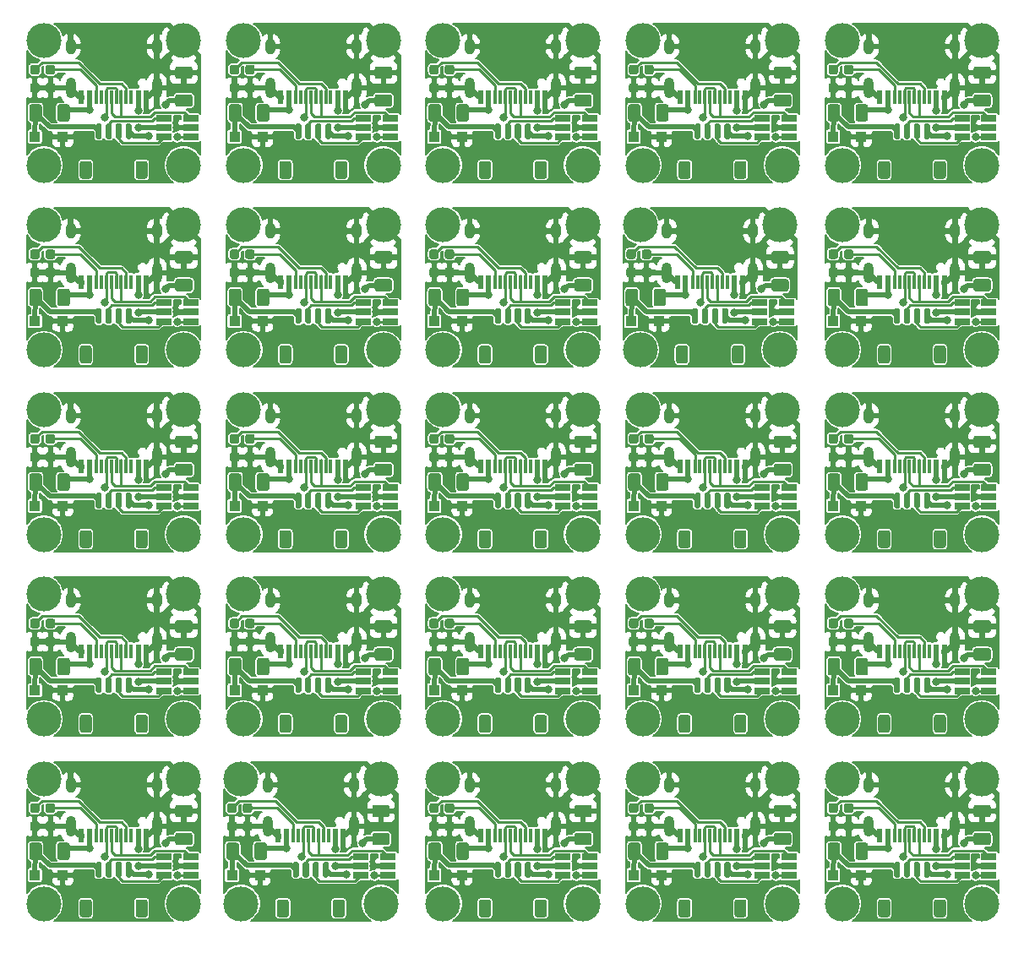
<source format=gtl>
G04 #@! TF.GenerationSoftware,KiCad,Pcbnew,(5.1.10-1-10_14)*
G04 #@! TF.CreationDate,2021-12-04T11:47:49+01:00*
G04 #@! TF.ProjectId,panel,70616e65-6c2e-46b6-9963-61645f706362,C3*
G04 #@! TF.SameCoordinates,Original*
G04 #@! TF.FileFunction,Copper,L1,Top*
G04 #@! TF.FilePolarity,Positive*
%FSLAX46Y46*%
G04 Gerber Fmt 4.6, Leading zero omitted, Abs format (unit mm)*
G04 Created by KiCad (PCBNEW (5.1.10-1-10_14)) date 2021-12-04 11:47:49*
%MOMM*%
%LPD*%
G01*
G04 APERTURE LIST*
G04 #@! TA.AperFunction,SMDPad,CuDef*
%ADD10R,1.560000X0.650000*%
G04 #@! TD*
G04 #@! TA.AperFunction,SMDPad,CuDef*
%ADD11R,1.100000X1.100000*%
G04 #@! TD*
G04 #@! TA.AperFunction,ComponentPad*
%ADD12C,2.600000*%
G04 #@! TD*
G04 #@! TA.AperFunction,ConnectorPad*
%ADD13C,3.500000*%
G04 #@! TD*
G04 #@! TA.AperFunction,ComponentPad*
%ADD14C,3.500000*%
G04 #@! TD*
G04 #@! TA.AperFunction,SMDPad,CuDef*
%ADD15R,0.600000X1.450000*%
G04 #@! TD*
G04 #@! TA.AperFunction,SMDPad,CuDef*
%ADD16R,0.300000X1.450000*%
G04 #@! TD*
G04 #@! TA.AperFunction,ComponentPad*
%ADD17O,1.000000X2.100000*%
G04 #@! TD*
G04 #@! TA.AperFunction,ComponentPad*
%ADD18O,1.000000X1.600000*%
G04 #@! TD*
G04 #@! TA.AperFunction,ViaPad*
%ADD19C,0.800000*%
G04 #@! TD*
G04 #@! TA.AperFunction,Conductor*
%ADD20C,0.508000*%
G04 #@! TD*
G04 #@! TA.AperFunction,Conductor*
%ADD21C,0.254000*%
G04 #@! TD*
G04 #@! TA.AperFunction,NonConductor*
%ADD22C,0.152400*%
G04 #@! TD*
G04 #@! TA.AperFunction,NonConductor*
%ADD23C,0.100000*%
G04 #@! TD*
G04 APERTURE END LIST*
D10*
X29000500Y-103068000D03*
X29000500Y-104018000D03*
X29000500Y-102118000D03*
X31700500Y-102118000D03*
X31700500Y-103068000D03*
X31700500Y-104018000D03*
D11*
X16100500Y-103976750D03*
X18900500Y-103976750D03*
G04 #@! TA.AperFunction,SMDPad,CuDef*
G36*
G01*
X17413000Y-96780500D02*
X17888000Y-96780500D01*
G75*
G02*
X18125500Y-97018000I0J-237500D01*
G01*
X18125500Y-97518000D01*
G75*
G02*
X17888000Y-97755500I-237500J0D01*
G01*
X17413000Y-97755500D01*
G75*
G02*
X17175500Y-97518000I0J237500D01*
G01*
X17175500Y-97018000D01*
G75*
G02*
X17413000Y-96780500I237500J0D01*
G01*
G37*
G04 #@! TD.AperFunction*
G04 #@! TA.AperFunction,SMDPad,CuDef*
G36*
G01*
X17413000Y-98605500D02*
X17888000Y-98605500D01*
G75*
G02*
X18125500Y-98843000I0J-237500D01*
G01*
X18125500Y-99343000D01*
G75*
G02*
X17888000Y-99580500I-237500J0D01*
G01*
X17413000Y-99580500D01*
G75*
G02*
X17175500Y-99343000I0J237500D01*
G01*
X17175500Y-98843000D01*
G75*
G02*
X17413000Y-98605500I237500J0D01*
G01*
G37*
G04 #@! TD.AperFunction*
G04 #@! TA.AperFunction,SMDPad,CuDef*
G36*
G01*
X31650500Y-100993000D02*
X30400500Y-100993000D01*
G75*
G02*
X30150500Y-100743000I0J250000D01*
G01*
X30150500Y-99993000D01*
G75*
G02*
X30400500Y-99743000I250000J0D01*
G01*
X31650500Y-99743000D01*
G75*
G02*
X31900500Y-99993000I0J-250000D01*
G01*
X31900500Y-100743000D01*
G75*
G02*
X31650500Y-100993000I-250000J0D01*
G01*
G37*
G04 #@! TD.AperFunction*
G04 #@! TA.AperFunction,SMDPad,CuDef*
G36*
G01*
X31650500Y-98193000D02*
X30400500Y-98193000D01*
G75*
G02*
X30150500Y-97943000I0J250000D01*
G01*
X30150500Y-97193000D01*
G75*
G02*
X30400500Y-96943000I250000J0D01*
G01*
X31650500Y-96943000D01*
G75*
G02*
X31900500Y-97193000I0J-250000D01*
G01*
X31900500Y-97943000D01*
G75*
G02*
X31650500Y-98193000I-250000J0D01*
G01*
G37*
G04 #@! TD.AperFunction*
D12*
X17002500Y-94343000D03*
D13*
X17002500Y-94343000D03*
D14*
X31002500Y-94343000D03*
D12*
X17002500Y-106843000D03*
D13*
X17002500Y-106843000D03*
X31002500Y-106843000D03*
D12*
X31002500Y-106843000D03*
G04 #@! TA.AperFunction,SMDPad,CuDef*
G36*
G01*
X26200500Y-107968001D02*
X26200500Y-106667999D01*
G75*
G02*
X26450499Y-106418000I249999J0D01*
G01*
X27150501Y-106418000D01*
G75*
G02*
X27400500Y-106667999I0J-249999D01*
G01*
X27400500Y-107968001D01*
G75*
G02*
X27150501Y-108218000I-249999J0D01*
G01*
X26450499Y-108218000D01*
G75*
G02*
X26200500Y-107968001I0J249999D01*
G01*
G37*
G04 #@! TD.AperFunction*
G04 #@! TA.AperFunction,SMDPad,CuDef*
G36*
G01*
X20600500Y-107968001D02*
X20600500Y-106667999D01*
G75*
G02*
X20850499Y-106418000I249999J0D01*
G01*
X21550501Y-106418000D01*
G75*
G02*
X21800500Y-106667999I0J-249999D01*
G01*
X21800500Y-107968001D01*
G75*
G02*
X21550501Y-108218000I-249999J0D01*
G01*
X20850499Y-108218000D01*
G75*
G02*
X20600500Y-107968001I0J249999D01*
G01*
G37*
G04 #@! TD.AperFunction*
G04 #@! TA.AperFunction,SMDPad,CuDef*
G36*
G01*
X25200500Y-104068000D02*
X25200500Y-102818000D01*
G75*
G02*
X25350500Y-102668000I150000J0D01*
G01*
X25650500Y-102668000D01*
G75*
G02*
X25800500Y-102818000I0J-150000D01*
G01*
X25800500Y-104068000D01*
G75*
G02*
X25650500Y-104218000I-150000J0D01*
G01*
X25350500Y-104218000D01*
G75*
G02*
X25200500Y-104068000I0J150000D01*
G01*
G37*
G04 #@! TD.AperFunction*
G04 #@! TA.AperFunction,SMDPad,CuDef*
G36*
G01*
X24200500Y-104068000D02*
X24200500Y-102818000D01*
G75*
G02*
X24350500Y-102668000I150000J0D01*
G01*
X24650500Y-102668000D01*
G75*
G02*
X24800500Y-102818000I0J-150000D01*
G01*
X24800500Y-104068000D01*
G75*
G02*
X24650500Y-104218000I-150000J0D01*
G01*
X24350500Y-104218000D01*
G75*
G02*
X24200500Y-104068000I0J150000D01*
G01*
G37*
G04 #@! TD.AperFunction*
G04 #@! TA.AperFunction,SMDPad,CuDef*
G36*
G01*
X23200500Y-104068000D02*
X23200500Y-102818000D01*
G75*
G02*
X23350500Y-102668000I150000J0D01*
G01*
X23650500Y-102668000D01*
G75*
G02*
X23800500Y-102818000I0J-150000D01*
G01*
X23800500Y-104068000D01*
G75*
G02*
X23650500Y-104218000I-150000J0D01*
G01*
X23350500Y-104218000D01*
G75*
G02*
X23200500Y-104068000I0J150000D01*
G01*
G37*
G04 #@! TD.AperFunction*
G04 #@! TA.AperFunction,SMDPad,CuDef*
G36*
G01*
X22200500Y-104068000D02*
X22200500Y-102818000D01*
G75*
G02*
X22350500Y-102668000I150000J0D01*
G01*
X22650500Y-102668000D01*
G75*
G02*
X22800500Y-102818000I0J-150000D01*
G01*
X22800500Y-104068000D01*
G75*
G02*
X22650500Y-104218000I-150000J0D01*
G01*
X22350500Y-104218000D01*
G75*
G02*
X22200500Y-104068000I0J150000D01*
G01*
G37*
G04 #@! TD.AperFunction*
D15*
X20745500Y-100038000D03*
X21545500Y-100038000D03*
X26445500Y-100038000D03*
X27245500Y-100038000D03*
X27245500Y-100038000D03*
X26445500Y-100038000D03*
X21545500Y-100038000D03*
X20745500Y-100038000D03*
D16*
X25745500Y-100038000D03*
X25245500Y-100038000D03*
X24745500Y-100038000D03*
X23745500Y-100038000D03*
X23245500Y-100038000D03*
X22745500Y-100038000D03*
X22245500Y-100038000D03*
X24245500Y-100038000D03*
D17*
X19675500Y-99123000D03*
X28315500Y-99123000D03*
D18*
X28315500Y-94943000D03*
X19675500Y-94943000D03*
G04 #@! TA.AperFunction,SMDPad,CuDef*
G36*
G01*
X19596125Y-100970500D02*
X19596125Y-102220500D01*
G75*
G02*
X19346125Y-102470500I-250000J0D01*
G01*
X18596125Y-102470500D01*
G75*
G02*
X18346125Y-102220500I0J250000D01*
G01*
X18346125Y-100970500D01*
G75*
G02*
X18596125Y-100720500I250000J0D01*
G01*
X19346125Y-100720500D01*
G75*
G02*
X19596125Y-100970500I0J-250000D01*
G01*
G37*
G04 #@! TD.AperFunction*
G04 #@! TA.AperFunction,SMDPad,CuDef*
G36*
G01*
X16796125Y-100970500D02*
X16796125Y-102220500D01*
G75*
G02*
X16546125Y-102470500I-250000J0D01*
G01*
X15796125Y-102470500D01*
G75*
G02*
X15546125Y-102220500I0J250000D01*
G01*
X15546125Y-100970500D01*
G75*
G02*
X15796125Y-100720500I250000J0D01*
G01*
X16546125Y-100720500D01*
G75*
G02*
X16796125Y-100970500I0J-250000D01*
G01*
G37*
G04 #@! TD.AperFunction*
G04 #@! TA.AperFunction,SMDPad,CuDef*
G36*
G01*
X15863000Y-98605500D02*
X16338000Y-98605500D01*
G75*
G02*
X16575500Y-98843000I0J-237500D01*
G01*
X16575500Y-99343000D01*
G75*
G02*
X16338000Y-99580500I-237500J0D01*
G01*
X15863000Y-99580500D01*
G75*
G02*
X15625500Y-99343000I0J237500D01*
G01*
X15625500Y-98843000D01*
G75*
G02*
X15863000Y-98605500I237500J0D01*
G01*
G37*
G04 #@! TD.AperFunction*
G04 #@! TA.AperFunction,SMDPad,CuDef*
G36*
G01*
X15863000Y-96780500D02*
X16338000Y-96780500D01*
G75*
G02*
X16575500Y-97018000I0J-237500D01*
G01*
X16575500Y-97518000D01*
G75*
G02*
X16338000Y-97755500I-237500J0D01*
G01*
X15863000Y-97755500D01*
G75*
G02*
X15625500Y-97518000I0J237500D01*
G01*
X15625500Y-97018000D01*
G75*
G02*
X15863000Y-96780500I237500J0D01*
G01*
G37*
G04 #@! TD.AperFunction*
D10*
X48750500Y-103068000D03*
X48750500Y-104018000D03*
X48750500Y-102118000D03*
X51450500Y-102118000D03*
X51450500Y-103068000D03*
X51450500Y-104018000D03*
D11*
X35850500Y-103976750D03*
X38650500Y-103976750D03*
G04 #@! TA.AperFunction,SMDPad,CuDef*
G36*
G01*
X37163000Y-96780500D02*
X37638000Y-96780500D01*
G75*
G02*
X37875500Y-97018000I0J-237500D01*
G01*
X37875500Y-97518000D01*
G75*
G02*
X37638000Y-97755500I-237500J0D01*
G01*
X37163000Y-97755500D01*
G75*
G02*
X36925500Y-97518000I0J237500D01*
G01*
X36925500Y-97018000D01*
G75*
G02*
X37163000Y-96780500I237500J0D01*
G01*
G37*
G04 #@! TD.AperFunction*
G04 #@! TA.AperFunction,SMDPad,CuDef*
G36*
G01*
X37163000Y-98605500D02*
X37638000Y-98605500D01*
G75*
G02*
X37875500Y-98843000I0J-237500D01*
G01*
X37875500Y-99343000D01*
G75*
G02*
X37638000Y-99580500I-237500J0D01*
G01*
X37163000Y-99580500D01*
G75*
G02*
X36925500Y-99343000I0J237500D01*
G01*
X36925500Y-98843000D01*
G75*
G02*
X37163000Y-98605500I237500J0D01*
G01*
G37*
G04 #@! TD.AperFunction*
G04 #@! TA.AperFunction,SMDPad,CuDef*
G36*
G01*
X51400500Y-100993000D02*
X50150500Y-100993000D01*
G75*
G02*
X49900500Y-100743000I0J250000D01*
G01*
X49900500Y-99993000D01*
G75*
G02*
X50150500Y-99743000I250000J0D01*
G01*
X51400500Y-99743000D01*
G75*
G02*
X51650500Y-99993000I0J-250000D01*
G01*
X51650500Y-100743000D01*
G75*
G02*
X51400500Y-100993000I-250000J0D01*
G01*
G37*
G04 #@! TD.AperFunction*
G04 #@! TA.AperFunction,SMDPad,CuDef*
G36*
G01*
X51400500Y-98193000D02*
X50150500Y-98193000D01*
G75*
G02*
X49900500Y-97943000I0J250000D01*
G01*
X49900500Y-97193000D01*
G75*
G02*
X50150500Y-96943000I250000J0D01*
G01*
X51400500Y-96943000D01*
G75*
G02*
X51650500Y-97193000I0J-250000D01*
G01*
X51650500Y-97943000D01*
G75*
G02*
X51400500Y-98193000I-250000J0D01*
G01*
G37*
G04 #@! TD.AperFunction*
D12*
X36752500Y-94343000D03*
D13*
X36752500Y-94343000D03*
D14*
X50752500Y-94343000D03*
D12*
X36752500Y-106843000D03*
D13*
X36752500Y-106843000D03*
X50752500Y-106843000D03*
D12*
X50752500Y-106843000D03*
G04 #@! TA.AperFunction,SMDPad,CuDef*
G36*
G01*
X45950500Y-107968001D02*
X45950500Y-106667999D01*
G75*
G02*
X46200499Y-106418000I249999J0D01*
G01*
X46900501Y-106418000D01*
G75*
G02*
X47150500Y-106667999I0J-249999D01*
G01*
X47150500Y-107968001D01*
G75*
G02*
X46900501Y-108218000I-249999J0D01*
G01*
X46200499Y-108218000D01*
G75*
G02*
X45950500Y-107968001I0J249999D01*
G01*
G37*
G04 #@! TD.AperFunction*
G04 #@! TA.AperFunction,SMDPad,CuDef*
G36*
G01*
X40350500Y-107968001D02*
X40350500Y-106667999D01*
G75*
G02*
X40600499Y-106418000I249999J0D01*
G01*
X41300501Y-106418000D01*
G75*
G02*
X41550500Y-106667999I0J-249999D01*
G01*
X41550500Y-107968001D01*
G75*
G02*
X41300501Y-108218000I-249999J0D01*
G01*
X40600499Y-108218000D01*
G75*
G02*
X40350500Y-107968001I0J249999D01*
G01*
G37*
G04 #@! TD.AperFunction*
G04 #@! TA.AperFunction,SMDPad,CuDef*
G36*
G01*
X44950500Y-104068000D02*
X44950500Y-102818000D01*
G75*
G02*
X45100500Y-102668000I150000J0D01*
G01*
X45400500Y-102668000D01*
G75*
G02*
X45550500Y-102818000I0J-150000D01*
G01*
X45550500Y-104068000D01*
G75*
G02*
X45400500Y-104218000I-150000J0D01*
G01*
X45100500Y-104218000D01*
G75*
G02*
X44950500Y-104068000I0J150000D01*
G01*
G37*
G04 #@! TD.AperFunction*
G04 #@! TA.AperFunction,SMDPad,CuDef*
G36*
G01*
X43950500Y-104068000D02*
X43950500Y-102818000D01*
G75*
G02*
X44100500Y-102668000I150000J0D01*
G01*
X44400500Y-102668000D01*
G75*
G02*
X44550500Y-102818000I0J-150000D01*
G01*
X44550500Y-104068000D01*
G75*
G02*
X44400500Y-104218000I-150000J0D01*
G01*
X44100500Y-104218000D01*
G75*
G02*
X43950500Y-104068000I0J150000D01*
G01*
G37*
G04 #@! TD.AperFunction*
G04 #@! TA.AperFunction,SMDPad,CuDef*
G36*
G01*
X42950500Y-104068000D02*
X42950500Y-102818000D01*
G75*
G02*
X43100500Y-102668000I150000J0D01*
G01*
X43400500Y-102668000D01*
G75*
G02*
X43550500Y-102818000I0J-150000D01*
G01*
X43550500Y-104068000D01*
G75*
G02*
X43400500Y-104218000I-150000J0D01*
G01*
X43100500Y-104218000D01*
G75*
G02*
X42950500Y-104068000I0J150000D01*
G01*
G37*
G04 #@! TD.AperFunction*
G04 #@! TA.AperFunction,SMDPad,CuDef*
G36*
G01*
X41950500Y-104068000D02*
X41950500Y-102818000D01*
G75*
G02*
X42100500Y-102668000I150000J0D01*
G01*
X42400500Y-102668000D01*
G75*
G02*
X42550500Y-102818000I0J-150000D01*
G01*
X42550500Y-104068000D01*
G75*
G02*
X42400500Y-104218000I-150000J0D01*
G01*
X42100500Y-104218000D01*
G75*
G02*
X41950500Y-104068000I0J150000D01*
G01*
G37*
G04 #@! TD.AperFunction*
D15*
X40495500Y-100038000D03*
X41295500Y-100038000D03*
X46195500Y-100038000D03*
X46995500Y-100038000D03*
X46995500Y-100038000D03*
X46195500Y-100038000D03*
X41295500Y-100038000D03*
X40495500Y-100038000D03*
D16*
X45495500Y-100038000D03*
X44995500Y-100038000D03*
X44495500Y-100038000D03*
X43495500Y-100038000D03*
X42995500Y-100038000D03*
X42495500Y-100038000D03*
X41995500Y-100038000D03*
X43995500Y-100038000D03*
D17*
X39425500Y-99123000D03*
X48065500Y-99123000D03*
D18*
X48065500Y-94943000D03*
X39425500Y-94943000D03*
G04 #@! TA.AperFunction,SMDPad,CuDef*
G36*
G01*
X39346125Y-100970500D02*
X39346125Y-102220500D01*
G75*
G02*
X39096125Y-102470500I-250000J0D01*
G01*
X38346125Y-102470500D01*
G75*
G02*
X38096125Y-102220500I0J250000D01*
G01*
X38096125Y-100970500D01*
G75*
G02*
X38346125Y-100720500I250000J0D01*
G01*
X39096125Y-100720500D01*
G75*
G02*
X39346125Y-100970500I0J-250000D01*
G01*
G37*
G04 #@! TD.AperFunction*
G04 #@! TA.AperFunction,SMDPad,CuDef*
G36*
G01*
X36546125Y-100970500D02*
X36546125Y-102220500D01*
G75*
G02*
X36296125Y-102470500I-250000J0D01*
G01*
X35546125Y-102470500D01*
G75*
G02*
X35296125Y-102220500I0J250000D01*
G01*
X35296125Y-100970500D01*
G75*
G02*
X35546125Y-100720500I250000J0D01*
G01*
X36296125Y-100720500D01*
G75*
G02*
X36546125Y-100970500I0J-250000D01*
G01*
G37*
G04 #@! TD.AperFunction*
G04 #@! TA.AperFunction,SMDPad,CuDef*
G36*
G01*
X35613000Y-98605500D02*
X36088000Y-98605500D01*
G75*
G02*
X36325500Y-98843000I0J-237500D01*
G01*
X36325500Y-99343000D01*
G75*
G02*
X36088000Y-99580500I-237500J0D01*
G01*
X35613000Y-99580500D01*
G75*
G02*
X35375500Y-99343000I0J237500D01*
G01*
X35375500Y-98843000D01*
G75*
G02*
X35613000Y-98605500I237500J0D01*
G01*
G37*
G04 #@! TD.AperFunction*
G04 #@! TA.AperFunction,SMDPad,CuDef*
G36*
G01*
X35613000Y-96780500D02*
X36088000Y-96780500D01*
G75*
G02*
X36325500Y-97018000I0J-237500D01*
G01*
X36325500Y-97518000D01*
G75*
G02*
X36088000Y-97755500I-237500J0D01*
G01*
X35613000Y-97755500D01*
G75*
G02*
X35375500Y-97518000I0J237500D01*
G01*
X35375500Y-97018000D01*
G75*
G02*
X35613000Y-96780500I237500J0D01*
G01*
G37*
G04 #@! TD.AperFunction*
D10*
X69000500Y-103068000D03*
X69000500Y-104018000D03*
X69000500Y-102118000D03*
X71700500Y-102118000D03*
X71700500Y-103068000D03*
X71700500Y-104018000D03*
D11*
X56100500Y-103976750D03*
X58900500Y-103976750D03*
G04 #@! TA.AperFunction,SMDPad,CuDef*
G36*
G01*
X57413000Y-96780500D02*
X57888000Y-96780500D01*
G75*
G02*
X58125500Y-97018000I0J-237500D01*
G01*
X58125500Y-97518000D01*
G75*
G02*
X57888000Y-97755500I-237500J0D01*
G01*
X57413000Y-97755500D01*
G75*
G02*
X57175500Y-97518000I0J237500D01*
G01*
X57175500Y-97018000D01*
G75*
G02*
X57413000Y-96780500I237500J0D01*
G01*
G37*
G04 #@! TD.AperFunction*
G04 #@! TA.AperFunction,SMDPad,CuDef*
G36*
G01*
X57413000Y-98605500D02*
X57888000Y-98605500D01*
G75*
G02*
X58125500Y-98843000I0J-237500D01*
G01*
X58125500Y-99343000D01*
G75*
G02*
X57888000Y-99580500I-237500J0D01*
G01*
X57413000Y-99580500D01*
G75*
G02*
X57175500Y-99343000I0J237500D01*
G01*
X57175500Y-98843000D01*
G75*
G02*
X57413000Y-98605500I237500J0D01*
G01*
G37*
G04 #@! TD.AperFunction*
G04 #@! TA.AperFunction,SMDPad,CuDef*
G36*
G01*
X71650500Y-100993000D02*
X70400500Y-100993000D01*
G75*
G02*
X70150500Y-100743000I0J250000D01*
G01*
X70150500Y-99993000D01*
G75*
G02*
X70400500Y-99743000I250000J0D01*
G01*
X71650500Y-99743000D01*
G75*
G02*
X71900500Y-99993000I0J-250000D01*
G01*
X71900500Y-100743000D01*
G75*
G02*
X71650500Y-100993000I-250000J0D01*
G01*
G37*
G04 #@! TD.AperFunction*
G04 #@! TA.AperFunction,SMDPad,CuDef*
G36*
G01*
X71650500Y-98193000D02*
X70400500Y-98193000D01*
G75*
G02*
X70150500Y-97943000I0J250000D01*
G01*
X70150500Y-97193000D01*
G75*
G02*
X70400500Y-96943000I250000J0D01*
G01*
X71650500Y-96943000D01*
G75*
G02*
X71900500Y-97193000I0J-250000D01*
G01*
X71900500Y-97943000D01*
G75*
G02*
X71650500Y-98193000I-250000J0D01*
G01*
G37*
G04 #@! TD.AperFunction*
D12*
X57002500Y-94343000D03*
D13*
X57002500Y-94343000D03*
D14*
X71002500Y-94343000D03*
D12*
X57002500Y-106843000D03*
D13*
X57002500Y-106843000D03*
X71002500Y-106843000D03*
D12*
X71002500Y-106843000D03*
G04 #@! TA.AperFunction,SMDPad,CuDef*
G36*
G01*
X66200500Y-107968001D02*
X66200500Y-106667999D01*
G75*
G02*
X66450499Y-106418000I249999J0D01*
G01*
X67150501Y-106418000D01*
G75*
G02*
X67400500Y-106667999I0J-249999D01*
G01*
X67400500Y-107968001D01*
G75*
G02*
X67150501Y-108218000I-249999J0D01*
G01*
X66450499Y-108218000D01*
G75*
G02*
X66200500Y-107968001I0J249999D01*
G01*
G37*
G04 #@! TD.AperFunction*
G04 #@! TA.AperFunction,SMDPad,CuDef*
G36*
G01*
X60600500Y-107968001D02*
X60600500Y-106667999D01*
G75*
G02*
X60850499Y-106418000I249999J0D01*
G01*
X61550501Y-106418000D01*
G75*
G02*
X61800500Y-106667999I0J-249999D01*
G01*
X61800500Y-107968001D01*
G75*
G02*
X61550501Y-108218000I-249999J0D01*
G01*
X60850499Y-108218000D01*
G75*
G02*
X60600500Y-107968001I0J249999D01*
G01*
G37*
G04 #@! TD.AperFunction*
G04 #@! TA.AperFunction,SMDPad,CuDef*
G36*
G01*
X65200500Y-104068000D02*
X65200500Y-102818000D01*
G75*
G02*
X65350500Y-102668000I150000J0D01*
G01*
X65650500Y-102668000D01*
G75*
G02*
X65800500Y-102818000I0J-150000D01*
G01*
X65800500Y-104068000D01*
G75*
G02*
X65650500Y-104218000I-150000J0D01*
G01*
X65350500Y-104218000D01*
G75*
G02*
X65200500Y-104068000I0J150000D01*
G01*
G37*
G04 #@! TD.AperFunction*
G04 #@! TA.AperFunction,SMDPad,CuDef*
G36*
G01*
X64200500Y-104068000D02*
X64200500Y-102818000D01*
G75*
G02*
X64350500Y-102668000I150000J0D01*
G01*
X64650500Y-102668000D01*
G75*
G02*
X64800500Y-102818000I0J-150000D01*
G01*
X64800500Y-104068000D01*
G75*
G02*
X64650500Y-104218000I-150000J0D01*
G01*
X64350500Y-104218000D01*
G75*
G02*
X64200500Y-104068000I0J150000D01*
G01*
G37*
G04 #@! TD.AperFunction*
G04 #@! TA.AperFunction,SMDPad,CuDef*
G36*
G01*
X63200500Y-104068000D02*
X63200500Y-102818000D01*
G75*
G02*
X63350500Y-102668000I150000J0D01*
G01*
X63650500Y-102668000D01*
G75*
G02*
X63800500Y-102818000I0J-150000D01*
G01*
X63800500Y-104068000D01*
G75*
G02*
X63650500Y-104218000I-150000J0D01*
G01*
X63350500Y-104218000D01*
G75*
G02*
X63200500Y-104068000I0J150000D01*
G01*
G37*
G04 #@! TD.AperFunction*
G04 #@! TA.AperFunction,SMDPad,CuDef*
G36*
G01*
X62200500Y-104068000D02*
X62200500Y-102818000D01*
G75*
G02*
X62350500Y-102668000I150000J0D01*
G01*
X62650500Y-102668000D01*
G75*
G02*
X62800500Y-102818000I0J-150000D01*
G01*
X62800500Y-104068000D01*
G75*
G02*
X62650500Y-104218000I-150000J0D01*
G01*
X62350500Y-104218000D01*
G75*
G02*
X62200500Y-104068000I0J150000D01*
G01*
G37*
G04 #@! TD.AperFunction*
D15*
X60745500Y-100038000D03*
X61545500Y-100038000D03*
X66445500Y-100038000D03*
X67245500Y-100038000D03*
X67245500Y-100038000D03*
X66445500Y-100038000D03*
X61545500Y-100038000D03*
X60745500Y-100038000D03*
D16*
X65745500Y-100038000D03*
X65245500Y-100038000D03*
X64745500Y-100038000D03*
X63745500Y-100038000D03*
X63245500Y-100038000D03*
X62745500Y-100038000D03*
X62245500Y-100038000D03*
X64245500Y-100038000D03*
D17*
X59675500Y-99123000D03*
X68315500Y-99123000D03*
D18*
X68315500Y-94943000D03*
X59675500Y-94943000D03*
G04 #@! TA.AperFunction,SMDPad,CuDef*
G36*
G01*
X59596125Y-100970500D02*
X59596125Y-102220500D01*
G75*
G02*
X59346125Y-102470500I-250000J0D01*
G01*
X58596125Y-102470500D01*
G75*
G02*
X58346125Y-102220500I0J250000D01*
G01*
X58346125Y-100970500D01*
G75*
G02*
X58596125Y-100720500I250000J0D01*
G01*
X59346125Y-100720500D01*
G75*
G02*
X59596125Y-100970500I0J-250000D01*
G01*
G37*
G04 #@! TD.AperFunction*
G04 #@! TA.AperFunction,SMDPad,CuDef*
G36*
G01*
X56796125Y-100970500D02*
X56796125Y-102220500D01*
G75*
G02*
X56546125Y-102470500I-250000J0D01*
G01*
X55796125Y-102470500D01*
G75*
G02*
X55546125Y-102220500I0J250000D01*
G01*
X55546125Y-100970500D01*
G75*
G02*
X55796125Y-100720500I250000J0D01*
G01*
X56546125Y-100720500D01*
G75*
G02*
X56796125Y-100970500I0J-250000D01*
G01*
G37*
G04 #@! TD.AperFunction*
G04 #@! TA.AperFunction,SMDPad,CuDef*
G36*
G01*
X55863000Y-98605500D02*
X56338000Y-98605500D01*
G75*
G02*
X56575500Y-98843000I0J-237500D01*
G01*
X56575500Y-99343000D01*
G75*
G02*
X56338000Y-99580500I-237500J0D01*
G01*
X55863000Y-99580500D01*
G75*
G02*
X55625500Y-99343000I0J237500D01*
G01*
X55625500Y-98843000D01*
G75*
G02*
X55863000Y-98605500I237500J0D01*
G01*
G37*
G04 #@! TD.AperFunction*
G04 #@! TA.AperFunction,SMDPad,CuDef*
G36*
G01*
X55863000Y-96780500D02*
X56338000Y-96780500D01*
G75*
G02*
X56575500Y-97018000I0J-237500D01*
G01*
X56575500Y-97518000D01*
G75*
G02*
X56338000Y-97755500I-237500J0D01*
G01*
X55863000Y-97755500D01*
G75*
G02*
X55625500Y-97518000I0J237500D01*
G01*
X55625500Y-97018000D01*
G75*
G02*
X55863000Y-96780500I237500J0D01*
G01*
G37*
G04 #@! TD.AperFunction*
D10*
X89000500Y-103068000D03*
X89000500Y-104018000D03*
X89000500Y-102118000D03*
X91700500Y-102118000D03*
X91700500Y-103068000D03*
X91700500Y-104018000D03*
D11*
X76100500Y-103976750D03*
X78900500Y-103976750D03*
G04 #@! TA.AperFunction,SMDPad,CuDef*
G36*
G01*
X77413000Y-96780500D02*
X77888000Y-96780500D01*
G75*
G02*
X78125500Y-97018000I0J-237500D01*
G01*
X78125500Y-97518000D01*
G75*
G02*
X77888000Y-97755500I-237500J0D01*
G01*
X77413000Y-97755500D01*
G75*
G02*
X77175500Y-97518000I0J237500D01*
G01*
X77175500Y-97018000D01*
G75*
G02*
X77413000Y-96780500I237500J0D01*
G01*
G37*
G04 #@! TD.AperFunction*
G04 #@! TA.AperFunction,SMDPad,CuDef*
G36*
G01*
X77413000Y-98605500D02*
X77888000Y-98605500D01*
G75*
G02*
X78125500Y-98843000I0J-237500D01*
G01*
X78125500Y-99343000D01*
G75*
G02*
X77888000Y-99580500I-237500J0D01*
G01*
X77413000Y-99580500D01*
G75*
G02*
X77175500Y-99343000I0J237500D01*
G01*
X77175500Y-98843000D01*
G75*
G02*
X77413000Y-98605500I237500J0D01*
G01*
G37*
G04 #@! TD.AperFunction*
G04 #@! TA.AperFunction,SMDPad,CuDef*
G36*
G01*
X91650500Y-100993000D02*
X90400500Y-100993000D01*
G75*
G02*
X90150500Y-100743000I0J250000D01*
G01*
X90150500Y-99993000D01*
G75*
G02*
X90400500Y-99743000I250000J0D01*
G01*
X91650500Y-99743000D01*
G75*
G02*
X91900500Y-99993000I0J-250000D01*
G01*
X91900500Y-100743000D01*
G75*
G02*
X91650500Y-100993000I-250000J0D01*
G01*
G37*
G04 #@! TD.AperFunction*
G04 #@! TA.AperFunction,SMDPad,CuDef*
G36*
G01*
X91650500Y-98193000D02*
X90400500Y-98193000D01*
G75*
G02*
X90150500Y-97943000I0J250000D01*
G01*
X90150500Y-97193000D01*
G75*
G02*
X90400500Y-96943000I250000J0D01*
G01*
X91650500Y-96943000D01*
G75*
G02*
X91900500Y-97193000I0J-250000D01*
G01*
X91900500Y-97943000D01*
G75*
G02*
X91650500Y-98193000I-250000J0D01*
G01*
G37*
G04 #@! TD.AperFunction*
D12*
X77002500Y-94343000D03*
D13*
X77002500Y-94343000D03*
D14*
X91002500Y-94343000D03*
D12*
X77002500Y-106843000D03*
D13*
X77002500Y-106843000D03*
X91002500Y-106843000D03*
D12*
X91002500Y-106843000D03*
G04 #@! TA.AperFunction,SMDPad,CuDef*
G36*
G01*
X86200500Y-107968001D02*
X86200500Y-106667999D01*
G75*
G02*
X86450499Y-106418000I249999J0D01*
G01*
X87150501Y-106418000D01*
G75*
G02*
X87400500Y-106667999I0J-249999D01*
G01*
X87400500Y-107968001D01*
G75*
G02*
X87150501Y-108218000I-249999J0D01*
G01*
X86450499Y-108218000D01*
G75*
G02*
X86200500Y-107968001I0J249999D01*
G01*
G37*
G04 #@! TD.AperFunction*
G04 #@! TA.AperFunction,SMDPad,CuDef*
G36*
G01*
X80600500Y-107968001D02*
X80600500Y-106667999D01*
G75*
G02*
X80850499Y-106418000I249999J0D01*
G01*
X81550501Y-106418000D01*
G75*
G02*
X81800500Y-106667999I0J-249999D01*
G01*
X81800500Y-107968001D01*
G75*
G02*
X81550501Y-108218000I-249999J0D01*
G01*
X80850499Y-108218000D01*
G75*
G02*
X80600500Y-107968001I0J249999D01*
G01*
G37*
G04 #@! TD.AperFunction*
G04 #@! TA.AperFunction,SMDPad,CuDef*
G36*
G01*
X85200500Y-104068000D02*
X85200500Y-102818000D01*
G75*
G02*
X85350500Y-102668000I150000J0D01*
G01*
X85650500Y-102668000D01*
G75*
G02*
X85800500Y-102818000I0J-150000D01*
G01*
X85800500Y-104068000D01*
G75*
G02*
X85650500Y-104218000I-150000J0D01*
G01*
X85350500Y-104218000D01*
G75*
G02*
X85200500Y-104068000I0J150000D01*
G01*
G37*
G04 #@! TD.AperFunction*
G04 #@! TA.AperFunction,SMDPad,CuDef*
G36*
G01*
X84200500Y-104068000D02*
X84200500Y-102818000D01*
G75*
G02*
X84350500Y-102668000I150000J0D01*
G01*
X84650500Y-102668000D01*
G75*
G02*
X84800500Y-102818000I0J-150000D01*
G01*
X84800500Y-104068000D01*
G75*
G02*
X84650500Y-104218000I-150000J0D01*
G01*
X84350500Y-104218000D01*
G75*
G02*
X84200500Y-104068000I0J150000D01*
G01*
G37*
G04 #@! TD.AperFunction*
G04 #@! TA.AperFunction,SMDPad,CuDef*
G36*
G01*
X83200500Y-104068000D02*
X83200500Y-102818000D01*
G75*
G02*
X83350500Y-102668000I150000J0D01*
G01*
X83650500Y-102668000D01*
G75*
G02*
X83800500Y-102818000I0J-150000D01*
G01*
X83800500Y-104068000D01*
G75*
G02*
X83650500Y-104218000I-150000J0D01*
G01*
X83350500Y-104218000D01*
G75*
G02*
X83200500Y-104068000I0J150000D01*
G01*
G37*
G04 #@! TD.AperFunction*
G04 #@! TA.AperFunction,SMDPad,CuDef*
G36*
G01*
X82200500Y-104068000D02*
X82200500Y-102818000D01*
G75*
G02*
X82350500Y-102668000I150000J0D01*
G01*
X82650500Y-102668000D01*
G75*
G02*
X82800500Y-102818000I0J-150000D01*
G01*
X82800500Y-104068000D01*
G75*
G02*
X82650500Y-104218000I-150000J0D01*
G01*
X82350500Y-104218000D01*
G75*
G02*
X82200500Y-104068000I0J150000D01*
G01*
G37*
G04 #@! TD.AperFunction*
D15*
X80745500Y-100038000D03*
X81545500Y-100038000D03*
X86445500Y-100038000D03*
X87245500Y-100038000D03*
X87245500Y-100038000D03*
X86445500Y-100038000D03*
X81545500Y-100038000D03*
X80745500Y-100038000D03*
D16*
X85745500Y-100038000D03*
X85245500Y-100038000D03*
X84745500Y-100038000D03*
X83745500Y-100038000D03*
X83245500Y-100038000D03*
X82745500Y-100038000D03*
X82245500Y-100038000D03*
X84245500Y-100038000D03*
D17*
X79675500Y-99123000D03*
X88315500Y-99123000D03*
D18*
X88315500Y-94943000D03*
X79675500Y-94943000D03*
G04 #@! TA.AperFunction,SMDPad,CuDef*
G36*
G01*
X79596125Y-100970500D02*
X79596125Y-102220500D01*
G75*
G02*
X79346125Y-102470500I-250000J0D01*
G01*
X78596125Y-102470500D01*
G75*
G02*
X78346125Y-102220500I0J250000D01*
G01*
X78346125Y-100970500D01*
G75*
G02*
X78596125Y-100720500I250000J0D01*
G01*
X79346125Y-100720500D01*
G75*
G02*
X79596125Y-100970500I0J-250000D01*
G01*
G37*
G04 #@! TD.AperFunction*
G04 #@! TA.AperFunction,SMDPad,CuDef*
G36*
G01*
X76796125Y-100970500D02*
X76796125Y-102220500D01*
G75*
G02*
X76546125Y-102470500I-250000J0D01*
G01*
X75796125Y-102470500D01*
G75*
G02*
X75546125Y-102220500I0J250000D01*
G01*
X75546125Y-100970500D01*
G75*
G02*
X75796125Y-100720500I250000J0D01*
G01*
X76546125Y-100720500D01*
G75*
G02*
X76796125Y-100970500I0J-250000D01*
G01*
G37*
G04 #@! TD.AperFunction*
G04 #@! TA.AperFunction,SMDPad,CuDef*
G36*
G01*
X75863000Y-98605500D02*
X76338000Y-98605500D01*
G75*
G02*
X76575500Y-98843000I0J-237500D01*
G01*
X76575500Y-99343000D01*
G75*
G02*
X76338000Y-99580500I-237500J0D01*
G01*
X75863000Y-99580500D01*
G75*
G02*
X75625500Y-99343000I0J237500D01*
G01*
X75625500Y-98843000D01*
G75*
G02*
X75863000Y-98605500I237500J0D01*
G01*
G37*
G04 #@! TD.AperFunction*
G04 #@! TA.AperFunction,SMDPad,CuDef*
G36*
G01*
X75863000Y-96780500D02*
X76338000Y-96780500D01*
G75*
G02*
X76575500Y-97018000I0J-237500D01*
G01*
X76575500Y-97518000D01*
G75*
G02*
X76338000Y-97755500I-237500J0D01*
G01*
X75863000Y-97755500D01*
G75*
G02*
X75625500Y-97518000I0J237500D01*
G01*
X75625500Y-97018000D01*
G75*
G02*
X75863000Y-96780500I237500J0D01*
G01*
G37*
G04 #@! TD.AperFunction*
D10*
X109000500Y-103068000D03*
X109000500Y-104018000D03*
X109000500Y-102118000D03*
X111700500Y-102118000D03*
X111700500Y-103068000D03*
X111700500Y-104018000D03*
D11*
X96100500Y-103976750D03*
X98900500Y-103976750D03*
G04 #@! TA.AperFunction,SMDPad,CuDef*
G36*
G01*
X97413000Y-96780500D02*
X97888000Y-96780500D01*
G75*
G02*
X98125500Y-97018000I0J-237500D01*
G01*
X98125500Y-97518000D01*
G75*
G02*
X97888000Y-97755500I-237500J0D01*
G01*
X97413000Y-97755500D01*
G75*
G02*
X97175500Y-97518000I0J237500D01*
G01*
X97175500Y-97018000D01*
G75*
G02*
X97413000Y-96780500I237500J0D01*
G01*
G37*
G04 #@! TD.AperFunction*
G04 #@! TA.AperFunction,SMDPad,CuDef*
G36*
G01*
X97413000Y-98605500D02*
X97888000Y-98605500D01*
G75*
G02*
X98125500Y-98843000I0J-237500D01*
G01*
X98125500Y-99343000D01*
G75*
G02*
X97888000Y-99580500I-237500J0D01*
G01*
X97413000Y-99580500D01*
G75*
G02*
X97175500Y-99343000I0J237500D01*
G01*
X97175500Y-98843000D01*
G75*
G02*
X97413000Y-98605500I237500J0D01*
G01*
G37*
G04 #@! TD.AperFunction*
G04 #@! TA.AperFunction,SMDPad,CuDef*
G36*
G01*
X111650500Y-100993000D02*
X110400500Y-100993000D01*
G75*
G02*
X110150500Y-100743000I0J250000D01*
G01*
X110150500Y-99993000D01*
G75*
G02*
X110400500Y-99743000I250000J0D01*
G01*
X111650500Y-99743000D01*
G75*
G02*
X111900500Y-99993000I0J-250000D01*
G01*
X111900500Y-100743000D01*
G75*
G02*
X111650500Y-100993000I-250000J0D01*
G01*
G37*
G04 #@! TD.AperFunction*
G04 #@! TA.AperFunction,SMDPad,CuDef*
G36*
G01*
X111650500Y-98193000D02*
X110400500Y-98193000D01*
G75*
G02*
X110150500Y-97943000I0J250000D01*
G01*
X110150500Y-97193000D01*
G75*
G02*
X110400500Y-96943000I250000J0D01*
G01*
X111650500Y-96943000D01*
G75*
G02*
X111900500Y-97193000I0J-250000D01*
G01*
X111900500Y-97943000D01*
G75*
G02*
X111650500Y-98193000I-250000J0D01*
G01*
G37*
G04 #@! TD.AperFunction*
D12*
X97002500Y-94343000D03*
D13*
X97002500Y-94343000D03*
D14*
X111002500Y-94343000D03*
D12*
X97002500Y-106843000D03*
D13*
X97002500Y-106843000D03*
X111002500Y-106843000D03*
D12*
X111002500Y-106843000D03*
G04 #@! TA.AperFunction,SMDPad,CuDef*
G36*
G01*
X106200500Y-107968001D02*
X106200500Y-106667999D01*
G75*
G02*
X106450499Y-106418000I249999J0D01*
G01*
X107150501Y-106418000D01*
G75*
G02*
X107400500Y-106667999I0J-249999D01*
G01*
X107400500Y-107968001D01*
G75*
G02*
X107150501Y-108218000I-249999J0D01*
G01*
X106450499Y-108218000D01*
G75*
G02*
X106200500Y-107968001I0J249999D01*
G01*
G37*
G04 #@! TD.AperFunction*
G04 #@! TA.AperFunction,SMDPad,CuDef*
G36*
G01*
X100600500Y-107968001D02*
X100600500Y-106667999D01*
G75*
G02*
X100850499Y-106418000I249999J0D01*
G01*
X101550501Y-106418000D01*
G75*
G02*
X101800500Y-106667999I0J-249999D01*
G01*
X101800500Y-107968001D01*
G75*
G02*
X101550501Y-108218000I-249999J0D01*
G01*
X100850499Y-108218000D01*
G75*
G02*
X100600500Y-107968001I0J249999D01*
G01*
G37*
G04 #@! TD.AperFunction*
G04 #@! TA.AperFunction,SMDPad,CuDef*
G36*
G01*
X105200500Y-104068000D02*
X105200500Y-102818000D01*
G75*
G02*
X105350500Y-102668000I150000J0D01*
G01*
X105650500Y-102668000D01*
G75*
G02*
X105800500Y-102818000I0J-150000D01*
G01*
X105800500Y-104068000D01*
G75*
G02*
X105650500Y-104218000I-150000J0D01*
G01*
X105350500Y-104218000D01*
G75*
G02*
X105200500Y-104068000I0J150000D01*
G01*
G37*
G04 #@! TD.AperFunction*
G04 #@! TA.AperFunction,SMDPad,CuDef*
G36*
G01*
X104200500Y-104068000D02*
X104200500Y-102818000D01*
G75*
G02*
X104350500Y-102668000I150000J0D01*
G01*
X104650500Y-102668000D01*
G75*
G02*
X104800500Y-102818000I0J-150000D01*
G01*
X104800500Y-104068000D01*
G75*
G02*
X104650500Y-104218000I-150000J0D01*
G01*
X104350500Y-104218000D01*
G75*
G02*
X104200500Y-104068000I0J150000D01*
G01*
G37*
G04 #@! TD.AperFunction*
G04 #@! TA.AperFunction,SMDPad,CuDef*
G36*
G01*
X103200500Y-104068000D02*
X103200500Y-102818000D01*
G75*
G02*
X103350500Y-102668000I150000J0D01*
G01*
X103650500Y-102668000D01*
G75*
G02*
X103800500Y-102818000I0J-150000D01*
G01*
X103800500Y-104068000D01*
G75*
G02*
X103650500Y-104218000I-150000J0D01*
G01*
X103350500Y-104218000D01*
G75*
G02*
X103200500Y-104068000I0J150000D01*
G01*
G37*
G04 #@! TD.AperFunction*
G04 #@! TA.AperFunction,SMDPad,CuDef*
G36*
G01*
X102200500Y-104068000D02*
X102200500Y-102818000D01*
G75*
G02*
X102350500Y-102668000I150000J0D01*
G01*
X102650500Y-102668000D01*
G75*
G02*
X102800500Y-102818000I0J-150000D01*
G01*
X102800500Y-104068000D01*
G75*
G02*
X102650500Y-104218000I-150000J0D01*
G01*
X102350500Y-104218000D01*
G75*
G02*
X102200500Y-104068000I0J150000D01*
G01*
G37*
G04 #@! TD.AperFunction*
D15*
X100745500Y-100038000D03*
X101545500Y-100038000D03*
X106445500Y-100038000D03*
X107245500Y-100038000D03*
X107245500Y-100038000D03*
X106445500Y-100038000D03*
X101545500Y-100038000D03*
X100745500Y-100038000D03*
D16*
X105745500Y-100038000D03*
X105245500Y-100038000D03*
X104745500Y-100038000D03*
X103745500Y-100038000D03*
X103245500Y-100038000D03*
X102745500Y-100038000D03*
X102245500Y-100038000D03*
X104245500Y-100038000D03*
D17*
X99675500Y-99123000D03*
X108315500Y-99123000D03*
D18*
X108315500Y-94943000D03*
X99675500Y-94943000D03*
G04 #@! TA.AperFunction,SMDPad,CuDef*
G36*
G01*
X99596125Y-100970500D02*
X99596125Y-102220500D01*
G75*
G02*
X99346125Y-102470500I-250000J0D01*
G01*
X98596125Y-102470500D01*
G75*
G02*
X98346125Y-102220500I0J250000D01*
G01*
X98346125Y-100970500D01*
G75*
G02*
X98596125Y-100720500I250000J0D01*
G01*
X99346125Y-100720500D01*
G75*
G02*
X99596125Y-100970500I0J-250000D01*
G01*
G37*
G04 #@! TD.AperFunction*
G04 #@! TA.AperFunction,SMDPad,CuDef*
G36*
G01*
X96796125Y-100970500D02*
X96796125Y-102220500D01*
G75*
G02*
X96546125Y-102470500I-250000J0D01*
G01*
X95796125Y-102470500D01*
G75*
G02*
X95546125Y-102220500I0J250000D01*
G01*
X95546125Y-100970500D01*
G75*
G02*
X95796125Y-100720500I250000J0D01*
G01*
X96546125Y-100720500D01*
G75*
G02*
X96796125Y-100970500I0J-250000D01*
G01*
G37*
G04 #@! TD.AperFunction*
G04 #@! TA.AperFunction,SMDPad,CuDef*
G36*
G01*
X95863000Y-98605500D02*
X96338000Y-98605500D01*
G75*
G02*
X96575500Y-98843000I0J-237500D01*
G01*
X96575500Y-99343000D01*
G75*
G02*
X96338000Y-99580500I-237500J0D01*
G01*
X95863000Y-99580500D01*
G75*
G02*
X95625500Y-99343000I0J237500D01*
G01*
X95625500Y-98843000D01*
G75*
G02*
X95863000Y-98605500I237500J0D01*
G01*
G37*
G04 #@! TD.AperFunction*
G04 #@! TA.AperFunction,SMDPad,CuDef*
G36*
G01*
X95863000Y-96780500D02*
X96338000Y-96780500D01*
G75*
G02*
X96575500Y-97018000I0J-237500D01*
G01*
X96575500Y-97518000D01*
G75*
G02*
X96338000Y-97755500I-237500J0D01*
G01*
X95863000Y-97755500D01*
G75*
G02*
X95625500Y-97518000I0J237500D01*
G01*
X95625500Y-97018000D01*
G75*
G02*
X95863000Y-96780500I237500J0D01*
G01*
G37*
G04 #@! TD.AperFunction*
D10*
X109000500Y-84568000D03*
X109000500Y-85518000D03*
X109000500Y-83618000D03*
X111700500Y-83618000D03*
X111700500Y-84568000D03*
X111700500Y-85518000D03*
D11*
X96100500Y-85476750D03*
X98900500Y-85476750D03*
G04 #@! TA.AperFunction,SMDPad,CuDef*
G36*
G01*
X97413000Y-78280500D02*
X97888000Y-78280500D01*
G75*
G02*
X98125500Y-78518000I0J-237500D01*
G01*
X98125500Y-79018000D01*
G75*
G02*
X97888000Y-79255500I-237500J0D01*
G01*
X97413000Y-79255500D01*
G75*
G02*
X97175500Y-79018000I0J237500D01*
G01*
X97175500Y-78518000D01*
G75*
G02*
X97413000Y-78280500I237500J0D01*
G01*
G37*
G04 #@! TD.AperFunction*
G04 #@! TA.AperFunction,SMDPad,CuDef*
G36*
G01*
X97413000Y-80105500D02*
X97888000Y-80105500D01*
G75*
G02*
X98125500Y-80343000I0J-237500D01*
G01*
X98125500Y-80843000D01*
G75*
G02*
X97888000Y-81080500I-237500J0D01*
G01*
X97413000Y-81080500D01*
G75*
G02*
X97175500Y-80843000I0J237500D01*
G01*
X97175500Y-80343000D01*
G75*
G02*
X97413000Y-80105500I237500J0D01*
G01*
G37*
G04 #@! TD.AperFunction*
G04 #@! TA.AperFunction,SMDPad,CuDef*
G36*
G01*
X111650500Y-82493000D02*
X110400500Y-82493000D01*
G75*
G02*
X110150500Y-82243000I0J250000D01*
G01*
X110150500Y-81493000D01*
G75*
G02*
X110400500Y-81243000I250000J0D01*
G01*
X111650500Y-81243000D01*
G75*
G02*
X111900500Y-81493000I0J-250000D01*
G01*
X111900500Y-82243000D01*
G75*
G02*
X111650500Y-82493000I-250000J0D01*
G01*
G37*
G04 #@! TD.AperFunction*
G04 #@! TA.AperFunction,SMDPad,CuDef*
G36*
G01*
X111650500Y-79693000D02*
X110400500Y-79693000D01*
G75*
G02*
X110150500Y-79443000I0J250000D01*
G01*
X110150500Y-78693000D01*
G75*
G02*
X110400500Y-78443000I250000J0D01*
G01*
X111650500Y-78443000D01*
G75*
G02*
X111900500Y-78693000I0J-250000D01*
G01*
X111900500Y-79443000D01*
G75*
G02*
X111650500Y-79693000I-250000J0D01*
G01*
G37*
G04 #@! TD.AperFunction*
D12*
X97002500Y-75843000D03*
D13*
X97002500Y-75843000D03*
D14*
X111002500Y-75843000D03*
D12*
X97002500Y-88343000D03*
D13*
X97002500Y-88343000D03*
X111002500Y-88343000D03*
D12*
X111002500Y-88343000D03*
G04 #@! TA.AperFunction,SMDPad,CuDef*
G36*
G01*
X106200500Y-89468001D02*
X106200500Y-88167999D01*
G75*
G02*
X106450499Y-87918000I249999J0D01*
G01*
X107150501Y-87918000D01*
G75*
G02*
X107400500Y-88167999I0J-249999D01*
G01*
X107400500Y-89468001D01*
G75*
G02*
X107150501Y-89718000I-249999J0D01*
G01*
X106450499Y-89718000D01*
G75*
G02*
X106200500Y-89468001I0J249999D01*
G01*
G37*
G04 #@! TD.AperFunction*
G04 #@! TA.AperFunction,SMDPad,CuDef*
G36*
G01*
X100600500Y-89468001D02*
X100600500Y-88167999D01*
G75*
G02*
X100850499Y-87918000I249999J0D01*
G01*
X101550501Y-87918000D01*
G75*
G02*
X101800500Y-88167999I0J-249999D01*
G01*
X101800500Y-89468001D01*
G75*
G02*
X101550501Y-89718000I-249999J0D01*
G01*
X100850499Y-89718000D01*
G75*
G02*
X100600500Y-89468001I0J249999D01*
G01*
G37*
G04 #@! TD.AperFunction*
G04 #@! TA.AperFunction,SMDPad,CuDef*
G36*
G01*
X105200500Y-85568000D02*
X105200500Y-84318000D01*
G75*
G02*
X105350500Y-84168000I150000J0D01*
G01*
X105650500Y-84168000D01*
G75*
G02*
X105800500Y-84318000I0J-150000D01*
G01*
X105800500Y-85568000D01*
G75*
G02*
X105650500Y-85718000I-150000J0D01*
G01*
X105350500Y-85718000D01*
G75*
G02*
X105200500Y-85568000I0J150000D01*
G01*
G37*
G04 #@! TD.AperFunction*
G04 #@! TA.AperFunction,SMDPad,CuDef*
G36*
G01*
X104200500Y-85568000D02*
X104200500Y-84318000D01*
G75*
G02*
X104350500Y-84168000I150000J0D01*
G01*
X104650500Y-84168000D01*
G75*
G02*
X104800500Y-84318000I0J-150000D01*
G01*
X104800500Y-85568000D01*
G75*
G02*
X104650500Y-85718000I-150000J0D01*
G01*
X104350500Y-85718000D01*
G75*
G02*
X104200500Y-85568000I0J150000D01*
G01*
G37*
G04 #@! TD.AperFunction*
G04 #@! TA.AperFunction,SMDPad,CuDef*
G36*
G01*
X103200500Y-85568000D02*
X103200500Y-84318000D01*
G75*
G02*
X103350500Y-84168000I150000J0D01*
G01*
X103650500Y-84168000D01*
G75*
G02*
X103800500Y-84318000I0J-150000D01*
G01*
X103800500Y-85568000D01*
G75*
G02*
X103650500Y-85718000I-150000J0D01*
G01*
X103350500Y-85718000D01*
G75*
G02*
X103200500Y-85568000I0J150000D01*
G01*
G37*
G04 #@! TD.AperFunction*
G04 #@! TA.AperFunction,SMDPad,CuDef*
G36*
G01*
X102200500Y-85568000D02*
X102200500Y-84318000D01*
G75*
G02*
X102350500Y-84168000I150000J0D01*
G01*
X102650500Y-84168000D01*
G75*
G02*
X102800500Y-84318000I0J-150000D01*
G01*
X102800500Y-85568000D01*
G75*
G02*
X102650500Y-85718000I-150000J0D01*
G01*
X102350500Y-85718000D01*
G75*
G02*
X102200500Y-85568000I0J150000D01*
G01*
G37*
G04 #@! TD.AperFunction*
D15*
X100745500Y-81538000D03*
X101545500Y-81538000D03*
X106445500Y-81538000D03*
X107245500Y-81538000D03*
X107245500Y-81538000D03*
X106445500Y-81538000D03*
X101545500Y-81538000D03*
X100745500Y-81538000D03*
D16*
X105745500Y-81538000D03*
X105245500Y-81538000D03*
X104745500Y-81538000D03*
X103745500Y-81538000D03*
X103245500Y-81538000D03*
X102745500Y-81538000D03*
X102245500Y-81538000D03*
X104245500Y-81538000D03*
D17*
X99675500Y-80623000D03*
X108315500Y-80623000D03*
D18*
X108315500Y-76443000D03*
X99675500Y-76443000D03*
G04 #@! TA.AperFunction,SMDPad,CuDef*
G36*
G01*
X99596125Y-82470500D02*
X99596125Y-83720500D01*
G75*
G02*
X99346125Y-83970500I-250000J0D01*
G01*
X98596125Y-83970500D01*
G75*
G02*
X98346125Y-83720500I0J250000D01*
G01*
X98346125Y-82470500D01*
G75*
G02*
X98596125Y-82220500I250000J0D01*
G01*
X99346125Y-82220500D01*
G75*
G02*
X99596125Y-82470500I0J-250000D01*
G01*
G37*
G04 #@! TD.AperFunction*
G04 #@! TA.AperFunction,SMDPad,CuDef*
G36*
G01*
X96796125Y-82470500D02*
X96796125Y-83720500D01*
G75*
G02*
X96546125Y-83970500I-250000J0D01*
G01*
X95796125Y-83970500D01*
G75*
G02*
X95546125Y-83720500I0J250000D01*
G01*
X95546125Y-82470500D01*
G75*
G02*
X95796125Y-82220500I250000J0D01*
G01*
X96546125Y-82220500D01*
G75*
G02*
X96796125Y-82470500I0J-250000D01*
G01*
G37*
G04 #@! TD.AperFunction*
G04 #@! TA.AperFunction,SMDPad,CuDef*
G36*
G01*
X95863000Y-80105500D02*
X96338000Y-80105500D01*
G75*
G02*
X96575500Y-80343000I0J-237500D01*
G01*
X96575500Y-80843000D01*
G75*
G02*
X96338000Y-81080500I-237500J0D01*
G01*
X95863000Y-81080500D01*
G75*
G02*
X95625500Y-80843000I0J237500D01*
G01*
X95625500Y-80343000D01*
G75*
G02*
X95863000Y-80105500I237500J0D01*
G01*
G37*
G04 #@! TD.AperFunction*
G04 #@! TA.AperFunction,SMDPad,CuDef*
G36*
G01*
X95863000Y-78280500D02*
X96338000Y-78280500D01*
G75*
G02*
X96575500Y-78518000I0J-237500D01*
G01*
X96575500Y-79018000D01*
G75*
G02*
X96338000Y-79255500I-237500J0D01*
G01*
X95863000Y-79255500D01*
G75*
G02*
X95625500Y-79018000I0J237500D01*
G01*
X95625500Y-78518000D01*
G75*
G02*
X95863000Y-78280500I237500J0D01*
G01*
G37*
G04 #@! TD.AperFunction*
D10*
X89000500Y-84568000D03*
X89000500Y-85518000D03*
X89000500Y-83618000D03*
X91700500Y-83618000D03*
X91700500Y-84568000D03*
X91700500Y-85518000D03*
D11*
X76100500Y-85476750D03*
X78900500Y-85476750D03*
G04 #@! TA.AperFunction,SMDPad,CuDef*
G36*
G01*
X77413000Y-78280500D02*
X77888000Y-78280500D01*
G75*
G02*
X78125500Y-78518000I0J-237500D01*
G01*
X78125500Y-79018000D01*
G75*
G02*
X77888000Y-79255500I-237500J0D01*
G01*
X77413000Y-79255500D01*
G75*
G02*
X77175500Y-79018000I0J237500D01*
G01*
X77175500Y-78518000D01*
G75*
G02*
X77413000Y-78280500I237500J0D01*
G01*
G37*
G04 #@! TD.AperFunction*
G04 #@! TA.AperFunction,SMDPad,CuDef*
G36*
G01*
X77413000Y-80105500D02*
X77888000Y-80105500D01*
G75*
G02*
X78125500Y-80343000I0J-237500D01*
G01*
X78125500Y-80843000D01*
G75*
G02*
X77888000Y-81080500I-237500J0D01*
G01*
X77413000Y-81080500D01*
G75*
G02*
X77175500Y-80843000I0J237500D01*
G01*
X77175500Y-80343000D01*
G75*
G02*
X77413000Y-80105500I237500J0D01*
G01*
G37*
G04 #@! TD.AperFunction*
G04 #@! TA.AperFunction,SMDPad,CuDef*
G36*
G01*
X91650500Y-82493000D02*
X90400500Y-82493000D01*
G75*
G02*
X90150500Y-82243000I0J250000D01*
G01*
X90150500Y-81493000D01*
G75*
G02*
X90400500Y-81243000I250000J0D01*
G01*
X91650500Y-81243000D01*
G75*
G02*
X91900500Y-81493000I0J-250000D01*
G01*
X91900500Y-82243000D01*
G75*
G02*
X91650500Y-82493000I-250000J0D01*
G01*
G37*
G04 #@! TD.AperFunction*
G04 #@! TA.AperFunction,SMDPad,CuDef*
G36*
G01*
X91650500Y-79693000D02*
X90400500Y-79693000D01*
G75*
G02*
X90150500Y-79443000I0J250000D01*
G01*
X90150500Y-78693000D01*
G75*
G02*
X90400500Y-78443000I250000J0D01*
G01*
X91650500Y-78443000D01*
G75*
G02*
X91900500Y-78693000I0J-250000D01*
G01*
X91900500Y-79443000D01*
G75*
G02*
X91650500Y-79693000I-250000J0D01*
G01*
G37*
G04 #@! TD.AperFunction*
D12*
X77002500Y-75843000D03*
D13*
X77002500Y-75843000D03*
D14*
X91002500Y-75843000D03*
D12*
X77002500Y-88343000D03*
D13*
X77002500Y-88343000D03*
X91002500Y-88343000D03*
D12*
X91002500Y-88343000D03*
G04 #@! TA.AperFunction,SMDPad,CuDef*
G36*
G01*
X86200500Y-89468001D02*
X86200500Y-88167999D01*
G75*
G02*
X86450499Y-87918000I249999J0D01*
G01*
X87150501Y-87918000D01*
G75*
G02*
X87400500Y-88167999I0J-249999D01*
G01*
X87400500Y-89468001D01*
G75*
G02*
X87150501Y-89718000I-249999J0D01*
G01*
X86450499Y-89718000D01*
G75*
G02*
X86200500Y-89468001I0J249999D01*
G01*
G37*
G04 #@! TD.AperFunction*
G04 #@! TA.AperFunction,SMDPad,CuDef*
G36*
G01*
X80600500Y-89468001D02*
X80600500Y-88167999D01*
G75*
G02*
X80850499Y-87918000I249999J0D01*
G01*
X81550501Y-87918000D01*
G75*
G02*
X81800500Y-88167999I0J-249999D01*
G01*
X81800500Y-89468001D01*
G75*
G02*
X81550501Y-89718000I-249999J0D01*
G01*
X80850499Y-89718000D01*
G75*
G02*
X80600500Y-89468001I0J249999D01*
G01*
G37*
G04 #@! TD.AperFunction*
G04 #@! TA.AperFunction,SMDPad,CuDef*
G36*
G01*
X85200500Y-85568000D02*
X85200500Y-84318000D01*
G75*
G02*
X85350500Y-84168000I150000J0D01*
G01*
X85650500Y-84168000D01*
G75*
G02*
X85800500Y-84318000I0J-150000D01*
G01*
X85800500Y-85568000D01*
G75*
G02*
X85650500Y-85718000I-150000J0D01*
G01*
X85350500Y-85718000D01*
G75*
G02*
X85200500Y-85568000I0J150000D01*
G01*
G37*
G04 #@! TD.AperFunction*
G04 #@! TA.AperFunction,SMDPad,CuDef*
G36*
G01*
X84200500Y-85568000D02*
X84200500Y-84318000D01*
G75*
G02*
X84350500Y-84168000I150000J0D01*
G01*
X84650500Y-84168000D01*
G75*
G02*
X84800500Y-84318000I0J-150000D01*
G01*
X84800500Y-85568000D01*
G75*
G02*
X84650500Y-85718000I-150000J0D01*
G01*
X84350500Y-85718000D01*
G75*
G02*
X84200500Y-85568000I0J150000D01*
G01*
G37*
G04 #@! TD.AperFunction*
G04 #@! TA.AperFunction,SMDPad,CuDef*
G36*
G01*
X83200500Y-85568000D02*
X83200500Y-84318000D01*
G75*
G02*
X83350500Y-84168000I150000J0D01*
G01*
X83650500Y-84168000D01*
G75*
G02*
X83800500Y-84318000I0J-150000D01*
G01*
X83800500Y-85568000D01*
G75*
G02*
X83650500Y-85718000I-150000J0D01*
G01*
X83350500Y-85718000D01*
G75*
G02*
X83200500Y-85568000I0J150000D01*
G01*
G37*
G04 #@! TD.AperFunction*
G04 #@! TA.AperFunction,SMDPad,CuDef*
G36*
G01*
X82200500Y-85568000D02*
X82200500Y-84318000D01*
G75*
G02*
X82350500Y-84168000I150000J0D01*
G01*
X82650500Y-84168000D01*
G75*
G02*
X82800500Y-84318000I0J-150000D01*
G01*
X82800500Y-85568000D01*
G75*
G02*
X82650500Y-85718000I-150000J0D01*
G01*
X82350500Y-85718000D01*
G75*
G02*
X82200500Y-85568000I0J150000D01*
G01*
G37*
G04 #@! TD.AperFunction*
D15*
X80745500Y-81538000D03*
X81545500Y-81538000D03*
X86445500Y-81538000D03*
X87245500Y-81538000D03*
X87245500Y-81538000D03*
X86445500Y-81538000D03*
X81545500Y-81538000D03*
X80745500Y-81538000D03*
D16*
X85745500Y-81538000D03*
X85245500Y-81538000D03*
X84745500Y-81538000D03*
X83745500Y-81538000D03*
X83245500Y-81538000D03*
X82745500Y-81538000D03*
X82245500Y-81538000D03*
X84245500Y-81538000D03*
D17*
X79675500Y-80623000D03*
X88315500Y-80623000D03*
D18*
X88315500Y-76443000D03*
X79675500Y-76443000D03*
G04 #@! TA.AperFunction,SMDPad,CuDef*
G36*
G01*
X79596125Y-82470500D02*
X79596125Y-83720500D01*
G75*
G02*
X79346125Y-83970500I-250000J0D01*
G01*
X78596125Y-83970500D01*
G75*
G02*
X78346125Y-83720500I0J250000D01*
G01*
X78346125Y-82470500D01*
G75*
G02*
X78596125Y-82220500I250000J0D01*
G01*
X79346125Y-82220500D01*
G75*
G02*
X79596125Y-82470500I0J-250000D01*
G01*
G37*
G04 #@! TD.AperFunction*
G04 #@! TA.AperFunction,SMDPad,CuDef*
G36*
G01*
X76796125Y-82470500D02*
X76796125Y-83720500D01*
G75*
G02*
X76546125Y-83970500I-250000J0D01*
G01*
X75796125Y-83970500D01*
G75*
G02*
X75546125Y-83720500I0J250000D01*
G01*
X75546125Y-82470500D01*
G75*
G02*
X75796125Y-82220500I250000J0D01*
G01*
X76546125Y-82220500D01*
G75*
G02*
X76796125Y-82470500I0J-250000D01*
G01*
G37*
G04 #@! TD.AperFunction*
G04 #@! TA.AperFunction,SMDPad,CuDef*
G36*
G01*
X75863000Y-80105500D02*
X76338000Y-80105500D01*
G75*
G02*
X76575500Y-80343000I0J-237500D01*
G01*
X76575500Y-80843000D01*
G75*
G02*
X76338000Y-81080500I-237500J0D01*
G01*
X75863000Y-81080500D01*
G75*
G02*
X75625500Y-80843000I0J237500D01*
G01*
X75625500Y-80343000D01*
G75*
G02*
X75863000Y-80105500I237500J0D01*
G01*
G37*
G04 #@! TD.AperFunction*
G04 #@! TA.AperFunction,SMDPad,CuDef*
G36*
G01*
X75863000Y-78280500D02*
X76338000Y-78280500D01*
G75*
G02*
X76575500Y-78518000I0J-237500D01*
G01*
X76575500Y-79018000D01*
G75*
G02*
X76338000Y-79255500I-237500J0D01*
G01*
X75863000Y-79255500D01*
G75*
G02*
X75625500Y-79018000I0J237500D01*
G01*
X75625500Y-78518000D01*
G75*
G02*
X75863000Y-78280500I237500J0D01*
G01*
G37*
G04 #@! TD.AperFunction*
D10*
X69000500Y-84568000D03*
X69000500Y-85518000D03*
X69000500Y-83618000D03*
X71700500Y-83618000D03*
X71700500Y-84568000D03*
X71700500Y-85518000D03*
D11*
X56100500Y-85476750D03*
X58900500Y-85476750D03*
G04 #@! TA.AperFunction,SMDPad,CuDef*
G36*
G01*
X57413000Y-78280500D02*
X57888000Y-78280500D01*
G75*
G02*
X58125500Y-78518000I0J-237500D01*
G01*
X58125500Y-79018000D01*
G75*
G02*
X57888000Y-79255500I-237500J0D01*
G01*
X57413000Y-79255500D01*
G75*
G02*
X57175500Y-79018000I0J237500D01*
G01*
X57175500Y-78518000D01*
G75*
G02*
X57413000Y-78280500I237500J0D01*
G01*
G37*
G04 #@! TD.AperFunction*
G04 #@! TA.AperFunction,SMDPad,CuDef*
G36*
G01*
X57413000Y-80105500D02*
X57888000Y-80105500D01*
G75*
G02*
X58125500Y-80343000I0J-237500D01*
G01*
X58125500Y-80843000D01*
G75*
G02*
X57888000Y-81080500I-237500J0D01*
G01*
X57413000Y-81080500D01*
G75*
G02*
X57175500Y-80843000I0J237500D01*
G01*
X57175500Y-80343000D01*
G75*
G02*
X57413000Y-80105500I237500J0D01*
G01*
G37*
G04 #@! TD.AperFunction*
G04 #@! TA.AperFunction,SMDPad,CuDef*
G36*
G01*
X71650500Y-82493000D02*
X70400500Y-82493000D01*
G75*
G02*
X70150500Y-82243000I0J250000D01*
G01*
X70150500Y-81493000D01*
G75*
G02*
X70400500Y-81243000I250000J0D01*
G01*
X71650500Y-81243000D01*
G75*
G02*
X71900500Y-81493000I0J-250000D01*
G01*
X71900500Y-82243000D01*
G75*
G02*
X71650500Y-82493000I-250000J0D01*
G01*
G37*
G04 #@! TD.AperFunction*
G04 #@! TA.AperFunction,SMDPad,CuDef*
G36*
G01*
X71650500Y-79693000D02*
X70400500Y-79693000D01*
G75*
G02*
X70150500Y-79443000I0J250000D01*
G01*
X70150500Y-78693000D01*
G75*
G02*
X70400500Y-78443000I250000J0D01*
G01*
X71650500Y-78443000D01*
G75*
G02*
X71900500Y-78693000I0J-250000D01*
G01*
X71900500Y-79443000D01*
G75*
G02*
X71650500Y-79693000I-250000J0D01*
G01*
G37*
G04 #@! TD.AperFunction*
D12*
X57002500Y-75843000D03*
D13*
X57002500Y-75843000D03*
D14*
X71002500Y-75843000D03*
D12*
X57002500Y-88343000D03*
D13*
X57002500Y-88343000D03*
X71002500Y-88343000D03*
D12*
X71002500Y-88343000D03*
G04 #@! TA.AperFunction,SMDPad,CuDef*
G36*
G01*
X66200500Y-89468001D02*
X66200500Y-88167999D01*
G75*
G02*
X66450499Y-87918000I249999J0D01*
G01*
X67150501Y-87918000D01*
G75*
G02*
X67400500Y-88167999I0J-249999D01*
G01*
X67400500Y-89468001D01*
G75*
G02*
X67150501Y-89718000I-249999J0D01*
G01*
X66450499Y-89718000D01*
G75*
G02*
X66200500Y-89468001I0J249999D01*
G01*
G37*
G04 #@! TD.AperFunction*
G04 #@! TA.AperFunction,SMDPad,CuDef*
G36*
G01*
X60600500Y-89468001D02*
X60600500Y-88167999D01*
G75*
G02*
X60850499Y-87918000I249999J0D01*
G01*
X61550501Y-87918000D01*
G75*
G02*
X61800500Y-88167999I0J-249999D01*
G01*
X61800500Y-89468001D01*
G75*
G02*
X61550501Y-89718000I-249999J0D01*
G01*
X60850499Y-89718000D01*
G75*
G02*
X60600500Y-89468001I0J249999D01*
G01*
G37*
G04 #@! TD.AperFunction*
G04 #@! TA.AperFunction,SMDPad,CuDef*
G36*
G01*
X65200500Y-85568000D02*
X65200500Y-84318000D01*
G75*
G02*
X65350500Y-84168000I150000J0D01*
G01*
X65650500Y-84168000D01*
G75*
G02*
X65800500Y-84318000I0J-150000D01*
G01*
X65800500Y-85568000D01*
G75*
G02*
X65650500Y-85718000I-150000J0D01*
G01*
X65350500Y-85718000D01*
G75*
G02*
X65200500Y-85568000I0J150000D01*
G01*
G37*
G04 #@! TD.AperFunction*
G04 #@! TA.AperFunction,SMDPad,CuDef*
G36*
G01*
X64200500Y-85568000D02*
X64200500Y-84318000D01*
G75*
G02*
X64350500Y-84168000I150000J0D01*
G01*
X64650500Y-84168000D01*
G75*
G02*
X64800500Y-84318000I0J-150000D01*
G01*
X64800500Y-85568000D01*
G75*
G02*
X64650500Y-85718000I-150000J0D01*
G01*
X64350500Y-85718000D01*
G75*
G02*
X64200500Y-85568000I0J150000D01*
G01*
G37*
G04 #@! TD.AperFunction*
G04 #@! TA.AperFunction,SMDPad,CuDef*
G36*
G01*
X63200500Y-85568000D02*
X63200500Y-84318000D01*
G75*
G02*
X63350500Y-84168000I150000J0D01*
G01*
X63650500Y-84168000D01*
G75*
G02*
X63800500Y-84318000I0J-150000D01*
G01*
X63800500Y-85568000D01*
G75*
G02*
X63650500Y-85718000I-150000J0D01*
G01*
X63350500Y-85718000D01*
G75*
G02*
X63200500Y-85568000I0J150000D01*
G01*
G37*
G04 #@! TD.AperFunction*
G04 #@! TA.AperFunction,SMDPad,CuDef*
G36*
G01*
X62200500Y-85568000D02*
X62200500Y-84318000D01*
G75*
G02*
X62350500Y-84168000I150000J0D01*
G01*
X62650500Y-84168000D01*
G75*
G02*
X62800500Y-84318000I0J-150000D01*
G01*
X62800500Y-85568000D01*
G75*
G02*
X62650500Y-85718000I-150000J0D01*
G01*
X62350500Y-85718000D01*
G75*
G02*
X62200500Y-85568000I0J150000D01*
G01*
G37*
G04 #@! TD.AperFunction*
D15*
X60745500Y-81538000D03*
X61545500Y-81538000D03*
X66445500Y-81538000D03*
X67245500Y-81538000D03*
X67245500Y-81538000D03*
X66445500Y-81538000D03*
X61545500Y-81538000D03*
X60745500Y-81538000D03*
D16*
X65745500Y-81538000D03*
X65245500Y-81538000D03*
X64745500Y-81538000D03*
X63745500Y-81538000D03*
X63245500Y-81538000D03*
X62745500Y-81538000D03*
X62245500Y-81538000D03*
X64245500Y-81538000D03*
D17*
X59675500Y-80623000D03*
X68315500Y-80623000D03*
D18*
X68315500Y-76443000D03*
X59675500Y-76443000D03*
G04 #@! TA.AperFunction,SMDPad,CuDef*
G36*
G01*
X59596125Y-82470500D02*
X59596125Y-83720500D01*
G75*
G02*
X59346125Y-83970500I-250000J0D01*
G01*
X58596125Y-83970500D01*
G75*
G02*
X58346125Y-83720500I0J250000D01*
G01*
X58346125Y-82470500D01*
G75*
G02*
X58596125Y-82220500I250000J0D01*
G01*
X59346125Y-82220500D01*
G75*
G02*
X59596125Y-82470500I0J-250000D01*
G01*
G37*
G04 #@! TD.AperFunction*
G04 #@! TA.AperFunction,SMDPad,CuDef*
G36*
G01*
X56796125Y-82470500D02*
X56796125Y-83720500D01*
G75*
G02*
X56546125Y-83970500I-250000J0D01*
G01*
X55796125Y-83970500D01*
G75*
G02*
X55546125Y-83720500I0J250000D01*
G01*
X55546125Y-82470500D01*
G75*
G02*
X55796125Y-82220500I250000J0D01*
G01*
X56546125Y-82220500D01*
G75*
G02*
X56796125Y-82470500I0J-250000D01*
G01*
G37*
G04 #@! TD.AperFunction*
G04 #@! TA.AperFunction,SMDPad,CuDef*
G36*
G01*
X55863000Y-80105500D02*
X56338000Y-80105500D01*
G75*
G02*
X56575500Y-80343000I0J-237500D01*
G01*
X56575500Y-80843000D01*
G75*
G02*
X56338000Y-81080500I-237500J0D01*
G01*
X55863000Y-81080500D01*
G75*
G02*
X55625500Y-80843000I0J237500D01*
G01*
X55625500Y-80343000D01*
G75*
G02*
X55863000Y-80105500I237500J0D01*
G01*
G37*
G04 #@! TD.AperFunction*
G04 #@! TA.AperFunction,SMDPad,CuDef*
G36*
G01*
X55863000Y-78280500D02*
X56338000Y-78280500D01*
G75*
G02*
X56575500Y-78518000I0J-237500D01*
G01*
X56575500Y-79018000D01*
G75*
G02*
X56338000Y-79255500I-237500J0D01*
G01*
X55863000Y-79255500D01*
G75*
G02*
X55625500Y-79018000I0J237500D01*
G01*
X55625500Y-78518000D01*
G75*
G02*
X55863000Y-78280500I237500J0D01*
G01*
G37*
G04 #@! TD.AperFunction*
D10*
X49000500Y-84568000D03*
X49000500Y-85518000D03*
X49000500Y-83618000D03*
X51700500Y-83618000D03*
X51700500Y-84568000D03*
X51700500Y-85518000D03*
D11*
X36100500Y-85476750D03*
X38900500Y-85476750D03*
G04 #@! TA.AperFunction,SMDPad,CuDef*
G36*
G01*
X37413000Y-78280500D02*
X37888000Y-78280500D01*
G75*
G02*
X38125500Y-78518000I0J-237500D01*
G01*
X38125500Y-79018000D01*
G75*
G02*
X37888000Y-79255500I-237500J0D01*
G01*
X37413000Y-79255500D01*
G75*
G02*
X37175500Y-79018000I0J237500D01*
G01*
X37175500Y-78518000D01*
G75*
G02*
X37413000Y-78280500I237500J0D01*
G01*
G37*
G04 #@! TD.AperFunction*
G04 #@! TA.AperFunction,SMDPad,CuDef*
G36*
G01*
X37413000Y-80105500D02*
X37888000Y-80105500D01*
G75*
G02*
X38125500Y-80343000I0J-237500D01*
G01*
X38125500Y-80843000D01*
G75*
G02*
X37888000Y-81080500I-237500J0D01*
G01*
X37413000Y-81080500D01*
G75*
G02*
X37175500Y-80843000I0J237500D01*
G01*
X37175500Y-80343000D01*
G75*
G02*
X37413000Y-80105500I237500J0D01*
G01*
G37*
G04 #@! TD.AperFunction*
G04 #@! TA.AperFunction,SMDPad,CuDef*
G36*
G01*
X51650500Y-82493000D02*
X50400500Y-82493000D01*
G75*
G02*
X50150500Y-82243000I0J250000D01*
G01*
X50150500Y-81493000D01*
G75*
G02*
X50400500Y-81243000I250000J0D01*
G01*
X51650500Y-81243000D01*
G75*
G02*
X51900500Y-81493000I0J-250000D01*
G01*
X51900500Y-82243000D01*
G75*
G02*
X51650500Y-82493000I-250000J0D01*
G01*
G37*
G04 #@! TD.AperFunction*
G04 #@! TA.AperFunction,SMDPad,CuDef*
G36*
G01*
X51650500Y-79693000D02*
X50400500Y-79693000D01*
G75*
G02*
X50150500Y-79443000I0J250000D01*
G01*
X50150500Y-78693000D01*
G75*
G02*
X50400500Y-78443000I250000J0D01*
G01*
X51650500Y-78443000D01*
G75*
G02*
X51900500Y-78693000I0J-250000D01*
G01*
X51900500Y-79443000D01*
G75*
G02*
X51650500Y-79693000I-250000J0D01*
G01*
G37*
G04 #@! TD.AperFunction*
D12*
X37002500Y-75843000D03*
D13*
X37002500Y-75843000D03*
D14*
X51002500Y-75843000D03*
D12*
X37002500Y-88343000D03*
D13*
X37002500Y-88343000D03*
X51002500Y-88343000D03*
D12*
X51002500Y-88343000D03*
G04 #@! TA.AperFunction,SMDPad,CuDef*
G36*
G01*
X46200500Y-89468001D02*
X46200500Y-88167999D01*
G75*
G02*
X46450499Y-87918000I249999J0D01*
G01*
X47150501Y-87918000D01*
G75*
G02*
X47400500Y-88167999I0J-249999D01*
G01*
X47400500Y-89468001D01*
G75*
G02*
X47150501Y-89718000I-249999J0D01*
G01*
X46450499Y-89718000D01*
G75*
G02*
X46200500Y-89468001I0J249999D01*
G01*
G37*
G04 #@! TD.AperFunction*
G04 #@! TA.AperFunction,SMDPad,CuDef*
G36*
G01*
X40600500Y-89468001D02*
X40600500Y-88167999D01*
G75*
G02*
X40850499Y-87918000I249999J0D01*
G01*
X41550501Y-87918000D01*
G75*
G02*
X41800500Y-88167999I0J-249999D01*
G01*
X41800500Y-89468001D01*
G75*
G02*
X41550501Y-89718000I-249999J0D01*
G01*
X40850499Y-89718000D01*
G75*
G02*
X40600500Y-89468001I0J249999D01*
G01*
G37*
G04 #@! TD.AperFunction*
G04 #@! TA.AperFunction,SMDPad,CuDef*
G36*
G01*
X45200500Y-85568000D02*
X45200500Y-84318000D01*
G75*
G02*
X45350500Y-84168000I150000J0D01*
G01*
X45650500Y-84168000D01*
G75*
G02*
X45800500Y-84318000I0J-150000D01*
G01*
X45800500Y-85568000D01*
G75*
G02*
X45650500Y-85718000I-150000J0D01*
G01*
X45350500Y-85718000D01*
G75*
G02*
X45200500Y-85568000I0J150000D01*
G01*
G37*
G04 #@! TD.AperFunction*
G04 #@! TA.AperFunction,SMDPad,CuDef*
G36*
G01*
X44200500Y-85568000D02*
X44200500Y-84318000D01*
G75*
G02*
X44350500Y-84168000I150000J0D01*
G01*
X44650500Y-84168000D01*
G75*
G02*
X44800500Y-84318000I0J-150000D01*
G01*
X44800500Y-85568000D01*
G75*
G02*
X44650500Y-85718000I-150000J0D01*
G01*
X44350500Y-85718000D01*
G75*
G02*
X44200500Y-85568000I0J150000D01*
G01*
G37*
G04 #@! TD.AperFunction*
G04 #@! TA.AperFunction,SMDPad,CuDef*
G36*
G01*
X43200500Y-85568000D02*
X43200500Y-84318000D01*
G75*
G02*
X43350500Y-84168000I150000J0D01*
G01*
X43650500Y-84168000D01*
G75*
G02*
X43800500Y-84318000I0J-150000D01*
G01*
X43800500Y-85568000D01*
G75*
G02*
X43650500Y-85718000I-150000J0D01*
G01*
X43350500Y-85718000D01*
G75*
G02*
X43200500Y-85568000I0J150000D01*
G01*
G37*
G04 #@! TD.AperFunction*
G04 #@! TA.AperFunction,SMDPad,CuDef*
G36*
G01*
X42200500Y-85568000D02*
X42200500Y-84318000D01*
G75*
G02*
X42350500Y-84168000I150000J0D01*
G01*
X42650500Y-84168000D01*
G75*
G02*
X42800500Y-84318000I0J-150000D01*
G01*
X42800500Y-85568000D01*
G75*
G02*
X42650500Y-85718000I-150000J0D01*
G01*
X42350500Y-85718000D01*
G75*
G02*
X42200500Y-85568000I0J150000D01*
G01*
G37*
G04 #@! TD.AperFunction*
D15*
X40745500Y-81538000D03*
X41545500Y-81538000D03*
X46445500Y-81538000D03*
X47245500Y-81538000D03*
X47245500Y-81538000D03*
X46445500Y-81538000D03*
X41545500Y-81538000D03*
X40745500Y-81538000D03*
D16*
X45745500Y-81538000D03*
X45245500Y-81538000D03*
X44745500Y-81538000D03*
X43745500Y-81538000D03*
X43245500Y-81538000D03*
X42745500Y-81538000D03*
X42245500Y-81538000D03*
X44245500Y-81538000D03*
D17*
X39675500Y-80623000D03*
X48315500Y-80623000D03*
D18*
X48315500Y-76443000D03*
X39675500Y-76443000D03*
G04 #@! TA.AperFunction,SMDPad,CuDef*
G36*
G01*
X39596125Y-82470500D02*
X39596125Y-83720500D01*
G75*
G02*
X39346125Y-83970500I-250000J0D01*
G01*
X38596125Y-83970500D01*
G75*
G02*
X38346125Y-83720500I0J250000D01*
G01*
X38346125Y-82470500D01*
G75*
G02*
X38596125Y-82220500I250000J0D01*
G01*
X39346125Y-82220500D01*
G75*
G02*
X39596125Y-82470500I0J-250000D01*
G01*
G37*
G04 #@! TD.AperFunction*
G04 #@! TA.AperFunction,SMDPad,CuDef*
G36*
G01*
X36796125Y-82470500D02*
X36796125Y-83720500D01*
G75*
G02*
X36546125Y-83970500I-250000J0D01*
G01*
X35796125Y-83970500D01*
G75*
G02*
X35546125Y-83720500I0J250000D01*
G01*
X35546125Y-82470500D01*
G75*
G02*
X35796125Y-82220500I250000J0D01*
G01*
X36546125Y-82220500D01*
G75*
G02*
X36796125Y-82470500I0J-250000D01*
G01*
G37*
G04 #@! TD.AperFunction*
G04 #@! TA.AperFunction,SMDPad,CuDef*
G36*
G01*
X35863000Y-80105500D02*
X36338000Y-80105500D01*
G75*
G02*
X36575500Y-80343000I0J-237500D01*
G01*
X36575500Y-80843000D01*
G75*
G02*
X36338000Y-81080500I-237500J0D01*
G01*
X35863000Y-81080500D01*
G75*
G02*
X35625500Y-80843000I0J237500D01*
G01*
X35625500Y-80343000D01*
G75*
G02*
X35863000Y-80105500I237500J0D01*
G01*
G37*
G04 #@! TD.AperFunction*
G04 #@! TA.AperFunction,SMDPad,CuDef*
G36*
G01*
X35863000Y-78280500D02*
X36338000Y-78280500D01*
G75*
G02*
X36575500Y-78518000I0J-237500D01*
G01*
X36575500Y-79018000D01*
G75*
G02*
X36338000Y-79255500I-237500J0D01*
G01*
X35863000Y-79255500D01*
G75*
G02*
X35625500Y-79018000I0J237500D01*
G01*
X35625500Y-78518000D01*
G75*
G02*
X35863000Y-78280500I237500J0D01*
G01*
G37*
G04 #@! TD.AperFunction*
D10*
X29000500Y-84568000D03*
X29000500Y-85518000D03*
X29000500Y-83618000D03*
X31700500Y-83618000D03*
X31700500Y-84568000D03*
X31700500Y-85518000D03*
D11*
X16100500Y-85476750D03*
X18900500Y-85476750D03*
G04 #@! TA.AperFunction,SMDPad,CuDef*
G36*
G01*
X17413000Y-78280500D02*
X17888000Y-78280500D01*
G75*
G02*
X18125500Y-78518000I0J-237500D01*
G01*
X18125500Y-79018000D01*
G75*
G02*
X17888000Y-79255500I-237500J0D01*
G01*
X17413000Y-79255500D01*
G75*
G02*
X17175500Y-79018000I0J237500D01*
G01*
X17175500Y-78518000D01*
G75*
G02*
X17413000Y-78280500I237500J0D01*
G01*
G37*
G04 #@! TD.AperFunction*
G04 #@! TA.AperFunction,SMDPad,CuDef*
G36*
G01*
X17413000Y-80105500D02*
X17888000Y-80105500D01*
G75*
G02*
X18125500Y-80343000I0J-237500D01*
G01*
X18125500Y-80843000D01*
G75*
G02*
X17888000Y-81080500I-237500J0D01*
G01*
X17413000Y-81080500D01*
G75*
G02*
X17175500Y-80843000I0J237500D01*
G01*
X17175500Y-80343000D01*
G75*
G02*
X17413000Y-80105500I237500J0D01*
G01*
G37*
G04 #@! TD.AperFunction*
G04 #@! TA.AperFunction,SMDPad,CuDef*
G36*
G01*
X31650500Y-82493000D02*
X30400500Y-82493000D01*
G75*
G02*
X30150500Y-82243000I0J250000D01*
G01*
X30150500Y-81493000D01*
G75*
G02*
X30400500Y-81243000I250000J0D01*
G01*
X31650500Y-81243000D01*
G75*
G02*
X31900500Y-81493000I0J-250000D01*
G01*
X31900500Y-82243000D01*
G75*
G02*
X31650500Y-82493000I-250000J0D01*
G01*
G37*
G04 #@! TD.AperFunction*
G04 #@! TA.AperFunction,SMDPad,CuDef*
G36*
G01*
X31650500Y-79693000D02*
X30400500Y-79693000D01*
G75*
G02*
X30150500Y-79443000I0J250000D01*
G01*
X30150500Y-78693000D01*
G75*
G02*
X30400500Y-78443000I250000J0D01*
G01*
X31650500Y-78443000D01*
G75*
G02*
X31900500Y-78693000I0J-250000D01*
G01*
X31900500Y-79443000D01*
G75*
G02*
X31650500Y-79693000I-250000J0D01*
G01*
G37*
G04 #@! TD.AperFunction*
D12*
X17002500Y-75843000D03*
D13*
X17002500Y-75843000D03*
D14*
X31002500Y-75843000D03*
D12*
X17002500Y-88343000D03*
D13*
X17002500Y-88343000D03*
X31002500Y-88343000D03*
D12*
X31002500Y-88343000D03*
G04 #@! TA.AperFunction,SMDPad,CuDef*
G36*
G01*
X26200500Y-89468001D02*
X26200500Y-88167999D01*
G75*
G02*
X26450499Y-87918000I249999J0D01*
G01*
X27150501Y-87918000D01*
G75*
G02*
X27400500Y-88167999I0J-249999D01*
G01*
X27400500Y-89468001D01*
G75*
G02*
X27150501Y-89718000I-249999J0D01*
G01*
X26450499Y-89718000D01*
G75*
G02*
X26200500Y-89468001I0J249999D01*
G01*
G37*
G04 #@! TD.AperFunction*
G04 #@! TA.AperFunction,SMDPad,CuDef*
G36*
G01*
X20600500Y-89468001D02*
X20600500Y-88167999D01*
G75*
G02*
X20850499Y-87918000I249999J0D01*
G01*
X21550501Y-87918000D01*
G75*
G02*
X21800500Y-88167999I0J-249999D01*
G01*
X21800500Y-89468001D01*
G75*
G02*
X21550501Y-89718000I-249999J0D01*
G01*
X20850499Y-89718000D01*
G75*
G02*
X20600500Y-89468001I0J249999D01*
G01*
G37*
G04 #@! TD.AperFunction*
G04 #@! TA.AperFunction,SMDPad,CuDef*
G36*
G01*
X25200500Y-85568000D02*
X25200500Y-84318000D01*
G75*
G02*
X25350500Y-84168000I150000J0D01*
G01*
X25650500Y-84168000D01*
G75*
G02*
X25800500Y-84318000I0J-150000D01*
G01*
X25800500Y-85568000D01*
G75*
G02*
X25650500Y-85718000I-150000J0D01*
G01*
X25350500Y-85718000D01*
G75*
G02*
X25200500Y-85568000I0J150000D01*
G01*
G37*
G04 #@! TD.AperFunction*
G04 #@! TA.AperFunction,SMDPad,CuDef*
G36*
G01*
X24200500Y-85568000D02*
X24200500Y-84318000D01*
G75*
G02*
X24350500Y-84168000I150000J0D01*
G01*
X24650500Y-84168000D01*
G75*
G02*
X24800500Y-84318000I0J-150000D01*
G01*
X24800500Y-85568000D01*
G75*
G02*
X24650500Y-85718000I-150000J0D01*
G01*
X24350500Y-85718000D01*
G75*
G02*
X24200500Y-85568000I0J150000D01*
G01*
G37*
G04 #@! TD.AperFunction*
G04 #@! TA.AperFunction,SMDPad,CuDef*
G36*
G01*
X23200500Y-85568000D02*
X23200500Y-84318000D01*
G75*
G02*
X23350500Y-84168000I150000J0D01*
G01*
X23650500Y-84168000D01*
G75*
G02*
X23800500Y-84318000I0J-150000D01*
G01*
X23800500Y-85568000D01*
G75*
G02*
X23650500Y-85718000I-150000J0D01*
G01*
X23350500Y-85718000D01*
G75*
G02*
X23200500Y-85568000I0J150000D01*
G01*
G37*
G04 #@! TD.AperFunction*
G04 #@! TA.AperFunction,SMDPad,CuDef*
G36*
G01*
X22200500Y-85568000D02*
X22200500Y-84318000D01*
G75*
G02*
X22350500Y-84168000I150000J0D01*
G01*
X22650500Y-84168000D01*
G75*
G02*
X22800500Y-84318000I0J-150000D01*
G01*
X22800500Y-85568000D01*
G75*
G02*
X22650500Y-85718000I-150000J0D01*
G01*
X22350500Y-85718000D01*
G75*
G02*
X22200500Y-85568000I0J150000D01*
G01*
G37*
G04 #@! TD.AperFunction*
D15*
X20745500Y-81538000D03*
X21545500Y-81538000D03*
X26445500Y-81538000D03*
X27245500Y-81538000D03*
X27245500Y-81538000D03*
X26445500Y-81538000D03*
X21545500Y-81538000D03*
X20745500Y-81538000D03*
D16*
X25745500Y-81538000D03*
X25245500Y-81538000D03*
X24745500Y-81538000D03*
X23745500Y-81538000D03*
X23245500Y-81538000D03*
X22745500Y-81538000D03*
X22245500Y-81538000D03*
X24245500Y-81538000D03*
D17*
X19675500Y-80623000D03*
X28315500Y-80623000D03*
D18*
X28315500Y-76443000D03*
X19675500Y-76443000D03*
G04 #@! TA.AperFunction,SMDPad,CuDef*
G36*
G01*
X19596125Y-82470500D02*
X19596125Y-83720500D01*
G75*
G02*
X19346125Y-83970500I-250000J0D01*
G01*
X18596125Y-83970500D01*
G75*
G02*
X18346125Y-83720500I0J250000D01*
G01*
X18346125Y-82470500D01*
G75*
G02*
X18596125Y-82220500I250000J0D01*
G01*
X19346125Y-82220500D01*
G75*
G02*
X19596125Y-82470500I0J-250000D01*
G01*
G37*
G04 #@! TD.AperFunction*
G04 #@! TA.AperFunction,SMDPad,CuDef*
G36*
G01*
X16796125Y-82470500D02*
X16796125Y-83720500D01*
G75*
G02*
X16546125Y-83970500I-250000J0D01*
G01*
X15796125Y-83970500D01*
G75*
G02*
X15546125Y-83720500I0J250000D01*
G01*
X15546125Y-82470500D01*
G75*
G02*
X15796125Y-82220500I250000J0D01*
G01*
X16546125Y-82220500D01*
G75*
G02*
X16796125Y-82470500I0J-250000D01*
G01*
G37*
G04 #@! TD.AperFunction*
G04 #@! TA.AperFunction,SMDPad,CuDef*
G36*
G01*
X15863000Y-80105500D02*
X16338000Y-80105500D01*
G75*
G02*
X16575500Y-80343000I0J-237500D01*
G01*
X16575500Y-80843000D01*
G75*
G02*
X16338000Y-81080500I-237500J0D01*
G01*
X15863000Y-81080500D01*
G75*
G02*
X15625500Y-80843000I0J237500D01*
G01*
X15625500Y-80343000D01*
G75*
G02*
X15863000Y-80105500I237500J0D01*
G01*
G37*
G04 #@! TD.AperFunction*
G04 #@! TA.AperFunction,SMDPad,CuDef*
G36*
G01*
X15863000Y-78280500D02*
X16338000Y-78280500D01*
G75*
G02*
X16575500Y-78518000I0J-237500D01*
G01*
X16575500Y-79018000D01*
G75*
G02*
X16338000Y-79255500I-237500J0D01*
G01*
X15863000Y-79255500D01*
G75*
G02*
X15625500Y-79018000I0J237500D01*
G01*
X15625500Y-78518000D01*
G75*
G02*
X15863000Y-78280500I237500J0D01*
G01*
G37*
G04 #@! TD.AperFunction*
D10*
X29000500Y-66068000D03*
X29000500Y-67018000D03*
X29000500Y-65118000D03*
X31700500Y-65118000D03*
X31700500Y-66068000D03*
X31700500Y-67018000D03*
D11*
X16100500Y-66976750D03*
X18900500Y-66976750D03*
G04 #@! TA.AperFunction,SMDPad,CuDef*
G36*
G01*
X17413000Y-59780500D02*
X17888000Y-59780500D01*
G75*
G02*
X18125500Y-60018000I0J-237500D01*
G01*
X18125500Y-60518000D01*
G75*
G02*
X17888000Y-60755500I-237500J0D01*
G01*
X17413000Y-60755500D01*
G75*
G02*
X17175500Y-60518000I0J237500D01*
G01*
X17175500Y-60018000D01*
G75*
G02*
X17413000Y-59780500I237500J0D01*
G01*
G37*
G04 #@! TD.AperFunction*
G04 #@! TA.AperFunction,SMDPad,CuDef*
G36*
G01*
X17413000Y-61605500D02*
X17888000Y-61605500D01*
G75*
G02*
X18125500Y-61843000I0J-237500D01*
G01*
X18125500Y-62343000D01*
G75*
G02*
X17888000Y-62580500I-237500J0D01*
G01*
X17413000Y-62580500D01*
G75*
G02*
X17175500Y-62343000I0J237500D01*
G01*
X17175500Y-61843000D01*
G75*
G02*
X17413000Y-61605500I237500J0D01*
G01*
G37*
G04 #@! TD.AperFunction*
G04 #@! TA.AperFunction,SMDPad,CuDef*
G36*
G01*
X31650500Y-63993000D02*
X30400500Y-63993000D01*
G75*
G02*
X30150500Y-63743000I0J250000D01*
G01*
X30150500Y-62993000D01*
G75*
G02*
X30400500Y-62743000I250000J0D01*
G01*
X31650500Y-62743000D01*
G75*
G02*
X31900500Y-62993000I0J-250000D01*
G01*
X31900500Y-63743000D01*
G75*
G02*
X31650500Y-63993000I-250000J0D01*
G01*
G37*
G04 #@! TD.AperFunction*
G04 #@! TA.AperFunction,SMDPad,CuDef*
G36*
G01*
X31650500Y-61193000D02*
X30400500Y-61193000D01*
G75*
G02*
X30150500Y-60943000I0J250000D01*
G01*
X30150500Y-60193000D01*
G75*
G02*
X30400500Y-59943000I250000J0D01*
G01*
X31650500Y-59943000D01*
G75*
G02*
X31900500Y-60193000I0J-250000D01*
G01*
X31900500Y-60943000D01*
G75*
G02*
X31650500Y-61193000I-250000J0D01*
G01*
G37*
G04 #@! TD.AperFunction*
D12*
X17002500Y-57343000D03*
D13*
X17002500Y-57343000D03*
D14*
X31002500Y-57343000D03*
D12*
X17002500Y-69843000D03*
D13*
X17002500Y-69843000D03*
X31002500Y-69843000D03*
D12*
X31002500Y-69843000D03*
G04 #@! TA.AperFunction,SMDPad,CuDef*
G36*
G01*
X26200500Y-70968001D02*
X26200500Y-69667999D01*
G75*
G02*
X26450499Y-69418000I249999J0D01*
G01*
X27150501Y-69418000D01*
G75*
G02*
X27400500Y-69667999I0J-249999D01*
G01*
X27400500Y-70968001D01*
G75*
G02*
X27150501Y-71218000I-249999J0D01*
G01*
X26450499Y-71218000D01*
G75*
G02*
X26200500Y-70968001I0J249999D01*
G01*
G37*
G04 #@! TD.AperFunction*
G04 #@! TA.AperFunction,SMDPad,CuDef*
G36*
G01*
X20600500Y-70968001D02*
X20600500Y-69667999D01*
G75*
G02*
X20850499Y-69418000I249999J0D01*
G01*
X21550501Y-69418000D01*
G75*
G02*
X21800500Y-69667999I0J-249999D01*
G01*
X21800500Y-70968001D01*
G75*
G02*
X21550501Y-71218000I-249999J0D01*
G01*
X20850499Y-71218000D01*
G75*
G02*
X20600500Y-70968001I0J249999D01*
G01*
G37*
G04 #@! TD.AperFunction*
G04 #@! TA.AperFunction,SMDPad,CuDef*
G36*
G01*
X25200500Y-67068000D02*
X25200500Y-65818000D01*
G75*
G02*
X25350500Y-65668000I150000J0D01*
G01*
X25650500Y-65668000D01*
G75*
G02*
X25800500Y-65818000I0J-150000D01*
G01*
X25800500Y-67068000D01*
G75*
G02*
X25650500Y-67218000I-150000J0D01*
G01*
X25350500Y-67218000D01*
G75*
G02*
X25200500Y-67068000I0J150000D01*
G01*
G37*
G04 #@! TD.AperFunction*
G04 #@! TA.AperFunction,SMDPad,CuDef*
G36*
G01*
X24200500Y-67068000D02*
X24200500Y-65818000D01*
G75*
G02*
X24350500Y-65668000I150000J0D01*
G01*
X24650500Y-65668000D01*
G75*
G02*
X24800500Y-65818000I0J-150000D01*
G01*
X24800500Y-67068000D01*
G75*
G02*
X24650500Y-67218000I-150000J0D01*
G01*
X24350500Y-67218000D01*
G75*
G02*
X24200500Y-67068000I0J150000D01*
G01*
G37*
G04 #@! TD.AperFunction*
G04 #@! TA.AperFunction,SMDPad,CuDef*
G36*
G01*
X23200500Y-67068000D02*
X23200500Y-65818000D01*
G75*
G02*
X23350500Y-65668000I150000J0D01*
G01*
X23650500Y-65668000D01*
G75*
G02*
X23800500Y-65818000I0J-150000D01*
G01*
X23800500Y-67068000D01*
G75*
G02*
X23650500Y-67218000I-150000J0D01*
G01*
X23350500Y-67218000D01*
G75*
G02*
X23200500Y-67068000I0J150000D01*
G01*
G37*
G04 #@! TD.AperFunction*
G04 #@! TA.AperFunction,SMDPad,CuDef*
G36*
G01*
X22200500Y-67068000D02*
X22200500Y-65818000D01*
G75*
G02*
X22350500Y-65668000I150000J0D01*
G01*
X22650500Y-65668000D01*
G75*
G02*
X22800500Y-65818000I0J-150000D01*
G01*
X22800500Y-67068000D01*
G75*
G02*
X22650500Y-67218000I-150000J0D01*
G01*
X22350500Y-67218000D01*
G75*
G02*
X22200500Y-67068000I0J150000D01*
G01*
G37*
G04 #@! TD.AperFunction*
D15*
X20745500Y-63038000D03*
X21545500Y-63038000D03*
X26445500Y-63038000D03*
X27245500Y-63038000D03*
X27245500Y-63038000D03*
X26445500Y-63038000D03*
X21545500Y-63038000D03*
X20745500Y-63038000D03*
D16*
X25745500Y-63038000D03*
X25245500Y-63038000D03*
X24745500Y-63038000D03*
X23745500Y-63038000D03*
X23245500Y-63038000D03*
X22745500Y-63038000D03*
X22245500Y-63038000D03*
X24245500Y-63038000D03*
D17*
X19675500Y-62123000D03*
X28315500Y-62123000D03*
D18*
X28315500Y-57943000D03*
X19675500Y-57943000D03*
G04 #@! TA.AperFunction,SMDPad,CuDef*
G36*
G01*
X19596125Y-63970500D02*
X19596125Y-65220500D01*
G75*
G02*
X19346125Y-65470500I-250000J0D01*
G01*
X18596125Y-65470500D01*
G75*
G02*
X18346125Y-65220500I0J250000D01*
G01*
X18346125Y-63970500D01*
G75*
G02*
X18596125Y-63720500I250000J0D01*
G01*
X19346125Y-63720500D01*
G75*
G02*
X19596125Y-63970500I0J-250000D01*
G01*
G37*
G04 #@! TD.AperFunction*
G04 #@! TA.AperFunction,SMDPad,CuDef*
G36*
G01*
X16796125Y-63970500D02*
X16796125Y-65220500D01*
G75*
G02*
X16546125Y-65470500I-250000J0D01*
G01*
X15796125Y-65470500D01*
G75*
G02*
X15546125Y-65220500I0J250000D01*
G01*
X15546125Y-63970500D01*
G75*
G02*
X15796125Y-63720500I250000J0D01*
G01*
X16546125Y-63720500D01*
G75*
G02*
X16796125Y-63970500I0J-250000D01*
G01*
G37*
G04 #@! TD.AperFunction*
G04 #@! TA.AperFunction,SMDPad,CuDef*
G36*
G01*
X15863000Y-61605500D02*
X16338000Y-61605500D01*
G75*
G02*
X16575500Y-61843000I0J-237500D01*
G01*
X16575500Y-62343000D01*
G75*
G02*
X16338000Y-62580500I-237500J0D01*
G01*
X15863000Y-62580500D01*
G75*
G02*
X15625500Y-62343000I0J237500D01*
G01*
X15625500Y-61843000D01*
G75*
G02*
X15863000Y-61605500I237500J0D01*
G01*
G37*
G04 #@! TD.AperFunction*
G04 #@! TA.AperFunction,SMDPad,CuDef*
G36*
G01*
X15863000Y-59780500D02*
X16338000Y-59780500D01*
G75*
G02*
X16575500Y-60018000I0J-237500D01*
G01*
X16575500Y-60518000D01*
G75*
G02*
X16338000Y-60755500I-237500J0D01*
G01*
X15863000Y-60755500D01*
G75*
G02*
X15625500Y-60518000I0J237500D01*
G01*
X15625500Y-60018000D01*
G75*
G02*
X15863000Y-59780500I237500J0D01*
G01*
G37*
G04 #@! TD.AperFunction*
D10*
X49000500Y-66068000D03*
X49000500Y-67018000D03*
X49000500Y-65118000D03*
X51700500Y-65118000D03*
X51700500Y-66068000D03*
X51700500Y-67018000D03*
D11*
X36100500Y-66976750D03*
X38900500Y-66976750D03*
G04 #@! TA.AperFunction,SMDPad,CuDef*
G36*
G01*
X37413000Y-59780500D02*
X37888000Y-59780500D01*
G75*
G02*
X38125500Y-60018000I0J-237500D01*
G01*
X38125500Y-60518000D01*
G75*
G02*
X37888000Y-60755500I-237500J0D01*
G01*
X37413000Y-60755500D01*
G75*
G02*
X37175500Y-60518000I0J237500D01*
G01*
X37175500Y-60018000D01*
G75*
G02*
X37413000Y-59780500I237500J0D01*
G01*
G37*
G04 #@! TD.AperFunction*
G04 #@! TA.AperFunction,SMDPad,CuDef*
G36*
G01*
X37413000Y-61605500D02*
X37888000Y-61605500D01*
G75*
G02*
X38125500Y-61843000I0J-237500D01*
G01*
X38125500Y-62343000D01*
G75*
G02*
X37888000Y-62580500I-237500J0D01*
G01*
X37413000Y-62580500D01*
G75*
G02*
X37175500Y-62343000I0J237500D01*
G01*
X37175500Y-61843000D01*
G75*
G02*
X37413000Y-61605500I237500J0D01*
G01*
G37*
G04 #@! TD.AperFunction*
G04 #@! TA.AperFunction,SMDPad,CuDef*
G36*
G01*
X51650500Y-63993000D02*
X50400500Y-63993000D01*
G75*
G02*
X50150500Y-63743000I0J250000D01*
G01*
X50150500Y-62993000D01*
G75*
G02*
X50400500Y-62743000I250000J0D01*
G01*
X51650500Y-62743000D01*
G75*
G02*
X51900500Y-62993000I0J-250000D01*
G01*
X51900500Y-63743000D01*
G75*
G02*
X51650500Y-63993000I-250000J0D01*
G01*
G37*
G04 #@! TD.AperFunction*
G04 #@! TA.AperFunction,SMDPad,CuDef*
G36*
G01*
X51650500Y-61193000D02*
X50400500Y-61193000D01*
G75*
G02*
X50150500Y-60943000I0J250000D01*
G01*
X50150500Y-60193000D01*
G75*
G02*
X50400500Y-59943000I250000J0D01*
G01*
X51650500Y-59943000D01*
G75*
G02*
X51900500Y-60193000I0J-250000D01*
G01*
X51900500Y-60943000D01*
G75*
G02*
X51650500Y-61193000I-250000J0D01*
G01*
G37*
G04 #@! TD.AperFunction*
D12*
X37002500Y-57343000D03*
D13*
X37002500Y-57343000D03*
D14*
X51002500Y-57343000D03*
D12*
X37002500Y-69843000D03*
D13*
X37002500Y-69843000D03*
X51002500Y-69843000D03*
D12*
X51002500Y-69843000D03*
G04 #@! TA.AperFunction,SMDPad,CuDef*
G36*
G01*
X46200500Y-70968001D02*
X46200500Y-69667999D01*
G75*
G02*
X46450499Y-69418000I249999J0D01*
G01*
X47150501Y-69418000D01*
G75*
G02*
X47400500Y-69667999I0J-249999D01*
G01*
X47400500Y-70968001D01*
G75*
G02*
X47150501Y-71218000I-249999J0D01*
G01*
X46450499Y-71218000D01*
G75*
G02*
X46200500Y-70968001I0J249999D01*
G01*
G37*
G04 #@! TD.AperFunction*
G04 #@! TA.AperFunction,SMDPad,CuDef*
G36*
G01*
X40600500Y-70968001D02*
X40600500Y-69667999D01*
G75*
G02*
X40850499Y-69418000I249999J0D01*
G01*
X41550501Y-69418000D01*
G75*
G02*
X41800500Y-69667999I0J-249999D01*
G01*
X41800500Y-70968001D01*
G75*
G02*
X41550501Y-71218000I-249999J0D01*
G01*
X40850499Y-71218000D01*
G75*
G02*
X40600500Y-70968001I0J249999D01*
G01*
G37*
G04 #@! TD.AperFunction*
G04 #@! TA.AperFunction,SMDPad,CuDef*
G36*
G01*
X45200500Y-67068000D02*
X45200500Y-65818000D01*
G75*
G02*
X45350500Y-65668000I150000J0D01*
G01*
X45650500Y-65668000D01*
G75*
G02*
X45800500Y-65818000I0J-150000D01*
G01*
X45800500Y-67068000D01*
G75*
G02*
X45650500Y-67218000I-150000J0D01*
G01*
X45350500Y-67218000D01*
G75*
G02*
X45200500Y-67068000I0J150000D01*
G01*
G37*
G04 #@! TD.AperFunction*
G04 #@! TA.AperFunction,SMDPad,CuDef*
G36*
G01*
X44200500Y-67068000D02*
X44200500Y-65818000D01*
G75*
G02*
X44350500Y-65668000I150000J0D01*
G01*
X44650500Y-65668000D01*
G75*
G02*
X44800500Y-65818000I0J-150000D01*
G01*
X44800500Y-67068000D01*
G75*
G02*
X44650500Y-67218000I-150000J0D01*
G01*
X44350500Y-67218000D01*
G75*
G02*
X44200500Y-67068000I0J150000D01*
G01*
G37*
G04 #@! TD.AperFunction*
G04 #@! TA.AperFunction,SMDPad,CuDef*
G36*
G01*
X43200500Y-67068000D02*
X43200500Y-65818000D01*
G75*
G02*
X43350500Y-65668000I150000J0D01*
G01*
X43650500Y-65668000D01*
G75*
G02*
X43800500Y-65818000I0J-150000D01*
G01*
X43800500Y-67068000D01*
G75*
G02*
X43650500Y-67218000I-150000J0D01*
G01*
X43350500Y-67218000D01*
G75*
G02*
X43200500Y-67068000I0J150000D01*
G01*
G37*
G04 #@! TD.AperFunction*
G04 #@! TA.AperFunction,SMDPad,CuDef*
G36*
G01*
X42200500Y-67068000D02*
X42200500Y-65818000D01*
G75*
G02*
X42350500Y-65668000I150000J0D01*
G01*
X42650500Y-65668000D01*
G75*
G02*
X42800500Y-65818000I0J-150000D01*
G01*
X42800500Y-67068000D01*
G75*
G02*
X42650500Y-67218000I-150000J0D01*
G01*
X42350500Y-67218000D01*
G75*
G02*
X42200500Y-67068000I0J150000D01*
G01*
G37*
G04 #@! TD.AperFunction*
D15*
X40745500Y-63038000D03*
X41545500Y-63038000D03*
X46445500Y-63038000D03*
X47245500Y-63038000D03*
X47245500Y-63038000D03*
X46445500Y-63038000D03*
X41545500Y-63038000D03*
X40745500Y-63038000D03*
D16*
X45745500Y-63038000D03*
X45245500Y-63038000D03*
X44745500Y-63038000D03*
X43745500Y-63038000D03*
X43245500Y-63038000D03*
X42745500Y-63038000D03*
X42245500Y-63038000D03*
X44245500Y-63038000D03*
D17*
X39675500Y-62123000D03*
X48315500Y-62123000D03*
D18*
X48315500Y-57943000D03*
X39675500Y-57943000D03*
G04 #@! TA.AperFunction,SMDPad,CuDef*
G36*
G01*
X39596125Y-63970500D02*
X39596125Y-65220500D01*
G75*
G02*
X39346125Y-65470500I-250000J0D01*
G01*
X38596125Y-65470500D01*
G75*
G02*
X38346125Y-65220500I0J250000D01*
G01*
X38346125Y-63970500D01*
G75*
G02*
X38596125Y-63720500I250000J0D01*
G01*
X39346125Y-63720500D01*
G75*
G02*
X39596125Y-63970500I0J-250000D01*
G01*
G37*
G04 #@! TD.AperFunction*
G04 #@! TA.AperFunction,SMDPad,CuDef*
G36*
G01*
X36796125Y-63970500D02*
X36796125Y-65220500D01*
G75*
G02*
X36546125Y-65470500I-250000J0D01*
G01*
X35796125Y-65470500D01*
G75*
G02*
X35546125Y-65220500I0J250000D01*
G01*
X35546125Y-63970500D01*
G75*
G02*
X35796125Y-63720500I250000J0D01*
G01*
X36546125Y-63720500D01*
G75*
G02*
X36796125Y-63970500I0J-250000D01*
G01*
G37*
G04 #@! TD.AperFunction*
G04 #@! TA.AperFunction,SMDPad,CuDef*
G36*
G01*
X35863000Y-61605500D02*
X36338000Y-61605500D01*
G75*
G02*
X36575500Y-61843000I0J-237500D01*
G01*
X36575500Y-62343000D01*
G75*
G02*
X36338000Y-62580500I-237500J0D01*
G01*
X35863000Y-62580500D01*
G75*
G02*
X35625500Y-62343000I0J237500D01*
G01*
X35625500Y-61843000D01*
G75*
G02*
X35863000Y-61605500I237500J0D01*
G01*
G37*
G04 #@! TD.AperFunction*
G04 #@! TA.AperFunction,SMDPad,CuDef*
G36*
G01*
X35863000Y-59780500D02*
X36338000Y-59780500D01*
G75*
G02*
X36575500Y-60018000I0J-237500D01*
G01*
X36575500Y-60518000D01*
G75*
G02*
X36338000Y-60755500I-237500J0D01*
G01*
X35863000Y-60755500D01*
G75*
G02*
X35625500Y-60518000I0J237500D01*
G01*
X35625500Y-60018000D01*
G75*
G02*
X35863000Y-59780500I237500J0D01*
G01*
G37*
G04 #@! TD.AperFunction*
D10*
X69000500Y-66068000D03*
X69000500Y-67018000D03*
X69000500Y-65118000D03*
X71700500Y-65118000D03*
X71700500Y-66068000D03*
X71700500Y-67018000D03*
D11*
X56100500Y-66976750D03*
X58900500Y-66976750D03*
G04 #@! TA.AperFunction,SMDPad,CuDef*
G36*
G01*
X57413000Y-59780500D02*
X57888000Y-59780500D01*
G75*
G02*
X58125500Y-60018000I0J-237500D01*
G01*
X58125500Y-60518000D01*
G75*
G02*
X57888000Y-60755500I-237500J0D01*
G01*
X57413000Y-60755500D01*
G75*
G02*
X57175500Y-60518000I0J237500D01*
G01*
X57175500Y-60018000D01*
G75*
G02*
X57413000Y-59780500I237500J0D01*
G01*
G37*
G04 #@! TD.AperFunction*
G04 #@! TA.AperFunction,SMDPad,CuDef*
G36*
G01*
X57413000Y-61605500D02*
X57888000Y-61605500D01*
G75*
G02*
X58125500Y-61843000I0J-237500D01*
G01*
X58125500Y-62343000D01*
G75*
G02*
X57888000Y-62580500I-237500J0D01*
G01*
X57413000Y-62580500D01*
G75*
G02*
X57175500Y-62343000I0J237500D01*
G01*
X57175500Y-61843000D01*
G75*
G02*
X57413000Y-61605500I237500J0D01*
G01*
G37*
G04 #@! TD.AperFunction*
G04 #@! TA.AperFunction,SMDPad,CuDef*
G36*
G01*
X71650500Y-63993000D02*
X70400500Y-63993000D01*
G75*
G02*
X70150500Y-63743000I0J250000D01*
G01*
X70150500Y-62993000D01*
G75*
G02*
X70400500Y-62743000I250000J0D01*
G01*
X71650500Y-62743000D01*
G75*
G02*
X71900500Y-62993000I0J-250000D01*
G01*
X71900500Y-63743000D01*
G75*
G02*
X71650500Y-63993000I-250000J0D01*
G01*
G37*
G04 #@! TD.AperFunction*
G04 #@! TA.AperFunction,SMDPad,CuDef*
G36*
G01*
X71650500Y-61193000D02*
X70400500Y-61193000D01*
G75*
G02*
X70150500Y-60943000I0J250000D01*
G01*
X70150500Y-60193000D01*
G75*
G02*
X70400500Y-59943000I250000J0D01*
G01*
X71650500Y-59943000D01*
G75*
G02*
X71900500Y-60193000I0J-250000D01*
G01*
X71900500Y-60943000D01*
G75*
G02*
X71650500Y-61193000I-250000J0D01*
G01*
G37*
G04 #@! TD.AperFunction*
D12*
X57002500Y-57343000D03*
D13*
X57002500Y-57343000D03*
D14*
X71002500Y-57343000D03*
D12*
X57002500Y-69843000D03*
D13*
X57002500Y-69843000D03*
X71002500Y-69843000D03*
D12*
X71002500Y-69843000D03*
G04 #@! TA.AperFunction,SMDPad,CuDef*
G36*
G01*
X66200500Y-70968001D02*
X66200500Y-69667999D01*
G75*
G02*
X66450499Y-69418000I249999J0D01*
G01*
X67150501Y-69418000D01*
G75*
G02*
X67400500Y-69667999I0J-249999D01*
G01*
X67400500Y-70968001D01*
G75*
G02*
X67150501Y-71218000I-249999J0D01*
G01*
X66450499Y-71218000D01*
G75*
G02*
X66200500Y-70968001I0J249999D01*
G01*
G37*
G04 #@! TD.AperFunction*
G04 #@! TA.AperFunction,SMDPad,CuDef*
G36*
G01*
X60600500Y-70968001D02*
X60600500Y-69667999D01*
G75*
G02*
X60850499Y-69418000I249999J0D01*
G01*
X61550501Y-69418000D01*
G75*
G02*
X61800500Y-69667999I0J-249999D01*
G01*
X61800500Y-70968001D01*
G75*
G02*
X61550501Y-71218000I-249999J0D01*
G01*
X60850499Y-71218000D01*
G75*
G02*
X60600500Y-70968001I0J249999D01*
G01*
G37*
G04 #@! TD.AperFunction*
G04 #@! TA.AperFunction,SMDPad,CuDef*
G36*
G01*
X65200500Y-67068000D02*
X65200500Y-65818000D01*
G75*
G02*
X65350500Y-65668000I150000J0D01*
G01*
X65650500Y-65668000D01*
G75*
G02*
X65800500Y-65818000I0J-150000D01*
G01*
X65800500Y-67068000D01*
G75*
G02*
X65650500Y-67218000I-150000J0D01*
G01*
X65350500Y-67218000D01*
G75*
G02*
X65200500Y-67068000I0J150000D01*
G01*
G37*
G04 #@! TD.AperFunction*
G04 #@! TA.AperFunction,SMDPad,CuDef*
G36*
G01*
X64200500Y-67068000D02*
X64200500Y-65818000D01*
G75*
G02*
X64350500Y-65668000I150000J0D01*
G01*
X64650500Y-65668000D01*
G75*
G02*
X64800500Y-65818000I0J-150000D01*
G01*
X64800500Y-67068000D01*
G75*
G02*
X64650500Y-67218000I-150000J0D01*
G01*
X64350500Y-67218000D01*
G75*
G02*
X64200500Y-67068000I0J150000D01*
G01*
G37*
G04 #@! TD.AperFunction*
G04 #@! TA.AperFunction,SMDPad,CuDef*
G36*
G01*
X63200500Y-67068000D02*
X63200500Y-65818000D01*
G75*
G02*
X63350500Y-65668000I150000J0D01*
G01*
X63650500Y-65668000D01*
G75*
G02*
X63800500Y-65818000I0J-150000D01*
G01*
X63800500Y-67068000D01*
G75*
G02*
X63650500Y-67218000I-150000J0D01*
G01*
X63350500Y-67218000D01*
G75*
G02*
X63200500Y-67068000I0J150000D01*
G01*
G37*
G04 #@! TD.AperFunction*
G04 #@! TA.AperFunction,SMDPad,CuDef*
G36*
G01*
X62200500Y-67068000D02*
X62200500Y-65818000D01*
G75*
G02*
X62350500Y-65668000I150000J0D01*
G01*
X62650500Y-65668000D01*
G75*
G02*
X62800500Y-65818000I0J-150000D01*
G01*
X62800500Y-67068000D01*
G75*
G02*
X62650500Y-67218000I-150000J0D01*
G01*
X62350500Y-67218000D01*
G75*
G02*
X62200500Y-67068000I0J150000D01*
G01*
G37*
G04 #@! TD.AperFunction*
D15*
X60745500Y-63038000D03*
X61545500Y-63038000D03*
X66445500Y-63038000D03*
X67245500Y-63038000D03*
X67245500Y-63038000D03*
X66445500Y-63038000D03*
X61545500Y-63038000D03*
X60745500Y-63038000D03*
D16*
X65745500Y-63038000D03*
X65245500Y-63038000D03*
X64745500Y-63038000D03*
X63745500Y-63038000D03*
X63245500Y-63038000D03*
X62745500Y-63038000D03*
X62245500Y-63038000D03*
X64245500Y-63038000D03*
D17*
X59675500Y-62123000D03*
X68315500Y-62123000D03*
D18*
X68315500Y-57943000D03*
X59675500Y-57943000D03*
G04 #@! TA.AperFunction,SMDPad,CuDef*
G36*
G01*
X59596125Y-63970500D02*
X59596125Y-65220500D01*
G75*
G02*
X59346125Y-65470500I-250000J0D01*
G01*
X58596125Y-65470500D01*
G75*
G02*
X58346125Y-65220500I0J250000D01*
G01*
X58346125Y-63970500D01*
G75*
G02*
X58596125Y-63720500I250000J0D01*
G01*
X59346125Y-63720500D01*
G75*
G02*
X59596125Y-63970500I0J-250000D01*
G01*
G37*
G04 #@! TD.AperFunction*
G04 #@! TA.AperFunction,SMDPad,CuDef*
G36*
G01*
X56796125Y-63970500D02*
X56796125Y-65220500D01*
G75*
G02*
X56546125Y-65470500I-250000J0D01*
G01*
X55796125Y-65470500D01*
G75*
G02*
X55546125Y-65220500I0J250000D01*
G01*
X55546125Y-63970500D01*
G75*
G02*
X55796125Y-63720500I250000J0D01*
G01*
X56546125Y-63720500D01*
G75*
G02*
X56796125Y-63970500I0J-250000D01*
G01*
G37*
G04 #@! TD.AperFunction*
G04 #@! TA.AperFunction,SMDPad,CuDef*
G36*
G01*
X55863000Y-61605500D02*
X56338000Y-61605500D01*
G75*
G02*
X56575500Y-61843000I0J-237500D01*
G01*
X56575500Y-62343000D01*
G75*
G02*
X56338000Y-62580500I-237500J0D01*
G01*
X55863000Y-62580500D01*
G75*
G02*
X55625500Y-62343000I0J237500D01*
G01*
X55625500Y-61843000D01*
G75*
G02*
X55863000Y-61605500I237500J0D01*
G01*
G37*
G04 #@! TD.AperFunction*
G04 #@! TA.AperFunction,SMDPad,CuDef*
G36*
G01*
X55863000Y-59780500D02*
X56338000Y-59780500D01*
G75*
G02*
X56575500Y-60018000I0J-237500D01*
G01*
X56575500Y-60518000D01*
G75*
G02*
X56338000Y-60755500I-237500J0D01*
G01*
X55863000Y-60755500D01*
G75*
G02*
X55625500Y-60518000I0J237500D01*
G01*
X55625500Y-60018000D01*
G75*
G02*
X55863000Y-59780500I237500J0D01*
G01*
G37*
G04 #@! TD.AperFunction*
D10*
X89000500Y-66068000D03*
X89000500Y-67018000D03*
X89000500Y-65118000D03*
X91700500Y-65118000D03*
X91700500Y-66068000D03*
X91700500Y-67018000D03*
D11*
X76100500Y-66976750D03*
X78900500Y-66976750D03*
G04 #@! TA.AperFunction,SMDPad,CuDef*
G36*
G01*
X77413000Y-59780500D02*
X77888000Y-59780500D01*
G75*
G02*
X78125500Y-60018000I0J-237500D01*
G01*
X78125500Y-60518000D01*
G75*
G02*
X77888000Y-60755500I-237500J0D01*
G01*
X77413000Y-60755500D01*
G75*
G02*
X77175500Y-60518000I0J237500D01*
G01*
X77175500Y-60018000D01*
G75*
G02*
X77413000Y-59780500I237500J0D01*
G01*
G37*
G04 #@! TD.AperFunction*
G04 #@! TA.AperFunction,SMDPad,CuDef*
G36*
G01*
X77413000Y-61605500D02*
X77888000Y-61605500D01*
G75*
G02*
X78125500Y-61843000I0J-237500D01*
G01*
X78125500Y-62343000D01*
G75*
G02*
X77888000Y-62580500I-237500J0D01*
G01*
X77413000Y-62580500D01*
G75*
G02*
X77175500Y-62343000I0J237500D01*
G01*
X77175500Y-61843000D01*
G75*
G02*
X77413000Y-61605500I237500J0D01*
G01*
G37*
G04 #@! TD.AperFunction*
G04 #@! TA.AperFunction,SMDPad,CuDef*
G36*
G01*
X91650500Y-63993000D02*
X90400500Y-63993000D01*
G75*
G02*
X90150500Y-63743000I0J250000D01*
G01*
X90150500Y-62993000D01*
G75*
G02*
X90400500Y-62743000I250000J0D01*
G01*
X91650500Y-62743000D01*
G75*
G02*
X91900500Y-62993000I0J-250000D01*
G01*
X91900500Y-63743000D01*
G75*
G02*
X91650500Y-63993000I-250000J0D01*
G01*
G37*
G04 #@! TD.AperFunction*
G04 #@! TA.AperFunction,SMDPad,CuDef*
G36*
G01*
X91650500Y-61193000D02*
X90400500Y-61193000D01*
G75*
G02*
X90150500Y-60943000I0J250000D01*
G01*
X90150500Y-60193000D01*
G75*
G02*
X90400500Y-59943000I250000J0D01*
G01*
X91650500Y-59943000D01*
G75*
G02*
X91900500Y-60193000I0J-250000D01*
G01*
X91900500Y-60943000D01*
G75*
G02*
X91650500Y-61193000I-250000J0D01*
G01*
G37*
G04 #@! TD.AperFunction*
D12*
X77002500Y-57343000D03*
D13*
X77002500Y-57343000D03*
D14*
X91002500Y-57343000D03*
D12*
X77002500Y-69843000D03*
D13*
X77002500Y-69843000D03*
X91002500Y-69843000D03*
D12*
X91002500Y-69843000D03*
G04 #@! TA.AperFunction,SMDPad,CuDef*
G36*
G01*
X86200500Y-70968001D02*
X86200500Y-69667999D01*
G75*
G02*
X86450499Y-69418000I249999J0D01*
G01*
X87150501Y-69418000D01*
G75*
G02*
X87400500Y-69667999I0J-249999D01*
G01*
X87400500Y-70968001D01*
G75*
G02*
X87150501Y-71218000I-249999J0D01*
G01*
X86450499Y-71218000D01*
G75*
G02*
X86200500Y-70968001I0J249999D01*
G01*
G37*
G04 #@! TD.AperFunction*
G04 #@! TA.AperFunction,SMDPad,CuDef*
G36*
G01*
X80600500Y-70968001D02*
X80600500Y-69667999D01*
G75*
G02*
X80850499Y-69418000I249999J0D01*
G01*
X81550501Y-69418000D01*
G75*
G02*
X81800500Y-69667999I0J-249999D01*
G01*
X81800500Y-70968001D01*
G75*
G02*
X81550501Y-71218000I-249999J0D01*
G01*
X80850499Y-71218000D01*
G75*
G02*
X80600500Y-70968001I0J249999D01*
G01*
G37*
G04 #@! TD.AperFunction*
G04 #@! TA.AperFunction,SMDPad,CuDef*
G36*
G01*
X85200500Y-67068000D02*
X85200500Y-65818000D01*
G75*
G02*
X85350500Y-65668000I150000J0D01*
G01*
X85650500Y-65668000D01*
G75*
G02*
X85800500Y-65818000I0J-150000D01*
G01*
X85800500Y-67068000D01*
G75*
G02*
X85650500Y-67218000I-150000J0D01*
G01*
X85350500Y-67218000D01*
G75*
G02*
X85200500Y-67068000I0J150000D01*
G01*
G37*
G04 #@! TD.AperFunction*
G04 #@! TA.AperFunction,SMDPad,CuDef*
G36*
G01*
X84200500Y-67068000D02*
X84200500Y-65818000D01*
G75*
G02*
X84350500Y-65668000I150000J0D01*
G01*
X84650500Y-65668000D01*
G75*
G02*
X84800500Y-65818000I0J-150000D01*
G01*
X84800500Y-67068000D01*
G75*
G02*
X84650500Y-67218000I-150000J0D01*
G01*
X84350500Y-67218000D01*
G75*
G02*
X84200500Y-67068000I0J150000D01*
G01*
G37*
G04 #@! TD.AperFunction*
G04 #@! TA.AperFunction,SMDPad,CuDef*
G36*
G01*
X83200500Y-67068000D02*
X83200500Y-65818000D01*
G75*
G02*
X83350500Y-65668000I150000J0D01*
G01*
X83650500Y-65668000D01*
G75*
G02*
X83800500Y-65818000I0J-150000D01*
G01*
X83800500Y-67068000D01*
G75*
G02*
X83650500Y-67218000I-150000J0D01*
G01*
X83350500Y-67218000D01*
G75*
G02*
X83200500Y-67068000I0J150000D01*
G01*
G37*
G04 #@! TD.AperFunction*
G04 #@! TA.AperFunction,SMDPad,CuDef*
G36*
G01*
X82200500Y-67068000D02*
X82200500Y-65818000D01*
G75*
G02*
X82350500Y-65668000I150000J0D01*
G01*
X82650500Y-65668000D01*
G75*
G02*
X82800500Y-65818000I0J-150000D01*
G01*
X82800500Y-67068000D01*
G75*
G02*
X82650500Y-67218000I-150000J0D01*
G01*
X82350500Y-67218000D01*
G75*
G02*
X82200500Y-67068000I0J150000D01*
G01*
G37*
G04 #@! TD.AperFunction*
D15*
X80745500Y-63038000D03*
X81545500Y-63038000D03*
X86445500Y-63038000D03*
X87245500Y-63038000D03*
X87245500Y-63038000D03*
X86445500Y-63038000D03*
X81545500Y-63038000D03*
X80745500Y-63038000D03*
D16*
X85745500Y-63038000D03*
X85245500Y-63038000D03*
X84745500Y-63038000D03*
X83745500Y-63038000D03*
X83245500Y-63038000D03*
X82745500Y-63038000D03*
X82245500Y-63038000D03*
X84245500Y-63038000D03*
D17*
X79675500Y-62123000D03*
X88315500Y-62123000D03*
D18*
X88315500Y-57943000D03*
X79675500Y-57943000D03*
G04 #@! TA.AperFunction,SMDPad,CuDef*
G36*
G01*
X79596125Y-63970500D02*
X79596125Y-65220500D01*
G75*
G02*
X79346125Y-65470500I-250000J0D01*
G01*
X78596125Y-65470500D01*
G75*
G02*
X78346125Y-65220500I0J250000D01*
G01*
X78346125Y-63970500D01*
G75*
G02*
X78596125Y-63720500I250000J0D01*
G01*
X79346125Y-63720500D01*
G75*
G02*
X79596125Y-63970500I0J-250000D01*
G01*
G37*
G04 #@! TD.AperFunction*
G04 #@! TA.AperFunction,SMDPad,CuDef*
G36*
G01*
X76796125Y-63970500D02*
X76796125Y-65220500D01*
G75*
G02*
X76546125Y-65470500I-250000J0D01*
G01*
X75796125Y-65470500D01*
G75*
G02*
X75546125Y-65220500I0J250000D01*
G01*
X75546125Y-63970500D01*
G75*
G02*
X75796125Y-63720500I250000J0D01*
G01*
X76546125Y-63720500D01*
G75*
G02*
X76796125Y-63970500I0J-250000D01*
G01*
G37*
G04 #@! TD.AperFunction*
G04 #@! TA.AperFunction,SMDPad,CuDef*
G36*
G01*
X75863000Y-61605500D02*
X76338000Y-61605500D01*
G75*
G02*
X76575500Y-61843000I0J-237500D01*
G01*
X76575500Y-62343000D01*
G75*
G02*
X76338000Y-62580500I-237500J0D01*
G01*
X75863000Y-62580500D01*
G75*
G02*
X75625500Y-62343000I0J237500D01*
G01*
X75625500Y-61843000D01*
G75*
G02*
X75863000Y-61605500I237500J0D01*
G01*
G37*
G04 #@! TD.AperFunction*
G04 #@! TA.AperFunction,SMDPad,CuDef*
G36*
G01*
X75863000Y-59780500D02*
X76338000Y-59780500D01*
G75*
G02*
X76575500Y-60018000I0J-237500D01*
G01*
X76575500Y-60518000D01*
G75*
G02*
X76338000Y-60755500I-237500J0D01*
G01*
X75863000Y-60755500D01*
G75*
G02*
X75625500Y-60518000I0J237500D01*
G01*
X75625500Y-60018000D01*
G75*
G02*
X75863000Y-59780500I237500J0D01*
G01*
G37*
G04 #@! TD.AperFunction*
D10*
X109000500Y-66068000D03*
X109000500Y-67018000D03*
X109000500Y-65118000D03*
X111700500Y-65118000D03*
X111700500Y-66068000D03*
X111700500Y-67018000D03*
D11*
X96100500Y-66976750D03*
X98900500Y-66976750D03*
G04 #@! TA.AperFunction,SMDPad,CuDef*
G36*
G01*
X97413000Y-59780500D02*
X97888000Y-59780500D01*
G75*
G02*
X98125500Y-60018000I0J-237500D01*
G01*
X98125500Y-60518000D01*
G75*
G02*
X97888000Y-60755500I-237500J0D01*
G01*
X97413000Y-60755500D01*
G75*
G02*
X97175500Y-60518000I0J237500D01*
G01*
X97175500Y-60018000D01*
G75*
G02*
X97413000Y-59780500I237500J0D01*
G01*
G37*
G04 #@! TD.AperFunction*
G04 #@! TA.AperFunction,SMDPad,CuDef*
G36*
G01*
X97413000Y-61605500D02*
X97888000Y-61605500D01*
G75*
G02*
X98125500Y-61843000I0J-237500D01*
G01*
X98125500Y-62343000D01*
G75*
G02*
X97888000Y-62580500I-237500J0D01*
G01*
X97413000Y-62580500D01*
G75*
G02*
X97175500Y-62343000I0J237500D01*
G01*
X97175500Y-61843000D01*
G75*
G02*
X97413000Y-61605500I237500J0D01*
G01*
G37*
G04 #@! TD.AperFunction*
G04 #@! TA.AperFunction,SMDPad,CuDef*
G36*
G01*
X111650500Y-63993000D02*
X110400500Y-63993000D01*
G75*
G02*
X110150500Y-63743000I0J250000D01*
G01*
X110150500Y-62993000D01*
G75*
G02*
X110400500Y-62743000I250000J0D01*
G01*
X111650500Y-62743000D01*
G75*
G02*
X111900500Y-62993000I0J-250000D01*
G01*
X111900500Y-63743000D01*
G75*
G02*
X111650500Y-63993000I-250000J0D01*
G01*
G37*
G04 #@! TD.AperFunction*
G04 #@! TA.AperFunction,SMDPad,CuDef*
G36*
G01*
X111650500Y-61193000D02*
X110400500Y-61193000D01*
G75*
G02*
X110150500Y-60943000I0J250000D01*
G01*
X110150500Y-60193000D01*
G75*
G02*
X110400500Y-59943000I250000J0D01*
G01*
X111650500Y-59943000D01*
G75*
G02*
X111900500Y-60193000I0J-250000D01*
G01*
X111900500Y-60943000D01*
G75*
G02*
X111650500Y-61193000I-250000J0D01*
G01*
G37*
G04 #@! TD.AperFunction*
D12*
X97002500Y-57343000D03*
D13*
X97002500Y-57343000D03*
D14*
X111002500Y-57343000D03*
D12*
X97002500Y-69843000D03*
D13*
X97002500Y-69843000D03*
X111002500Y-69843000D03*
D12*
X111002500Y-69843000D03*
G04 #@! TA.AperFunction,SMDPad,CuDef*
G36*
G01*
X106200500Y-70968001D02*
X106200500Y-69667999D01*
G75*
G02*
X106450499Y-69418000I249999J0D01*
G01*
X107150501Y-69418000D01*
G75*
G02*
X107400500Y-69667999I0J-249999D01*
G01*
X107400500Y-70968001D01*
G75*
G02*
X107150501Y-71218000I-249999J0D01*
G01*
X106450499Y-71218000D01*
G75*
G02*
X106200500Y-70968001I0J249999D01*
G01*
G37*
G04 #@! TD.AperFunction*
G04 #@! TA.AperFunction,SMDPad,CuDef*
G36*
G01*
X100600500Y-70968001D02*
X100600500Y-69667999D01*
G75*
G02*
X100850499Y-69418000I249999J0D01*
G01*
X101550501Y-69418000D01*
G75*
G02*
X101800500Y-69667999I0J-249999D01*
G01*
X101800500Y-70968001D01*
G75*
G02*
X101550501Y-71218000I-249999J0D01*
G01*
X100850499Y-71218000D01*
G75*
G02*
X100600500Y-70968001I0J249999D01*
G01*
G37*
G04 #@! TD.AperFunction*
G04 #@! TA.AperFunction,SMDPad,CuDef*
G36*
G01*
X105200500Y-67068000D02*
X105200500Y-65818000D01*
G75*
G02*
X105350500Y-65668000I150000J0D01*
G01*
X105650500Y-65668000D01*
G75*
G02*
X105800500Y-65818000I0J-150000D01*
G01*
X105800500Y-67068000D01*
G75*
G02*
X105650500Y-67218000I-150000J0D01*
G01*
X105350500Y-67218000D01*
G75*
G02*
X105200500Y-67068000I0J150000D01*
G01*
G37*
G04 #@! TD.AperFunction*
G04 #@! TA.AperFunction,SMDPad,CuDef*
G36*
G01*
X104200500Y-67068000D02*
X104200500Y-65818000D01*
G75*
G02*
X104350500Y-65668000I150000J0D01*
G01*
X104650500Y-65668000D01*
G75*
G02*
X104800500Y-65818000I0J-150000D01*
G01*
X104800500Y-67068000D01*
G75*
G02*
X104650500Y-67218000I-150000J0D01*
G01*
X104350500Y-67218000D01*
G75*
G02*
X104200500Y-67068000I0J150000D01*
G01*
G37*
G04 #@! TD.AperFunction*
G04 #@! TA.AperFunction,SMDPad,CuDef*
G36*
G01*
X103200500Y-67068000D02*
X103200500Y-65818000D01*
G75*
G02*
X103350500Y-65668000I150000J0D01*
G01*
X103650500Y-65668000D01*
G75*
G02*
X103800500Y-65818000I0J-150000D01*
G01*
X103800500Y-67068000D01*
G75*
G02*
X103650500Y-67218000I-150000J0D01*
G01*
X103350500Y-67218000D01*
G75*
G02*
X103200500Y-67068000I0J150000D01*
G01*
G37*
G04 #@! TD.AperFunction*
G04 #@! TA.AperFunction,SMDPad,CuDef*
G36*
G01*
X102200500Y-67068000D02*
X102200500Y-65818000D01*
G75*
G02*
X102350500Y-65668000I150000J0D01*
G01*
X102650500Y-65668000D01*
G75*
G02*
X102800500Y-65818000I0J-150000D01*
G01*
X102800500Y-67068000D01*
G75*
G02*
X102650500Y-67218000I-150000J0D01*
G01*
X102350500Y-67218000D01*
G75*
G02*
X102200500Y-67068000I0J150000D01*
G01*
G37*
G04 #@! TD.AperFunction*
D15*
X100745500Y-63038000D03*
X101545500Y-63038000D03*
X106445500Y-63038000D03*
X107245500Y-63038000D03*
X107245500Y-63038000D03*
X106445500Y-63038000D03*
X101545500Y-63038000D03*
X100745500Y-63038000D03*
D16*
X105745500Y-63038000D03*
X105245500Y-63038000D03*
X104745500Y-63038000D03*
X103745500Y-63038000D03*
X103245500Y-63038000D03*
X102745500Y-63038000D03*
X102245500Y-63038000D03*
X104245500Y-63038000D03*
D17*
X99675500Y-62123000D03*
X108315500Y-62123000D03*
D18*
X108315500Y-57943000D03*
X99675500Y-57943000D03*
G04 #@! TA.AperFunction,SMDPad,CuDef*
G36*
G01*
X99596125Y-63970500D02*
X99596125Y-65220500D01*
G75*
G02*
X99346125Y-65470500I-250000J0D01*
G01*
X98596125Y-65470500D01*
G75*
G02*
X98346125Y-65220500I0J250000D01*
G01*
X98346125Y-63970500D01*
G75*
G02*
X98596125Y-63720500I250000J0D01*
G01*
X99346125Y-63720500D01*
G75*
G02*
X99596125Y-63970500I0J-250000D01*
G01*
G37*
G04 #@! TD.AperFunction*
G04 #@! TA.AperFunction,SMDPad,CuDef*
G36*
G01*
X96796125Y-63970500D02*
X96796125Y-65220500D01*
G75*
G02*
X96546125Y-65470500I-250000J0D01*
G01*
X95796125Y-65470500D01*
G75*
G02*
X95546125Y-65220500I0J250000D01*
G01*
X95546125Y-63970500D01*
G75*
G02*
X95796125Y-63720500I250000J0D01*
G01*
X96546125Y-63720500D01*
G75*
G02*
X96796125Y-63970500I0J-250000D01*
G01*
G37*
G04 #@! TD.AperFunction*
G04 #@! TA.AperFunction,SMDPad,CuDef*
G36*
G01*
X95863000Y-61605500D02*
X96338000Y-61605500D01*
G75*
G02*
X96575500Y-61843000I0J-237500D01*
G01*
X96575500Y-62343000D01*
G75*
G02*
X96338000Y-62580500I-237500J0D01*
G01*
X95863000Y-62580500D01*
G75*
G02*
X95625500Y-62343000I0J237500D01*
G01*
X95625500Y-61843000D01*
G75*
G02*
X95863000Y-61605500I237500J0D01*
G01*
G37*
G04 #@! TD.AperFunction*
G04 #@! TA.AperFunction,SMDPad,CuDef*
G36*
G01*
X95863000Y-59780500D02*
X96338000Y-59780500D01*
G75*
G02*
X96575500Y-60018000I0J-237500D01*
G01*
X96575500Y-60518000D01*
G75*
G02*
X96338000Y-60755500I-237500J0D01*
G01*
X95863000Y-60755500D01*
G75*
G02*
X95625500Y-60518000I0J237500D01*
G01*
X95625500Y-60018000D01*
G75*
G02*
X95863000Y-59780500I237500J0D01*
G01*
G37*
G04 #@! TD.AperFunction*
D10*
X109000500Y-47568000D03*
X109000500Y-48518000D03*
X109000500Y-46618000D03*
X111700500Y-46618000D03*
X111700500Y-47568000D03*
X111700500Y-48518000D03*
D11*
X96100500Y-48476750D03*
X98900500Y-48476750D03*
G04 #@! TA.AperFunction,SMDPad,CuDef*
G36*
G01*
X97413000Y-41280500D02*
X97888000Y-41280500D01*
G75*
G02*
X98125500Y-41518000I0J-237500D01*
G01*
X98125500Y-42018000D01*
G75*
G02*
X97888000Y-42255500I-237500J0D01*
G01*
X97413000Y-42255500D01*
G75*
G02*
X97175500Y-42018000I0J237500D01*
G01*
X97175500Y-41518000D01*
G75*
G02*
X97413000Y-41280500I237500J0D01*
G01*
G37*
G04 #@! TD.AperFunction*
G04 #@! TA.AperFunction,SMDPad,CuDef*
G36*
G01*
X97413000Y-43105500D02*
X97888000Y-43105500D01*
G75*
G02*
X98125500Y-43343000I0J-237500D01*
G01*
X98125500Y-43843000D01*
G75*
G02*
X97888000Y-44080500I-237500J0D01*
G01*
X97413000Y-44080500D01*
G75*
G02*
X97175500Y-43843000I0J237500D01*
G01*
X97175500Y-43343000D01*
G75*
G02*
X97413000Y-43105500I237500J0D01*
G01*
G37*
G04 #@! TD.AperFunction*
G04 #@! TA.AperFunction,SMDPad,CuDef*
G36*
G01*
X111650500Y-45493000D02*
X110400500Y-45493000D01*
G75*
G02*
X110150500Y-45243000I0J250000D01*
G01*
X110150500Y-44493000D01*
G75*
G02*
X110400500Y-44243000I250000J0D01*
G01*
X111650500Y-44243000D01*
G75*
G02*
X111900500Y-44493000I0J-250000D01*
G01*
X111900500Y-45243000D01*
G75*
G02*
X111650500Y-45493000I-250000J0D01*
G01*
G37*
G04 #@! TD.AperFunction*
G04 #@! TA.AperFunction,SMDPad,CuDef*
G36*
G01*
X111650500Y-42693000D02*
X110400500Y-42693000D01*
G75*
G02*
X110150500Y-42443000I0J250000D01*
G01*
X110150500Y-41693000D01*
G75*
G02*
X110400500Y-41443000I250000J0D01*
G01*
X111650500Y-41443000D01*
G75*
G02*
X111900500Y-41693000I0J-250000D01*
G01*
X111900500Y-42443000D01*
G75*
G02*
X111650500Y-42693000I-250000J0D01*
G01*
G37*
G04 #@! TD.AperFunction*
D12*
X97002500Y-38843000D03*
D13*
X97002500Y-38843000D03*
D14*
X111002500Y-38843000D03*
D12*
X97002500Y-51343000D03*
D13*
X97002500Y-51343000D03*
X111002500Y-51343000D03*
D12*
X111002500Y-51343000D03*
G04 #@! TA.AperFunction,SMDPad,CuDef*
G36*
G01*
X106200500Y-52468001D02*
X106200500Y-51167999D01*
G75*
G02*
X106450499Y-50918000I249999J0D01*
G01*
X107150501Y-50918000D01*
G75*
G02*
X107400500Y-51167999I0J-249999D01*
G01*
X107400500Y-52468001D01*
G75*
G02*
X107150501Y-52718000I-249999J0D01*
G01*
X106450499Y-52718000D01*
G75*
G02*
X106200500Y-52468001I0J249999D01*
G01*
G37*
G04 #@! TD.AperFunction*
G04 #@! TA.AperFunction,SMDPad,CuDef*
G36*
G01*
X100600500Y-52468001D02*
X100600500Y-51167999D01*
G75*
G02*
X100850499Y-50918000I249999J0D01*
G01*
X101550501Y-50918000D01*
G75*
G02*
X101800500Y-51167999I0J-249999D01*
G01*
X101800500Y-52468001D01*
G75*
G02*
X101550501Y-52718000I-249999J0D01*
G01*
X100850499Y-52718000D01*
G75*
G02*
X100600500Y-52468001I0J249999D01*
G01*
G37*
G04 #@! TD.AperFunction*
G04 #@! TA.AperFunction,SMDPad,CuDef*
G36*
G01*
X105200500Y-48568000D02*
X105200500Y-47318000D01*
G75*
G02*
X105350500Y-47168000I150000J0D01*
G01*
X105650500Y-47168000D01*
G75*
G02*
X105800500Y-47318000I0J-150000D01*
G01*
X105800500Y-48568000D01*
G75*
G02*
X105650500Y-48718000I-150000J0D01*
G01*
X105350500Y-48718000D01*
G75*
G02*
X105200500Y-48568000I0J150000D01*
G01*
G37*
G04 #@! TD.AperFunction*
G04 #@! TA.AperFunction,SMDPad,CuDef*
G36*
G01*
X104200500Y-48568000D02*
X104200500Y-47318000D01*
G75*
G02*
X104350500Y-47168000I150000J0D01*
G01*
X104650500Y-47168000D01*
G75*
G02*
X104800500Y-47318000I0J-150000D01*
G01*
X104800500Y-48568000D01*
G75*
G02*
X104650500Y-48718000I-150000J0D01*
G01*
X104350500Y-48718000D01*
G75*
G02*
X104200500Y-48568000I0J150000D01*
G01*
G37*
G04 #@! TD.AperFunction*
G04 #@! TA.AperFunction,SMDPad,CuDef*
G36*
G01*
X103200500Y-48568000D02*
X103200500Y-47318000D01*
G75*
G02*
X103350500Y-47168000I150000J0D01*
G01*
X103650500Y-47168000D01*
G75*
G02*
X103800500Y-47318000I0J-150000D01*
G01*
X103800500Y-48568000D01*
G75*
G02*
X103650500Y-48718000I-150000J0D01*
G01*
X103350500Y-48718000D01*
G75*
G02*
X103200500Y-48568000I0J150000D01*
G01*
G37*
G04 #@! TD.AperFunction*
G04 #@! TA.AperFunction,SMDPad,CuDef*
G36*
G01*
X102200500Y-48568000D02*
X102200500Y-47318000D01*
G75*
G02*
X102350500Y-47168000I150000J0D01*
G01*
X102650500Y-47168000D01*
G75*
G02*
X102800500Y-47318000I0J-150000D01*
G01*
X102800500Y-48568000D01*
G75*
G02*
X102650500Y-48718000I-150000J0D01*
G01*
X102350500Y-48718000D01*
G75*
G02*
X102200500Y-48568000I0J150000D01*
G01*
G37*
G04 #@! TD.AperFunction*
D15*
X100745500Y-44538000D03*
X101545500Y-44538000D03*
X106445500Y-44538000D03*
X107245500Y-44538000D03*
X107245500Y-44538000D03*
X106445500Y-44538000D03*
X101545500Y-44538000D03*
X100745500Y-44538000D03*
D16*
X105745500Y-44538000D03*
X105245500Y-44538000D03*
X104745500Y-44538000D03*
X103745500Y-44538000D03*
X103245500Y-44538000D03*
X102745500Y-44538000D03*
X102245500Y-44538000D03*
X104245500Y-44538000D03*
D17*
X99675500Y-43623000D03*
X108315500Y-43623000D03*
D18*
X108315500Y-39443000D03*
X99675500Y-39443000D03*
G04 #@! TA.AperFunction,SMDPad,CuDef*
G36*
G01*
X99596125Y-45470500D02*
X99596125Y-46720500D01*
G75*
G02*
X99346125Y-46970500I-250000J0D01*
G01*
X98596125Y-46970500D01*
G75*
G02*
X98346125Y-46720500I0J250000D01*
G01*
X98346125Y-45470500D01*
G75*
G02*
X98596125Y-45220500I250000J0D01*
G01*
X99346125Y-45220500D01*
G75*
G02*
X99596125Y-45470500I0J-250000D01*
G01*
G37*
G04 #@! TD.AperFunction*
G04 #@! TA.AperFunction,SMDPad,CuDef*
G36*
G01*
X96796125Y-45470500D02*
X96796125Y-46720500D01*
G75*
G02*
X96546125Y-46970500I-250000J0D01*
G01*
X95796125Y-46970500D01*
G75*
G02*
X95546125Y-46720500I0J250000D01*
G01*
X95546125Y-45470500D01*
G75*
G02*
X95796125Y-45220500I250000J0D01*
G01*
X96546125Y-45220500D01*
G75*
G02*
X96796125Y-45470500I0J-250000D01*
G01*
G37*
G04 #@! TD.AperFunction*
G04 #@! TA.AperFunction,SMDPad,CuDef*
G36*
G01*
X95863000Y-43105500D02*
X96338000Y-43105500D01*
G75*
G02*
X96575500Y-43343000I0J-237500D01*
G01*
X96575500Y-43843000D01*
G75*
G02*
X96338000Y-44080500I-237500J0D01*
G01*
X95863000Y-44080500D01*
G75*
G02*
X95625500Y-43843000I0J237500D01*
G01*
X95625500Y-43343000D01*
G75*
G02*
X95863000Y-43105500I237500J0D01*
G01*
G37*
G04 #@! TD.AperFunction*
G04 #@! TA.AperFunction,SMDPad,CuDef*
G36*
G01*
X95863000Y-41280500D02*
X96338000Y-41280500D01*
G75*
G02*
X96575500Y-41518000I0J-237500D01*
G01*
X96575500Y-42018000D01*
G75*
G02*
X96338000Y-42255500I-237500J0D01*
G01*
X95863000Y-42255500D01*
G75*
G02*
X95625500Y-42018000I0J237500D01*
G01*
X95625500Y-41518000D01*
G75*
G02*
X95863000Y-41280500I237500J0D01*
G01*
G37*
G04 #@! TD.AperFunction*
D10*
X88750500Y-47568000D03*
X88750500Y-48518000D03*
X88750500Y-46618000D03*
X91450500Y-46618000D03*
X91450500Y-47568000D03*
X91450500Y-48518000D03*
D11*
X75850500Y-48476750D03*
X78650500Y-48476750D03*
G04 #@! TA.AperFunction,SMDPad,CuDef*
G36*
G01*
X77163000Y-41280500D02*
X77638000Y-41280500D01*
G75*
G02*
X77875500Y-41518000I0J-237500D01*
G01*
X77875500Y-42018000D01*
G75*
G02*
X77638000Y-42255500I-237500J0D01*
G01*
X77163000Y-42255500D01*
G75*
G02*
X76925500Y-42018000I0J237500D01*
G01*
X76925500Y-41518000D01*
G75*
G02*
X77163000Y-41280500I237500J0D01*
G01*
G37*
G04 #@! TD.AperFunction*
G04 #@! TA.AperFunction,SMDPad,CuDef*
G36*
G01*
X77163000Y-43105500D02*
X77638000Y-43105500D01*
G75*
G02*
X77875500Y-43343000I0J-237500D01*
G01*
X77875500Y-43843000D01*
G75*
G02*
X77638000Y-44080500I-237500J0D01*
G01*
X77163000Y-44080500D01*
G75*
G02*
X76925500Y-43843000I0J237500D01*
G01*
X76925500Y-43343000D01*
G75*
G02*
X77163000Y-43105500I237500J0D01*
G01*
G37*
G04 #@! TD.AperFunction*
G04 #@! TA.AperFunction,SMDPad,CuDef*
G36*
G01*
X91400500Y-45493000D02*
X90150500Y-45493000D01*
G75*
G02*
X89900500Y-45243000I0J250000D01*
G01*
X89900500Y-44493000D01*
G75*
G02*
X90150500Y-44243000I250000J0D01*
G01*
X91400500Y-44243000D01*
G75*
G02*
X91650500Y-44493000I0J-250000D01*
G01*
X91650500Y-45243000D01*
G75*
G02*
X91400500Y-45493000I-250000J0D01*
G01*
G37*
G04 #@! TD.AperFunction*
G04 #@! TA.AperFunction,SMDPad,CuDef*
G36*
G01*
X91400500Y-42693000D02*
X90150500Y-42693000D01*
G75*
G02*
X89900500Y-42443000I0J250000D01*
G01*
X89900500Y-41693000D01*
G75*
G02*
X90150500Y-41443000I250000J0D01*
G01*
X91400500Y-41443000D01*
G75*
G02*
X91650500Y-41693000I0J-250000D01*
G01*
X91650500Y-42443000D01*
G75*
G02*
X91400500Y-42693000I-250000J0D01*
G01*
G37*
G04 #@! TD.AperFunction*
D12*
X76752500Y-38843000D03*
D13*
X76752500Y-38843000D03*
D14*
X90752500Y-38843000D03*
D12*
X76752500Y-51343000D03*
D13*
X76752500Y-51343000D03*
X90752500Y-51343000D03*
D12*
X90752500Y-51343000D03*
G04 #@! TA.AperFunction,SMDPad,CuDef*
G36*
G01*
X85950500Y-52468001D02*
X85950500Y-51167999D01*
G75*
G02*
X86200499Y-50918000I249999J0D01*
G01*
X86900501Y-50918000D01*
G75*
G02*
X87150500Y-51167999I0J-249999D01*
G01*
X87150500Y-52468001D01*
G75*
G02*
X86900501Y-52718000I-249999J0D01*
G01*
X86200499Y-52718000D01*
G75*
G02*
X85950500Y-52468001I0J249999D01*
G01*
G37*
G04 #@! TD.AperFunction*
G04 #@! TA.AperFunction,SMDPad,CuDef*
G36*
G01*
X80350500Y-52468001D02*
X80350500Y-51167999D01*
G75*
G02*
X80600499Y-50918000I249999J0D01*
G01*
X81300501Y-50918000D01*
G75*
G02*
X81550500Y-51167999I0J-249999D01*
G01*
X81550500Y-52468001D01*
G75*
G02*
X81300501Y-52718000I-249999J0D01*
G01*
X80600499Y-52718000D01*
G75*
G02*
X80350500Y-52468001I0J249999D01*
G01*
G37*
G04 #@! TD.AperFunction*
G04 #@! TA.AperFunction,SMDPad,CuDef*
G36*
G01*
X84950500Y-48568000D02*
X84950500Y-47318000D01*
G75*
G02*
X85100500Y-47168000I150000J0D01*
G01*
X85400500Y-47168000D01*
G75*
G02*
X85550500Y-47318000I0J-150000D01*
G01*
X85550500Y-48568000D01*
G75*
G02*
X85400500Y-48718000I-150000J0D01*
G01*
X85100500Y-48718000D01*
G75*
G02*
X84950500Y-48568000I0J150000D01*
G01*
G37*
G04 #@! TD.AperFunction*
G04 #@! TA.AperFunction,SMDPad,CuDef*
G36*
G01*
X83950500Y-48568000D02*
X83950500Y-47318000D01*
G75*
G02*
X84100500Y-47168000I150000J0D01*
G01*
X84400500Y-47168000D01*
G75*
G02*
X84550500Y-47318000I0J-150000D01*
G01*
X84550500Y-48568000D01*
G75*
G02*
X84400500Y-48718000I-150000J0D01*
G01*
X84100500Y-48718000D01*
G75*
G02*
X83950500Y-48568000I0J150000D01*
G01*
G37*
G04 #@! TD.AperFunction*
G04 #@! TA.AperFunction,SMDPad,CuDef*
G36*
G01*
X82950500Y-48568000D02*
X82950500Y-47318000D01*
G75*
G02*
X83100500Y-47168000I150000J0D01*
G01*
X83400500Y-47168000D01*
G75*
G02*
X83550500Y-47318000I0J-150000D01*
G01*
X83550500Y-48568000D01*
G75*
G02*
X83400500Y-48718000I-150000J0D01*
G01*
X83100500Y-48718000D01*
G75*
G02*
X82950500Y-48568000I0J150000D01*
G01*
G37*
G04 #@! TD.AperFunction*
G04 #@! TA.AperFunction,SMDPad,CuDef*
G36*
G01*
X81950500Y-48568000D02*
X81950500Y-47318000D01*
G75*
G02*
X82100500Y-47168000I150000J0D01*
G01*
X82400500Y-47168000D01*
G75*
G02*
X82550500Y-47318000I0J-150000D01*
G01*
X82550500Y-48568000D01*
G75*
G02*
X82400500Y-48718000I-150000J0D01*
G01*
X82100500Y-48718000D01*
G75*
G02*
X81950500Y-48568000I0J150000D01*
G01*
G37*
G04 #@! TD.AperFunction*
D15*
X80495500Y-44538000D03*
X81295500Y-44538000D03*
X86195500Y-44538000D03*
X86995500Y-44538000D03*
X86995500Y-44538000D03*
X86195500Y-44538000D03*
X81295500Y-44538000D03*
X80495500Y-44538000D03*
D16*
X85495500Y-44538000D03*
X84995500Y-44538000D03*
X84495500Y-44538000D03*
X83495500Y-44538000D03*
X82995500Y-44538000D03*
X82495500Y-44538000D03*
X81995500Y-44538000D03*
X83995500Y-44538000D03*
D17*
X79425500Y-43623000D03*
X88065500Y-43623000D03*
D18*
X88065500Y-39443000D03*
X79425500Y-39443000D03*
G04 #@! TA.AperFunction,SMDPad,CuDef*
G36*
G01*
X79346125Y-45470500D02*
X79346125Y-46720500D01*
G75*
G02*
X79096125Y-46970500I-250000J0D01*
G01*
X78346125Y-46970500D01*
G75*
G02*
X78096125Y-46720500I0J250000D01*
G01*
X78096125Y-45470500D01*
G75*
G02*
X78346125Y-45220500I250000J0D01*
G01*
X79096125Y-45220500D01*
G75*
G02*
X79346125Y-45470500I0J-250000D01*
G01*
G37*
G04 #@! TD.AperFunction*
G04 #@! TA.AperFunction,SMDPad,CuDef*
G36*
G01*
X76546125Y-45470500D02*
X76546125Y-46720500D01*
G75*
G02*
X76296125Y-46970500I-250000J0D01*
G01*
X75546125Y-46970500D01*
G75*
G02*
X75296125Y-46720500I0J250000D01*
G01*
X75296125Y-45470500D01*
G75*
G02*
X75546125Y-45220500I250000J0D01*
G01*
X76296125Y-45220500D01*
G75*
G02*
X76546125Y-45470500I0J-250000D01*
G01*
G37*
G04 #@! TD.AperFunction*
G04 #@! TA.AperFunction,SMDPad,CuDef*
G36*
G01*
X75613000Y-43105500D02*
X76088000Y-43105500D01*
G75*
G02*
X76325500Y-43343000I0J-237500D01*
G01*
X76325500Y-43843000D01*
G75*
G02*
X76088000Y-44080500I-237500J0D01*
G01*
X75613000Y-44080500D01*
G75*
G02*
X75375500Y-43843000I0J237500D01*
G01*
X75375500Y-43343000D01*
G75*
G02*
X75613000Y-43105500I237500J0D01*
G01*
G37*
G04 #@! TD.AperFunction*
G04 #@! TA.AperFunction,SMDPad,CuDef*
G36*
G01*
X75613000Y-41280500D02*
X76088000Y-41280500D01*
G75*
G02*
X76325500Y-41518000I0J-237500D01*
G01*
X76325500Y-42018000D01*
G75*
G02*
X76088000Y-42255500I-237500J0D01*
G01*
X75613000Y-42255500D01*
G75*
G02*
X75375500Y-42018000I0J237500D01*
G01*
X75375500Y-41518000D01*
G75*
G02*
X75613000Y-41280500I237500J0D01*
G01*
G37*
G04 #@! TD.AperFunction*
D10*
X69000500Y-47568000D03*
X69000500Y-48518000D03*
X69000500Y-46618000D03*
X71700500Y-46618000D03*
X71700500Y-47568000D03*
X71700500Y-48518000D03*
D11*
X56100500Y-48476750D03*
X58900500Y-48476750D03*
G04 #@! TA.AperFunction,SMDPad,CuDef*
G36*
G01*
X57413000Y-41280500D02*
X57888000Y-41280500D01*
G75*
G02*
X58125500Y-41518000I0J-237500D01*
G01*
X58125500Y-42018000D01*
G75*
G02*
X57888000Y-42255500I-237500J0D01*
G01*
X57413000Y-42255500D01*
G75*
G02*
X57175500Y-42018000I0J237500D01*
G01*
X57175500Y-41518000D01*
G75*
G02*
X57413000Y-41280500I237500J0D01*
G01*
G37*
G04 #@! TD.AperFunction*
G04 #@! TA.AperFunction,SMDPad,CuDef*
G36*
G01*
X57413000Y-43105500D02*
X57888000Y-43105500D01*
G75*
G02*
X58125500Y-43343000I0J-237500D01*
G01*
X58125500Y-43843000D01*
G75*
G02*
X57888000Y-44080500I-237500J0D01*
G01*
X57413000Y-44080500D01*
G75*
G02*
X57175500Y-43843000I0J237500D01*
G01*
X57175500Y-43343000D01*
G75*
G02*
X57413000Y-43105500I237500J0D01*
G01*
G37*
G04 #@! TD.AperFunction*
G04 #@! TA.AperFunction,SMDPad,CuDef*
G36*
G01*
X71650500Y-45493000D02*
X70400500Y-45493000D01*
G75*
G02*
X70150500Y-45243000I0J250000D01*
G01*
X70150500Y-44493000D01*
G75*
G02*
X70400500Y-44243000I250000J0D01*
G01*
X71650500Y-44243000D01*
G75*
G02*
X71900500Y-44493000I0J-250000D01*
G01*
X71900500Y-45243000D01*
G75*
G02*
X71650500Y-45493000I-250000J0D01*
G01*
G37*
G04 #@! TD.AperFunction*
G04 #@! TA.AperFunction,SMDPad,CuDef*
G36*
G01*
X71650500Y-42693000D02*
X70400500Y-42693000D01*
G75*
G02*
X70150500Y-42443000I0J250000D01*
G01*
X70150500Y-41693000D01*
G75*
G02*
X70400500Y-41443000I250000J0D01*
G01*
X71650500Y-41443000D01*
G75*
G02*
X71900500Y-41693000I0J-250000D01*
G01*
X71900500Y-42443000D01*
G75*
G02*
X71650500Y-42693000I-250000J0D01*
G01*
G37*
G04 #@! TD.AperFunction*
D12*
X57002500Y-38843000D03*
D13*
X57002500Y-38843000D03*
D14*
X71002500Y-38843000D03*
D12*
X57002500Y-51343000D03*
D13*
X57002500Y-51343000D03*
X71002500Y-51343000D03*
D12*
X71002500Y-51343000D03*
G04 #@! TA.AperFunction,SMDPad,CuDef*
G36*
G01*
X66200500Y-52468001D02*
X66200500Y-51167999D01*
G75*
G02*
X66450499Y-50918000I249999J0D01*
G01*
X67150501Y-50918000D01*
G75*
G02*
X67400500Y-51167999I0J-249999D01*
G01*
X67400500Y-52468001D01*
G75*
G02*
X67150501Y-52718000I-249999J0D01*
G01*
X66450499Y-52718000D01*
G75*
G02*
X66200500Y-52468001I0J249999D01*
G01*
G37*
G04 #@! TD.AperFunction*
G04 #@! TA.AperFunction,SMDPad,CuDef*
G36*
G01*
X60600500Y-52468001D02*
X60600500Y-51167999D01*
G75*
G02*
X60850499Y-50918000I249999J0D01*
G01*
X61550501Y-50918000D01*
G75*
G02*
X61800500Y-51167999I0J-249999D01*
G01*
X61800500Y-52468001D01*
G75*
G02*
X61550501Y-52718000I-249999J0D01*
G01*
X60850499Y-52718000D01*
G75*
G02*
X60600500Y-52468001I0J249999D01*
G01*
G37*
G04 #@! TD.AperFunction*
G04 #@! TA.AperFunction,SMDPad,CuDef*
G36*
G01*
X65200500Y-48568000D02*
X65200500Y-47318000D01*
G75*
G02*
X65350500Y-47168000I150000J0D01*
G01*
X65650500Y-47168000D01*
G75*
G02*
X65800500Y-47318000I0J-150000D01*
G01*
X65800500Y-48568000D01*
G75*
G02*
X65650500Y-48718000I-150000J0D01*
G01*
X65350500Y-48718000D01*
G75*
G02*
X65200500Y-48568000I0J150000D01*
G01*
G37*
G04 #@! TD.AperFunction*
G04 #@! TA.AperFunction,SMDPad,CuDef*
G36*
G01*
X64200500Y-48568000D02*
X64200500Y-47318000D01*
G75*
G02*
X64350500Y-47168000I150000J0D01*
G01*
X64650500Y-47168000D01*
G75*
G02*
X64800500Y-47318000I0J-150000D01*
G01*
X64800500Y-48568000D01*
G75*
G02*
X64650500Y-48718000I-150000J0D01*
G01*
X64350500Y-48718000D01*
G75*
G02*
X64200500Y-48568000I0J150000D01*
G01*
G37*
G04 #@! TD.AperFunction*
G04 #@! TA.AperFunction,SMDPad,CuDef*
G36*
G01*
X63200500Y-48568000D02*
X63200500Y-47318000D01*
G75*
G02*
X63350500Y-47168000I150000J0D01*
G01*
X63650500Y-47168000D01*
G75*
G02*
X63800500Y-47318000I0J-150000D01*
G01*
X63800500Y-48568000D01*
G75*
G02*
X63650500Y-48718000I-150000J0D01*
G01*
X63350500Y-48718000D01*
G75*
G02*
X63200500Y-48568000I0J150000D01*
G01*
G37*
G04 #@! TD.AperFunction*
G04 #@! TA.AperFunction,SMDPad,CuDef*
G36*
G01*
X62200500Y-48568000D02*
X62200500Y-47318000D01*
G75*
G02*
X62350500Y-47168000I150000J0D01*
G01*
X62650500Y-47168000D01*
G75*
G02*
X62800500Y-47318000I0J-150000D01*
G01*
X62800500Y-48568000D01*
G75*
G02*
X62650500Y-48718000I-150000J0D01*
G01*
X62350500Y-48718000D01*
G75*
G02*
X62200500Y-48568000I0J150000D01*
G01*
G37*
G04 #@! TD.AperFunction*
D15*
X60745500Y-44538000D03*
X61545500Y-44538000D03*
X66445500Y-44538000D03*
X67245500Y-44538000D03*
X67245500Y-44538000D03*
X66445500Y-44538000D03*
X61545500Y-44538000D03*
X60745500Y-44538000D03*
D16*
X65745500Y-44538000D03*
X65245500Y-44538000D03*
X64745500Y-44538000D03*
X63745500Y-44538000D03*
X63245500Y-44538000D03*
X62745500Y-44538000D03*
X62245500Y-44538000D03*
X64245500Y-44538000D03*
D17*
X59675500Y-43623000D03*
X68315500Y-43623000D03*
D18*
X68315500Y-39443000D03*
X59675500Y-39443000D03*
G04 #@! TA.AperFunction,SMDPad,CuDef*
G36*
G01*
X59596125Y-45470500D02*
X59596125Y-46720500D01*
G75*
G02*
X59346125Y-46970500I-250000J0D01*
G01*
X58596125Y-46970500D01*
G75*
G02*
X58346125Y-46720500I0J250000D01*
G01*
X58346125Y-45470500D01*
G75*
G02*
X58596125Y-45220500I250000J0D01*
G01*
X59346125Y-45220500D01*
G75*
G02*
X59596125Y-45470500I0J-250000D01*
G01*
G37*
G04 #@! TD.AperFunction*
G04 #@! TA.AperFunction,SMDPad,CuDef*
G36*
G01*
X56796125Y-45470500D02*
X56796125Y-46720500D01*
G75*
G02*
X56546125Y-46970500I-250000J0D01*
G01*
X55796125Y-46970500D01*
G75*
G02*
X55546125Y-46720500I0J250000D01*
G01*
X55546125Y-45470500D01*
G75*
G02*
X55796125Y-45220500I250000J0D01*
G01*
X56546125Y-45220500D01*
G75*
G02*
X56796125Y-45470500I0J-250000D01*
G01*
G37*
G04 #@! TD.AperFunction*
G04 #@! TA.AperFunction,SMDPad,CuDef*
G36*
G01*
X55863000Y-43105500D02*
X56338000Y-43105500D01*
G75*
G02*
X56575500Y-43343000I0J-237500D01*
G01*
X56575500Y-43843000D01*
G75*
G02*
X56338000Y-44080500I-237500J0D01*
G01*
X55863000Y-44080500D01*
G75*
G02*
X55625500Y-43843000I0J237500D01*
G01*
X55625500Y-43343000D01*
G75*
G02*
X55863000Y-43105500I237500J0D01*
G01*
G37*
G04 #@! TD.AperFunction*
G04 #@! TA.AperFunction,SMDPad,CuDef*
G36*
G01*
X55863000Y-41280500D02*
X56338000Y-41280500D01*
G75*
G02*
X56575500Y-41518000I0J-237500D01*
G01*
X56575500Y-42018000D01*
G75*
G02*
X56338000Y-42255500I-237500J0D01*
G01*
X55863000Y-42255500D01*
G75*
G02*
X55625500Y-42018000I0J237500D01*
G01*
X55625500Y-41518000D01*
G75*
G02*
X55863000Y-41280500I237500J0D01*
G01*
G37*
G04 #@! TD.AperFunction*
D10*
X49000500Y-47568000D03*
X49000500Y-48518000D03*
X49000500Y-46618000D03*
X51700500Y-46618000D03*
X51700500Y-47568000D03*
X51700500Y-48518000D03*
D11*
X36100500Y-48476750D03*
X38900500Y-48476750D03*
G04 #@! TA.AperFunction,SMDPad,CuDef*
G36*
G01*
X37413000Y-41280500D02*
X37888000Y-41280500D01*
G75*
G02*
X38125500Y-41518000I0J-237500D01*
G01*
X38125500Y-42018000D01*
G75*
G02*
X37888000Y-42255500I-237500J0D01*
G01*
X37413000Y-42255500D01*
G75*
G02*
X37175500Y-42018000I0J237500D01*
G01*
X37175500Y-41518000D01*
G75*
G02*
X37413000Y-41280500I237500J0D01*
G01*
G37*
G04 #@! TD.AperFunction*
G04 #@! TA.AperFunction,SMDPad,CuDef*
G36*
G01*
X37413000Y-43105500D02*
X37888000Y-43105500D01*
G75*
G02*
X38125500Y-43343000I0J-237500D01*
G01*
X38125500Y-43843000D01*
G75*
G02*
X37888000Y-44080500I-237500J0D01*
G01*
X37413000Y-44080500D01*
G75*
G02*
X37175500Y-43843000I0J237500D01*
G01*
X37175500Y-43343000D01*
G75*
G02*
X37413000Y-43105500I237500J0D01*
G01*
G37*
G04 #@! TD.AperFunction*
G04 #@! TA.AperFunction,SMDPad,CuDef*
G36*
G01*
X51650500Y-45493000D02*
X50400500Y-45493000D01*
G75*
G02*
X50150500Y-45243000I0J250000D01*
G01*
X50150500Y-44493000D01*
G75*
G02*
X50400500Y-44243000I250000J0D01*
G01*
X51650500Y-44243000D01*
G75*
G02*
X51900500Y-44493000I0J-250000D01*
G01*
X51900500Y-45243000D01*
G75*
G02*
X51650500Y-45493000I-250000J0D01*
G01*
G37*
G04 #@! TD.AperFunction*
G04 #@! TA.AperFunction,SMDPad,CuDef*
G36*
G01*
X51650500Y-42693000D02*
X50400500Y-42693000D01*
G75*
G02*
X50150500Y-42443000I0J250000D01*
G01*
X50150500Y-41693000D01*
G75*
G02*
X50400500Y-41443000I250000J0D01*
G01*
X51650500Y-41443000D01*
G75*
G02*
X51900500Y-41693000I0J-250000D01*
G01*
X51900500Y-42443000D01*
G75*
G02*
X51650500Y-42693000I-250000J0D01*
G01*
G37*
G04 #@! TD.AperFunction*
D12*
X37002500Y-38843000D03*
D13*
X37002500Y-38843000D03*
D14*
X51002500Y-38843000D03*
D12*
X37002500Y-51343000D03*
D13*
X37002500Y-51343000D03*
X51002500Y-51343000D03*
D12*
X51002500Y-51343000D03*
G04 #@! TA.AperFunction,SMDPad,CuDef*
G36*
G01*
X46200500Y-52468001D02*
X46200500Y-51167999D01*
G75*
G02*
X46450499Y-50918000I249999J0D01*
G01*
X47150501Y-50918000D01*
G75*
G02*
X47400500Y-51167999I0J-249999D01*
G01*
X47400500Y-52468001D01*
G75*
G02*
X47150501Y-52718000I-249999J0D01*
G01*
X46450499Y-52718000D01*
G75*
G02*
X46200500Y-52468001I0J249999D01*
G01*
G37*
G04 #@! TD.AperFunction*
G04 #@! TA.AperFunction,SMDPad,CuDef*
G36*
G01*
X40600500Y-52468001D02*
X40600500Y-51167999D01*
G75*
G02*
X40850499Y-50918000I249999J0D01*
G01*
X41550501Y-50918000D01*
G75*
G02*
X41800500Y-51167999I0J-249999D01*
G01*
X41800500Y-52468001D01*
G75*
G02*
X41550501Y-52718000I-249999J0D01*
G01*
X40850499Y-52718000D01*
G75*
G02*
X40600500Y-52468001I0J249999D01*
G01*
G37*
G04 #@! TD.AperFunction*
G04 #@! TA.AperFunction,SMDPad,CuDef*
G36*
G01*
X45200500Y-48568000D02*
X45200500Y-47318000D01*
G75*
G02*
X45350500Y-47168000I150000J0D01*
G01*
X45650500Y-47168000D01*
G75*
G02*
X45800500Y-47318000I0J-150000D01*
G01*
X45800500Y-48568000D01*
G75*
G02*
X45650500Y-48718000I-150000J0D01*
G01*
X45350500Y-48718000D01*
G75*
G02*
X45200500Y-48568000I0J150000D01*
G01*
G37*
G04 #@! TD.AperFunction*
G04 #@! TA.AperFunction,SMDPad,CuDef*
G36*
G01*
X44200500Y-48568000D02*
X44200500Y-47318000D01*
G75*
G02*
X44350500Y-47168000I150000J0D01*
G01*
X44650500Y-47168000D01*
G75*
G02*
X44800500Y-47318000I0J-150000D01*
G01*
X44800500Y-48568000D01*
G75*
G02*
X44650500Y-48718000I-150000J0D01*
G01*
X44350500Y-48718000D01*
G75*
G02*
X44200500Y-48568000I0J150000D01*
G01*
G37*
G04 #@! TD.AperFunction*
G04 #@! TA.AperFunction,SMDPad,CuDef*
G36*
G01*
X43200500Y-48568000D02*
X43200500Y-47318000D01*
G75*
G02*
X43350500Y-47168000I150000J0D01*
G01*
X43650500Y-47168000D01*
G75*
G02*
X43800500Y-47318000I0J-150000D01*
G01*
X43800500Y-48568000D01*
G75*
G02*
X43650500Y-48718000I-150000J0D01*
G01*
X43350500Y-48718000D01*
G75*
G02*
X43200500Y-48568000I0J150000D01*
G01*
G37*
G04 #@! TD.AperFunction*
G04 #@! TA.AperFunction,SMDPad,CuDef*
G36*
G01*
X42200500Y-48568000D02*
X42200500Y-47318000D01*
G75*
G02*
X42350500Y-47168000I150000J0D01*
G01*
X42650500Y-47168000D01*
G75*
G02*
X42800500Y-47318000I0J-150000D01*
G01*
X42800500Y-48568000D01*
G75*
G02*
X42650500Y-48718000I-150000J0D01*
G01*
X42350500Y-48718000D01*
G75*
G02*
X42200500Y-48568000I0J150000D01*
G01*
G37*
G04 #@! TD.AperFunction*
D15*
X40745500Y-44538000D03*
X41545500Y-44538000D03*
X46445500Y-44538000D03*
X47245500Y-44538000D03*
X47245500Y-44538000D03*
X46445500Y-44538000D03*
X41545500Y-44538000D03*
X40745500Y-44538000D03*
D16*
X45745500Y-44538000D03*
X45245500Y-44538000D03*
X44745500Y-44538000D03*
X43745500Y-44538000D03*
X43245500Y-44538000D03*
X42745500Y-44538000D03*
X42245500Y-44538000D03*
X44245500Y-44538000D03*
D17*
X39675500Y-43623000D03*
X48315500Y-43623000D03*
D18*
X48315500Y-39443000D03*
X39675500Y-39443000D03*
G04 #@! TA.AperFunction,SMDPad,CuDef*
G36*
G01*
X39596125Y-45470500D02*
X39596125Y-46720500D01*
G75*
G02*
X39346125Y-46970500I-250000J0D01*
G01*
X38596125Y-46970500D01*
G75*
G02*
X38346125Y-46720500I0J250000D01*
G01*
X38346125Y-45470500D01*
G75*
G02*
X38596125Y-45220500I250000J0D01*
G01*
X39346125Y-45220500D01*
G75*
G02*
X39596125Y-45470500I0J-250000D01*
G01*
G37*
G04 #@! TD.AperFunction*
G04 #@! TA.AperFunction,SMDPad,CuDef*
G36*
G01*
X36796125Y-45470500D02*
X36796125Y-46720500D01*
G75*
G02*
X36546125Y-46970500I-250000J0D01*
G01*
X35796125Y-46970500D01*
G75*
G02*
X35546125Y-46720500I0J250000D01*
G01*
X35546125Y-45470500D01*
G75*
G02*
X35796125Y-45220500I250000J0D01*
G01*
X36546125Y-45220500D01*
G75*
G02*
X36796125Y-45470500I0J-250000D01*
G01*
G37*
G04 #@! TD.AperFunction*
G04 #@! TA.AperFunction,SMDPad,CuDef*
G36*
G01*
X35863000Y-43105500D02*
X36338000Y-43105500D01*
G75*
G02*
X36575500Y-43343000I0J-237500D01*
G01*
X36575500Y-43843000D01*
G75*
G02*
X36338000Y-44080500I-237500J0D01*
G01*
X35863000Y-44080500D01*
G75*
G02*
X35625500Y-43843000I0J237500D01*
G01*
X35625500Y-43343000D01*
G75*
G02*
X35863000Y-43105500I237500J0D01*
G01*
G37*
G04 #@! TD.AperFunction*
G04 #@! TA.AperFunction,SMDPad,CuDef*
G36*
G01*
X35863000Y-41280500D02*
X36338000Y-41280500D01*
G75*
G02*
X36575500Y-41518000I0J-237500D01*
G01*
X36575500Y-42018000D01*
G75*
G02*
X36338000Y-42255500I-237500J0D01*
G01*
X35863000Y-42255500D01*
G75*
G02*
X35625500Y-42018000I0J237500D01*
G01*
X35625500Y-41518000D01*
G75*
G02*
X35863000Y-41280500I237500J0D01*
G01*
G37*
G04 #@! TD.AperFunction*
D10*
X29000500Y-47568000D03*
X29000500Y-48518000D03*
X29000500Y-46618000D03*
X31700500Y-46618000D03*
X31700500Y-47568000D03*
X31700500Y-48518000D03*
D11*
X16100500Y-48476750D03*
X18900500Y-48476750D03*
G04 #@! TA.AperFunction,SMDPad,CuDef*
G36*
G01*
X17413000Y-41280500D02*
X17888000Y-41280500D01*
G75*
G02*
X18125500Y-41518000I0J-237500D01*
G01*
X18125500Y-42018000D01*
G75*
G02*
X17888000Y-42255500I-237500J0D01*
G01*
X17413000Y-42255500D01*
G75*
G02*
X17175500Y-42018000I0J237500D01*
G01*
X17175500Y-41518000D01*
G75*
G02*
X17413000Y-41280500I237500J0D01*
G01*
G37*
G04 #@! TD.AperFunction*
G04 #@! TA.AperFunction,SMDPad,CuDef*
G36*
G01*
X17413000Y-43105500D02*
X17888000Y-43105500D01*
G75*
G02*
X18125500Y-43343000I0J-237500D01*
G01*
X18125500Y-43843000D01*
G75*
G02*
X17888000Y-44080500I-237500J0D01*
G01*
X17413000Y-44080500D01*
G75*
G02*
X17175500Y-43843000I0J237500D01*
G01*
X17175500Y-43343000D01*
G75*
G02*
X17413000Y-43105500I237500J0D01*
G01*
G37*
G04 #@! TD.AperFunction*
G04 #@! TA.AperFunction,SMDPad,CuDef*
G36*
G01*
X31650500Y-45493000D02*
X30400500Y-45493000D01*
G75*
G02*
X30150500Y-45243000I0J250000D01*
G01*
X30150500Y-44493000D01*
G75*
G02*
X30400500Y-44243000I250000J0D01*
G01*
X31650500Y-44243000D01*
G75*
G02*
X31900500Y-44493000I0J-250000D01*
G01*
X31900500Y-45243000D01*
G75*
G02*
X31650500Y-45493000I-250000J0D01*
G01*
G37*
G04 #@! TD.AperFunction*
G04 #@! TA.AperFunction,SMDPad,CuDef*
G36*
G01*
X31650500Y-42693000D02*
X30400500Y-42693000D01*
G75*
G02*
X30150500Y-42443000I0J250000D01*
G01*
X30150500Y-41693000D01*
G75*
G02*
X30400500Y-41443000I250000J0D01*
G01*
X31650500Y-41443000D01*
G75*
G02*
X31900500Y-41693000I0J-250000D01*
G01*
X31900500Y-42443000D01*
G75*
G02*
X31650500Y-42693000I-250000J0D01*
G01*
G37*
G04 #@! TD.AperFunction*
D12*
X17002500Y-38843000D03*
D13*
X17002500Y-38843000D03*
D14*
X31002500Y-38843000D03*
D12*
X17002500Y-51343000D03*
D13*
X17002500Y-51343000D03*
X31002500Y-51343000D03*
D12*
X31002500Y-51343000D03*
G04 #@! TA.AperFunction,SMDPad,CuDef*
G36*
G01*
X26200500Y-52468001D02*
X26200500Y-51167999D01*
G75*
G02*
X26450499Y-50918000I249999J0D01*
G01*
X27150501Y-50918000D01*
G75*
G02*
X27400500Y-51167999I0J-249999D01*
G01*
X27400500Y-52468001D01*
G75*
G02*
X27150501Y-52718000I-249999J0D01*
G01*
X26450499Y-52718000D01*
G75*
G02*
X26200500Y-52468001I0J249999D01*
G01*
G37*
G04 #@! TD.AperFunction*
G04 #@! TA.AperFunction,SMDPad,CuDef*
G36*
G01*
X20600500Y-52468001D02*
X20600500Y-51167999D01*
G75*
G02*
X20850499Y-50918000I249999J0D01*
G01*
X21550501Y-50918000D01*
G75*
G02*
X21800500Y-51167999I0J-249999D01*
G01*
X21800500Y-52468001D01*
G75*
G02*
X21550501Y-52718000I-249999J0D01*
G01*
X20850499Y-52718000D01*
G75*
G02*
X20600500Y-52468001I0J249999D01*
G01*
G37*
G04 #@! TD.AperFunction*
G04 #@! TA.AperFunction,SMDPad,CuDef*
G36*
G01*
X25200500Y-48568000D02*
X25200500Y-47318000D01*
G75*
G02*
X25350500Y-47168000I150000J0D01*
G01*
X25650500Y-47168000D01*
G75*
G02*
X25800500Y-47318000I0J-150000D01*
G01*
X25800500Y-48568000D01*
G75*
G02*
X25650500Y-48718000I-150000J0D01*
G01*
X25350500Y-48718000D01*
G75*
G02*
X25200500Y-48568000I0J150000D01*
G01*
G37*
G04 #@! TD.AperFunction*
G04 #@! TA.AperFunction,SMDPad,CuDef*
G36*
G01*
X24200500Y-48568000D02*
X24200500Y-47318000D01*
G75*
G02*
X24350500Y-47168000I150000J0D01*
G01*
X24650500Y-47168000D01*
G75*
G02*
X24800500Y-47318000I0J-150000D01*
G01*
X24800500Y-48568000D01*
G75*
G02*
X24650500Y-48718000I-150000J0D01*
G01*
X24350500Y-48718000D01*
G75*
G02*
X24200500Y-48568000I0J150000D01*
G01*
G37*
G04 #@! TD.AperFunction*
G04 #@! TA.AperFunction,SMDPad,CuDef*
G36*
G01*
X23200500Y-48568000D02*
X23200500Y-47318000D01*
G75*
G02*
X23350500Y-47168000I150000J0D01*
G01*
X23650500Y-47168000D01*
G75*
G02*
X23800500Y-47318000I0J-150000D01*
G01*
X23800500Y-48568000D01*
G75*
G02*
X23650500Y-48718000I-150000J0D01*
G01*
X23350500Y-48718000D01*
G75*
G02*
X23200500Y-48568000I0J150000D01*
G01*
G37*
G04 #@! TD.AperFunction*
G04 #@! TA.AperFunction,SMDPad,CuDef*
G36*
G01*
X22200500Y-48568000D02*
X22200500Y-47318000D01*
G75*
G02*
X22350500Y-47168000I150000J0D01*
G01*
X22650500Y-47168000D01*
G75*
G02*
X22800500Y-47318000I0J-150000D01*
G01*
X22800500Y-48568000D01*
G75*
G02*
X22650500Y-48718000I-150000J0D01*
G01*
X22350500Y-48718000D01*
G75*
G02*
X22200500Y-48568000I0J150000D01*
G01*
G37*
G04 #@! TD.AperFunction*
D15*
X20745500Y-44538000D03*
X21545500Y-44538000D03*
X26445500Y-44538000D03*
X27245500Y-44538000D03*
X27245500Y-44538000D03*
X26445500Y-44538000D03*
X21545500Y-44538000D03*
X20745500Y-44538000D03*
D16*
X25745500Y-44538000D03*
X25245500Y-44538000D03*
X24745500Y-44538000D03*
X23745500Y-44538000D03*
X23245500Y-44538000D03*
X22745500Y-44538000D03*
X22245500Y-44538000D03*
X24245500Y-44538000D03*
D17*
X19675500Y-43623000D03*
X28315500Y-43623000D03*
D18*
X28315500Y-39443000D03*
X19675500Y-39443000D03*
G04 #@! TA.AperFunction,SMDPad,CuDef*
G36*
G01*
X19596125Y-45470500D02*
X19596125Y-46720500D01*
G75*
G02*
X19346125Y-46970500I-250000J0D01*
G01*
X18596125Y-46970500D01*
G75*
G02*
X18346125Y-46720500I0J250000D01*
G01*
X18346125Y-45470500D01*
G75*
G02*
X18596125Y-45220500I250000J0D01*
G01*
X19346125Y-45220500D01*
G75*
G02*
X19596125Y-45470500I0J-250000D01*
G01*
G37*
G04 #@! TD.AperFunction*
G04 #@! TA.AperFunction,SMDPad,CuDef*
G36*
G01*
X16796125Y-45470500D02*
X16796125Y-46720500D01*
G75*
G02*
X16546125Y-46970500I-250000J0D01*
G01*
X15796125Y-46970500D01*
G75*
G02*
X15546125Y-46720500I0J250000D01*
G01*
X15546125Y-45470500D01*
G75*
G02*
X15796125Y-45220500I250000J0D01*
G01*
X16546125Y-45220500D01*
G75*
G02*
X16796125Y-45470500I0J-250000D01*
G01*
G37*
G04 #@! TD.AperFunction*
G04 #@! TA.AperFunction,SMDPad,CuDef*
G36*
G01*
X15863000Y-43105500D02*
X16338000Y-43105500D01*
G75*
G02*
X16575500Y-43343000I0J-237500D01*
G01*
X16575500Y-43843000D01*
G75*
G02*
X16338000Y-44080500I-237500J0D01*
G01*
X15863000Y-44080500D01*
G75*
G02*
X15625500Y-43843000I0J237500D01*
G01*
X15625500Y-43343000D01*
G75*
G02*
X15863000Y-43105500I237500J0D01*
G01*
G37*
G04 #@! TD.AperFunction*
G04 #@! TA.AperFunction,SMDPad,CuDef*
G36*
G01*
X15863000Y-41280500D02*
X16338000Y-41280500D01*
G75*
G02*
X16575500Y-41518000I0J-237500D01*
G01*
X16575500Y-42018000D01*
G75*
G02*
X16338000Y-42255500I-237500J0D01*
G01*
X15863000Y-42255500D01*
G75*
G02*
X15625500Y-42018000I0J237500D01*
G01*
X15625500Y-41518000D01*
G75*
G02*
X15863000Y-41280500I237500J0D01*
G01*
G37*
G04 #@! TD.AperFunction*
D10*
X109000500Y-29068000D03*
X109000500Y-30018000D03*
X109000500Y-28118000D03*
X111700500Y-28118000D03*
X111700500Y-29068000D03*
X111700500Y-30018000D03*
D11*
X96100500Y-29976750D03*
X98900500Y-29976750D03*
G04 #@! TA.AperFunction,SMDPad,CuDef*
G36*
G01*
X97413000Y-22780500D02*
X97888000Y-22780500D01*
G75*
G02*
X98125500Y-23018000I0J-237500D01*
G01*
X98125500Y-23518000D01*
G75*
G02*
X97888000Y-23755500I-237500J0D01*
G01*
X97413000Y-23755500D01*
G75*
G02*
X97175500Y-23518000I0J237500D01*
G01*
X97175500Y-23018000D01*
G75*
G02*
X97413000Y-22780500I237500J0D01*
G01*
G37*
G04 #@! TD.AperFunction*
G04 #@! TA.AperFunction,SMDPad,CuDef*
G36*
G01*
X97413000Y-24605500D02*
X97888000Y-24605500D01*
G75*
G02*
X98125500Y-24843000I0J-237500D01*
G01*
X98125500Y-25343000D01*
G75*
G02*
X97888000Y-25580500I-237500J0D01*
G01*
X97413000Y-25580500D01*
G75*
G02*
X97175500Y-25343000I0J237500D01*
G01*
X97175500Y-24843000D01*
G75*
G02*
X97413000Y-24605500I237500J0D01*
G01*
G37*
G04 #@! TD.AperFunction*
G04 #@! TA.AperFunction,SMDPad,CuDef*
G36*
G01*
X111650500Y-26993000D02*
X110400500Y-26993000D01*
G75*
G02*
X110150500Y-26743000I0J250000D01*
G01*
X110150500Y-25993000D01*
G75*
G02*
X110400500Y-25743000I250000J0D01*
G01*
X111650500Y-25743000D01*
G75*
G02*
X111900500Y-25993000I0J-250000D01*
G01*
X111900500Y-26743000D01*
G75*
G02*
X111650500Y-26993000I-250000J0D01*
G01*
G37*
G04 #@! TD.AperFunction*
G04 #@! TA.AperFunction,SMDPad,CuDef*
G36*
G01*
X111650500Y-24193000D02*
X110400500Y-24193000D01*
G75*
G02*
X110150500Y-23943000I0J250000D01*
G01*
X110150500Y-23193000D01*
G75*
G02*
X110400500Y-22943000I250000J0D01*
G01*
X111650500Y-22943000D01*
G75*
G02*
X111900500Y-23193000I0J-250000D01*
G01*
X111900500Y-23943000D01*
G75*
G02*
X111650500Y-24193000I-250000J0D01*
G01*
G37*
G04 #@! TD.AperFunction*
D12*
X97002500Y-20343000D03*
D13*
X97002500Y-20343000D03*
D14*
X111002500Y-20343000D03*
D12*
X97002500Y-32843000D03*
D13*
X97002500Y-32843000D03*
X111002500Y-32843000D03*
D12*
X111002500Y-32843000D03*
G04 #@! TA.AperFunction,SMDPad,CuDef*
G36*
G01*
X106200500Y-33968001D02*
X106200500Y-32667999D01*
G75*
G02*
X106450499Y-32418000I249999J0D01*
G01*
X107150501Y-32418000D01*
G75*
G02*
X107400500Y-32667999I0J-249999D01*
G01*
X107400500Y-33968001D01*
G75*
G02*
X107150501Y-34218000I-249999J0D01*
G01*
X106450499Y-34218000D01*
G75*
G02*
X106200500Y-33968001I0J249999D01*
G01*
G37*
G04 #@! TD.AperFunction*
G04 #@! TA.AperFunction,SMDPad,CuDef*
G36*
G01*
X100600500Y-33968001D02*
X100600500Y-32667999D01*
G75*
G02*
X100850499Y-32418000I249999J0D01*
G01*
X101550501Y-32418000D01*
G75*
G02*
X101800500Y-32667999I0J-249999D01*
G01*
X101800500Y-33968001D01*
G75*
G02*
X101550501Y-34218000I-249999J0D01*
G01*
X100850499Y-34218000D01*
G75*
G02*
X100600500Y-33968001I0J249999D01*
G01*
G37*
G04 #@! TD.AperFunction*
G04 #@! TA.AperFunction,SMDPad,CuDef*
G36*
G01*
X105200500Y-30068000D02*
X105200500Y-28818000D01*
G75*
G02*
X105350500Y-28668000I150000J0D01*
G01*
X105650500Y-28668000D01*
G75*
G02*
X105800500Y-28818000I0J-150000D01*
G01*
X105800500Y-30068000D01*
G75*
G02*
X105650500Y-30218000I-150000J0D01*
G01*
X105350500Y-30218000D01*
G75*
G02*
X105200500Y-30068000I0J150000D01*
G01*
G37*
G04 #@! TD.AperFunction*
G04 #@! TA.AperFunction,SMDPad,CuDef*
G36*
G01*
X104200500Y-30068000D02*
X104200500Y-28818000D01*
G75*
G02*
X104350500Y-28668000I150000J0D01*
G01*
X104650500Y-28668000D01*
G75*
G02*
X104800500Y-28818000I0J-150000D01*
G01*
X104800500Y-30068000D01*
G75*
G02*
X104650500Y-30218000I-150000J0D01*
G01*
X104350500Y-30218000D01*
G75*
G02*
X104200500Y-30068000I0J150000D01*
G01*
G37*
G04 #@! TD.AperFunction*
G04 #@! TA.AperFunction,SMDPad,CuDef*
G36*
G01*
X103200500Y-30068000D02*
X103200500Y-28818000D01*
G75*
G02*
X103350500Y-28668000I150000J0D01*
G01*
X103650500Y-28668000D01*
G75*
G02*
X103800500Y-28818000I0J-150000D01*
G01*
X103800500Y-30068000D01*
G75*
G02*
X103650500Y-30218000I-150000J0D01*
G01*
X103350500Y-30218000D01*
G75*
G02*
X103200500Y-30068000I0J150000D01*
G01*
G37*
G04 #@! TD.AperFunction*
G04 #@! TA.AperFunction,SMDPad,CuDef*
G36*
G01*
X102200500Y-30068000D02*
X102200500Y-28818000D01*
G75*
G02*
X102350500Y-28668000I150000J0D01*
G01*
X102650500Y-28668000D01*
G75*
G02*
X102800500Y-28818000I0J-150000D01*
G01*
X102800500Y-30068000D01*
G75*
G02*
X102650500Y-30218000I-150000J0D01*
G01*
X102350500Y-30218000D01*
G75*
G02*
X102200500Y-30068000I0J150000D01*
G01*
G37*
G04 #@! TD.AperFunction*
D15*
X100745500Y-26038000D03*
X101545500Y-26038000D03*
X106445500Y-26038000D03*
X107245500Y-26038000D03*
X107245500Y-26038000D03*
X106445500Y-26038000D03*
X101545500Y-26038000D03*
X100745500Y-26038000D03*
D16*
X105745500Y-26038000D03*
X105245500Y-26038000D03*
X104745500Y-26038000D03*
X103745500Y-26038000D03*
X103245500Y-26038000D03*
X102745500Y-26038000D03*
X102245500Y-26038000D03*
X104245500Y-26038000D03*
D17*
X99675500Y-25123000D03*
X108315500Y-25123000D03*
D18*
X108315500Y-20943000D03*
X99675500Y-20943000D03*
G04 #@! TA.AperFunction,SMDPad,CuDef*
G36*
G01*
X99596125Y-26970500D02*
X99596125Y-28220500D01*
G75*
G02*
X99346125Y-28470500I-250000J0D01*
G01*
X98596125Y-28470500D01*
G75*
G02*
X98346125Y-28220500I0J250000D01*
G01*
X98346125Y-26970500D01*
G75*
G02*
X98596125Y-26720500I250000J0D01*
G01*
X99346125Y-26720500D01*
G75*
G02*
X99596125Y-26970500I0J-250000D01*
G01*
G37*
G04 #@! TD.AperFunction*
G04 #@! TA.AperFunction,SMDPad,CuDef*
G36*
G01*
X96796125Y-26970500D02*
X96796125Y-28220500D01*
G75*
G02*
X96546125Y-28470500I-250000J0D01*
G01*
X95796125Y-28470500D01*
G75*
G02*
X95546125Y-28220500I0J250000D01*
G01*
X95546125Y-26970500D01*
G75*
G02*
X95796125Y-26720500I250000J0D01*
G01*
X96546125Y-26720500D01*
G75*
G02*
X96796125Y-26970500I0J-250000D01*
G01*
G37*
G04 #@! TD.AperFunction*
G04 #@! TA.AperFunction,SMDPad,CuDef*
G36*
G01*
X95863000Y-24605500D02*
X96338000Y-24605500D01*
G75*
G02*
X96575500Y-24843000I0J-237500D01*
G01*
X96575500Y-25343000D01*
G75*
G02*
X96338000Y-25580500I-237500J0D01*
G01*
X95863000Y-25580500D01*
G75*
G02*
X95625500Y-25343000I0J237500D01*
G01*
X95625500Y-24843000D01*
G75*
G02*
X95863000Y-24605500I237500J0D01*
G01*
G37*
G04 #@! TD.AperFunction*
G04 #@! TA.AperFunction,SMDPad,CuDef*
G36*
G01*
X95863000Y-22780500D02*
X96338000Y-22780500D01*
G75*
G02*
X96575500Y-23018000I0J-237500D01*
G01*
X96575500Y-23518000D01*
G75*
G02*
X96338000Y-23755500I-237500J0D01*
G01*
X95863000Y-23755500D01*
G75*
G02*
X95625500Y-23518000I0J237500D01*
G01*
X95625500Y-23018000D01*
G75*
G02*
X95863000Y-22780500I237500J0D01*
G01*
G37*
G04 #@! TD.AperFunction*
D10*
X89000500Y-29068000D03*
X89000500Y-30018000D03*
X89000500Y-28118000D03*
X91700500Y-28118000D03*
X91700500Y-29068000D03*
X91700500Y-30018000D03*
D11*
X76100500Y-29976750D03*
X78900500Y-29976750D03*
G04 #@! TA.AperFunction,SMDPad,CuDef*
G36*
G01*
X77413000Y-22780500D02*
X77888000Y-22780500D01*
G75*
G02*
X78125500Y-23018000I0J-237500D01*
G01*
X78125500Y-23518000D01*
G75*
G02*
X77888000Y-23755500I-237500J0D01*
G01*
X77413000Y-23755500D01*
G75*
G02*
X77175500Y-23518000I0J237500D01*
G01*
X77175500Y-23018000D01*
G75*
G02*
X77413000Y-22780500I237500J0D01*
G01*
G37*
G04 #@! TD.AperFunction*
G04 #@! TA.AperFunction,SMDPad,CuDef*
G36*
G01*
X77413000Y-24605500D02*
X77888000Y-24605500D01*
G75*
G02*
X78125500Y-24843000I0J-237500D01*
G01*
X78125500Y-25343000D01*
G75*
G02*
X77888000Y-25580500I-237500J0D01*
G01*
X77413000Y-25580500D01*
G75*
G02*
X77175500Y-25343000I0J237500D01*
G01*
X77175500Y-24843000D01*
G75*
G02*
X77413000Y-24605500I237500J0D01*
G01*
G37*
G04 #@! TD.AperFunction*
G04 #@! TA.AperFunction,SMDPad,CuDef*
G36*
G01*
X91650500Y-26993000D02*
X90400500Y-26993000D01*
G75*
G02*
X90150500Y-26743000I0J250000D01*
G01*
X90150500Y-25993000D01*
G75*
G02*
X90400500Y-25743000I250000J0D01*
G01*
X91650500Y-25743000D01*
G75*
G02*
X91900500Y-25993000I0J-250000D01*
G01*
X91900500Y-26743000D01*
G75*
G02*
X91650500Y-26993000I-250000J0D01*
G01*
G37*
G04 #@! TD.AperFunction*
G04 #@! TA.AperFunction,SMDPad,CuDef*
G36*
G01*
X91650500Y-24193000D02*
X90400500Y-24193000D01*
G75*
G02*
X90150500Y-23943000I0J250000D01*
G01*
X90150500Y-23193000D01*
G75*
G02*
X90400500Y-22943000I250000J0D01*
G01*
X91650500Y-22943000D01*
G75*
G02*
X91900500Y-23193000I0J-250000D01*
G01*
X91900500Y-23943000D01*
G75*
G02*
X91650500Y-24193000I-250000J0D01*
G01*
G37*
G04 #@! TD.AperFunction*
D12*
X77002500Y-20343000D03*
D13*
X77002500Y-20343000D03*
D14*
X91002500Y-20343000D03*
D12*
X77002500Y-32843000D03*
D13*
X77002500Y-32843000D03*
X91002500Y-32843000D03*
D12*
X91002500Y-32843000D03*
G04 #@! TA.AperFunction,SMDPad,CuDef*
G36*
G01*
X86200500Y-33968001D02*
X86200500Y-32667999D01*
G75*
G02*
X86450499Y-32418000I249999J0D01*
G01*
X87150501Y-32418000D01*
G75*
G02*
X87400500Y-32667999I0J-249999D01*
G01*
X87400500Y-33968001D01*
G75*
G02*
X87150501Y-34218000I-249999J0D01*
G01*
X86450499Y-34218000D01*
G75*
G02*
X86200500Y-33968001I0J249999D01*
G01*
G37*
G04 #@! TD.AperFunction*
G04 #@! TA.AperFunction,SMDPad,CuDef*
G36*
G01*
X80600500Y-33968001D02*
X80600500Y-32667999D01*
G75*
G02*
X80850499Y-32418000I249999J0D01*
G01*
X81550501Y-32418000D01*
G75*
G02*
X81800500Y-32667999I0J-249999D01*
G01*
X81800500Y-33968001D01*
G75*
G02*
X81550501Y-34218000I-249999J0D01*
G01*
X80850499Y-34218000D01*
G75*
G02*
X80600500Y-33968001I0J249999D01*
G01*
G37*
G04 #@! TD.AperFunction*
G04 #@! TA.AperFunction,SMDPad,CuDef*
G36*
G01*
X85200500Y-30068000D02*
X85200500Y-28818000D01*
G75*
G02*
X85350500Y-28668000I150000J0D01*
G01*
X85650500Y-28668000D01*
G75*
G02*
X85800500Y-28818000I0J-150000D01*
G01*
X85800500Y-30068000D01*
G75*
G02*
X85650500Y-30218000I-150000J0D01*
G01*
X85350500Y-30218000D01*
G75*
G02*
X85200500Y-30068000I0J150000D01*
G01*
G37*
G04 #@! TD.AperFunction*
G04 #@! TA.AperFunction,SMDPad,CuDef*
G36*
G01*
X84200500Y-30068000D02*
X84200500Y-28818000D01*
G75*
G02*
X84350500Y-28668000I150000J0D01*
G01*
X84650500Y-28668000D01*
G75*
G02*
X84800500Y-28818000I0J-150000D01*
G01*
X84800500Y-30068000D01*
G75*
G02*
X84650500Y-30218000I-150000J0D01*
G01*
X84350500Y-30218000D01*
G75*
G02*
X84200500Y-30068000I0J150000D01*
G01*
G37*
G04 #@! TD.AperFunction*
G04 #@! TA.AperFunction,SMDPad,CuDef*
G36*
G01*
X83200500Y-30068000D02*
X83200500Y-28818000D01*
G75*
G02*
X83350500Y-28668000I150000J0D01*
G01*
X83650500Y-28668000D01*
G75*
G02*
X83800500Y-28818000I0J-150000D01*
G01*
X83800500Y-30068000D01*
G75*
G02*
X83650500Y-30218000I-150000J0D01*
G01*
X83350500Y-30218000D01*
G75*
G02*
X83200500Y-30068000I0J150000D01*
G01*
G37*
G04 #@! TD.AperFunction*
G04 #@! TA.AperFunction,SMDPad,CuDef*
G36*
G01*
X82200500Y-30068000D02*
X82200500Y-28818000D01*
G75*
G02*
X82350500Y-28668000I150000J0D01*
G01*
X82650500Y-28668000D01*
G75*
G02*
X82800500Y-28818000I0J-150000D01*
G01*
X82800500Y-30068000D01*
G75*
G02*
X82650500Y-30218000I-150000J0D01*
G01*
X82350500Y-30218000D01*
G75*
G02*
X82200500Y-30068000I0J150000D01*
G01*
G37*
G04 #@! TD.AperFunction*
D15*
X80745500Y-26038000D03*
X81545500Y-26038000D03*
X86445500Y-26038000D03*
X87245500Y-26038000D03*
X87245500Y-26038000D03*
X86445500Y-26038000D03*
X81545500Y-26038000D03*
X80745500Y-26038000D03*
D16*
X85745500Y-26038000D03*
X85245500Y-26038000D03*
X84745500Y-26038000D03*
X83745500Y-26038000D03*
X83245500Y-26038000D03*
X82745500Y-26038000D03*
X82245500Y-26038000D03*
X84245500Y-26038000D03*
D17*
X79675500Y-25123000D03*
X88315500Y-25123000D03*
D18*
X88315500Y-20943000D03*
X79675500Y-20943000D03*
G04 #@! TA.AperFunction,SMDPad,CuDef*
G36*
G01*
X79596125Y-26970500D02*
X79596125Y-28220500D01*
G75*
G02*
X79346125Y-28470500I-250000J0D01*
G01*
X78596125Y-28470500D01*
G75*
G02*
X78346125Y-28220500I0J250000D01*
G01*
X78346125Y-26970500D01*
G75*
G02*
X78596125Y-26720500I250000J0D01*
G01*
X79346125Y-26720500D01*
G75*
G02*
X79596125Y-26970500I0J-250000D01*
G01*
G37*
G04 #@! TD.AperFunction*
G04 #@! TA.AperFunction,SMDPad,CuDef*
G36*
G01*
X76796125Y-26970500D02*
X76796125Y-28220500D01*
G75*
G02*
X76546125Y-28470500I-250000J0D01*
G01*
X75796125Y-28470500D01*
G75*
G02*
X75546125Y-28220500I0J250000D01*
G01*
X75546125Y-26970500D01*
G75*
G02*
X75796125Y-26720500I250000J0D01*
G01*
X76546125Y-26720500D01*
G75*
G02*
X76796125Y-26970500I0J-250000D01*
G01*
G37*
G04 #@! TD.AperFunction*
G04 #@! TA.AperFunction,SMDPad,CuDef*
G36*
G01*
X75863000Y-24605500D02*
X76338000Y-24605500D01*
G75*
G02*
X76575500Y-24843000I0J-237500D01*
G01*
X76575500Y-25343000D01*
G75*
G02*
X76338000Y-25580500I-237500J0D01*
G01*
X75863000Y-25580500D01*
G75*
G02*
X75625500Y-25343000I0J237500D01*
G01*
X75625500Y-24843000D01*
G75*
G02*
X75863000Y-24605500I237500J0D01*
G01*
G37*
G04 #@! TD.AperFunction*
G04 #@! TA.AperFunction,SMDPad,CuDef*
G36*
G01*
X75863000Y-22780500D02*
X76338000Y-22780500D01*
G75*
G02*
X76575500Y-23018000I0J-237500D01*
G01*
X76575500Y-23518000D01*
G75*
G02*
X76338000Y-23755500I-237500J0D01*
G01*
X75863000Y-23755500D01*
G75*
G02*
X75625500Y-23518000I0J237500D01*
G01*
X75625500Y-23018000D01*
G75*
G02*
X75863000Y-22780500I237500J0D01*
G01*
G37*
G04 #@! TD.AperFunction*
D10*
X69000500Y-29068000D03*
X69000500Y-30018000D03*
X69000500Y-28118000D03*
X71700500Y-28118000D03*
X71700500Y-29068000D03*
X71700500Y-30018000D03*
D11*
X56100500Y-29976750D03*
X58900500Y-29976750D03*
G04 #@! TA.AperFunction,SMDPad,CuDef*
G36*
G01*
X57413000Y-22780500D02*
X57888000Y-22780500D01*
G75*
G02*
X58125500Y-23018000I0J-237500D01*
G01*
X58125500Y-23518000D01*
G75*
G02*
X57888000Y-23755500I-237500J0D01*
G01*
X57413000Y-23755500D01*
G75*
G02*
X57175500Y-23518000I0J237500D01*
G01*
X57175500Y-23018000D01*
G75*
G02*
X57413000Y-22780500I237500J0D01*
G01*
G37*
G04 #@! TD.AperFunction*
G04 #@! TA.AperFunction,SMDPad,CuDef*
G36*
G01*
X57413000Y-24605500D02*
X57888000Y-24605500D01*
G75*
G02*
X58125500Y-24843000I0J-237500D01*
G01*
X58125500Y-25343000D01*
G75*
G02*
X57888000Y-25580500I-237500J0D01*
G01*
X57413000Y-25580500D01*
G75*
G02*
X57175500Y-25343000I0J237500D01*
G01*
X57175500Y-24843000D01*
G75*
G02*
X57413000Y-24605500I237500J0D01*
G01*
G37*
G04 #@! TD.AperFunction*
G04 #@! TA.AperFunction,SMDPad,CuDef*
G36*
G01*
X71650500Y-26993000D02*
X70400500Y-26993000D01*
G75*
G02*
X70150500Y-26743000I0J250000D01*
G01*
X70150500Y-25993000D01*
G75*
G02*
X70400500Y-25743000I250000J0D01*
G01*
X71650500Y-25743000D01*
G75*
G02*
X71900500Y-25993000I0J-250000D01*
G01*
X71900500Y-26743000D01*
G75*
G02*
X71650500Y-26993000I-250000J0D01*
G01*
G37*
G04 #@! TD.AperFunction*
G04 #@! TA.AperFunction,SMDPad,CuDef*
G36*
G01*
X71650500Y-24193000D02*
X70400500Y-24193000D01*
G75*
G02*
X70150500Y-23943000I0J250000D01*
G01*
X70150500Y-23193000D01*
G75*
G02*
X70400500Y-22943000I250000J0D01*
G01*
X71650500Y-22943000D01*
G75*
G02*
X71900500Y-23193000I0J-250000D01*
G01*
X71900500Y-23943000D01*
G75*
G02*
X71650500Y-24193000I-250000J0D01*
G01*
G37*
G04 #@! TD.AperFunction*
D12*
X57002500Y-20343000D03*
D13*
X57002500Y-20343000D03*
D14*
X71002500Y-20343000D03*
D12*
X57002500Y-32843000D03*
D13*
X57002500Y-32843000D03*
X71002500Y-32843000D03*
D12*
X71002500Y-32843000D03*
G04 #@! TA.AperFunction,SMDPad,CuDef*
G36*
G01*
X66200500Y-33968001D02*
X66200500Y-32667999D01*
G75*
G02*
X66450499Y-32418000I249999J0D01*
G01*
X67150501Y-32418000D01*
G75*
G02*
X67400500Y-32667999I0J-249999D01*
G01*
X67400500Y-33968001D01*
G75*
G02*
X67150501Y-34218000I-249999J0D01*
G01*
X66450499Y-34218000D01*
G75*
G02*
X66200500Y-33968001I0J249999D01*
G01*
G37*
G04 #@! TD.AperFunction*
G04 #@! TA.AperFunction,SMDPad,CuDef*
G36*
G01*
X60600500Y-33968001D02*
X60600500Y-32667999D01*
G75*
G02*
X60850499Y-32418000I249999J0D01*
G01*
X61550501Y-32418000D01*
G75*
G02*
X61800500Y-32667999I0J-249999D01*
G01*
X61800500Y-33968001D01*
G75*
G02*
X61550501Y-34218000I-249999J0D01*
G01*
X60850499Y-34218000D01*
G75*
G02*
X60600500Y-33968001I0J249999D01*
G01*
G37*
G04 #@! TD.AperFunction*
G04 #@! TA.AperFunction,SMDPad,CuDef*
G36*
G01*
X65200500Y-30068000D02*
X65200500Y-28818000D01*
G75*
G02*
X65350500Y-28668000I150000J0D01*
G01*
X65650500Y-28668000D01*
G75*
G02*
X65800500Y-28818000I0J-150000D01*
G01*
X65800500Y-30068000D01*
G75*
G02*
X65650500Y-30218000I-150000J0D01*
G01*
X65350500Y-30218000D01*
G75*
G02*
X65200500Y-30068000I0J150000D01*
G01*
G37*
G04 #@! TD.AperFunction*
G04 #@! TA.AperFunction,SMDPad,CuDef*
G36*
G01*
X64200500Y-30068000D02*
X64200500Y-28818000D01*
G75*
G02*
X64350500Y-28668000I150000J0D01*
G01*
X64650500Y-28668000D01*
G75*
G02*
X64800500Y-28818000I0J-150000D01*
G01*
X64800500Y-30068000D01*
G75*
G02*
X64650500Y-30218000I-150000J0D01*
G01*
X64350500Y-30218000D01*
G75*
G02*
X64200500Y-30068000I0J150000D01*
G01*
G37*
G04 #@! TD.AperFunction*
G04 #@! TA.AperFunction,SMDPad,CuDef*
G36*
G01*
X63200500Y-30068000D02*
X63200500Y-28818000D01*
G75*
G02*
X63350500Y-28668000I150000J0D01*
G01*
X63650500Y-28668000D01*
G75*
G02*
X63800500Y-28818000I0J-150000D01*
G01*
X63800500Y-30068000D01*
G75*
G02*
X63650500Y-30218000I-150000J0D01*
G01*
X63350500Y-30218000D01*
G75*
G02*
X63200500Y-30068000I0J150000D01*
G01*
G37*
G04 #@! TD.AperFunction*
G04 #@! TA.AperFunction,SMDPad,CuDef*
G36*
G01*
X62200500Y-30068000D02*
X62200500Y-28818000D01*
G75*
G02*
X62350500Y-28668000I150000J0D01*
G01*
X62650500Y-28668000D01*
G75*
G02*
X62800500Y-28818000I0J-150000D01*
G01*
X62800500Y-30068000D01*
G75*
G02*
X62650500Y-30218000I-150000J0D01*
G01*
X62350500Y-30218000D01*
G75*
G02*
X62200500Y-30068000I0J150000D01*
G01*
G37*
G04 #@! TD.AperFunction*
D15*
X60745500Y-26038000D03*
X61545500Y-26038000D03*
X66445500Y-26038000D03*
X67245500Y-26038000D03*
X67245500Y-26038000D03*
X66445500Y-26038000D03*
X61545500Y-26038000D03*
X60745500Y-26038000D03*
D16*
X65745500Y-26038000D03*
X65245500Y-26038000D03*
X64745500Y-26038000D03*
X63745500Y-26038000D03*
X63245500Y-26038000D03*
X62745500Y-26038000D03*
X62245500Y-26038000D03*
X64245500Y-26038000D03*
D17*
X59675500Y-25123000D03*
X68315500Y-25123000D03*
D18*
X68315500Y-20943000D03*
X59675500Y-20943000D03*
G04 #@! TA.AperFunction,SMDPad,CuDef*
G36*
G01*
X59596125Y-26970500D02*
X59596125Y-28220500D01*
G75*
G02*
X59346125Y-28470500I-250000J0D01*
G01*
X58596125Y-28470500D01*
G75*
G02*
X58346125Y-28220500I0J250000D01*
G01*
X58346125Y-26970500D01*
G75*
G02*
X58596125Y-26720500I250000J0D01*
G01*
X59346125Y-26720500D01*
G75*
G02*
X59596125Y-26970500I0J-250000D01*
G01*
G37*
G04 #@! TD.AperFunction*
G04 #@! TA.AperFunction,SMDPad,CuDef*
G36*
G01*
X56796125Y-26970500D02*
X56796125Y-28220500D01*
G75*
G02*
X56546125Y-28470500I-250000J0D01*
G01*
X55796125Y-28470500D01*
G75*
G02*
X55546125Y-28220500I0J250000D01*
G01*
X55546125Y-26970500D01*
G75*
G02*
X55796125Y-26720500I250000J0D01*
G01*
X56546125Y-26720500D01*
G75*
G02*
X56796125Y-26970500I0J-250000D01*
G01*
G37*
G04 #@! TD.AperFunction*
G04 #@! TA.AperFunction,SMDPad,CuDef*
G36*
G01*
X55863000Y-24605500D02*
X56338000Y-24605500D01*
G75*
G02*
X56575500Y-24843000I0J-237500D01*
G01*
X56575500Y-25343000D01*
G75*
G02*
X56338000Y-25580500I-237500J0D01*
G01*
X55863000Y-25580500D01*
G75*
G02*
X55625500Y-25343000I0J237500D01*
G01*
X55625500Y-24843000D01*
G75*
G02*
X55863000Y-24605500I237500J0D01*
G01*
G37*
G04 #@! TD.AperFunction*
G04 #@! TA.AperFunction,SMDPad,CuDef*
G36*
G01*
X55863000Y-22780500D02*
X56338000Y-22780500D01*
G75*
G02*
X56575500Y-23018000I0J-237500D01*
G01*
X56575500Y-23518000D01*
G75*
G02*
X56338000Y-23755500I-237500J0D01*
G01*
X55863000Y-23755500D01*
G75*
G02*
X55625500Y-23518000I0J237500D01*
G01*
X55625500Y-23018000D01*
G75*
G02*
X55863000Y-22780500I237500J0D01*
G01*
G37*
G04 #@! TD.AperFunction*
D10*
X49000500Y-29068000D03*
X49000500Y-30018000D03*
X49000500Y-28118000D03*
X51700500Y-28118000D03*
X51700500Y-29068000D03*
X51700500Y-30018000D03*
D11*
X36100500Y-29976750D03*
X38900500Y-29976750D03*
G04 #@! TA.AperFunction,SMDPad,CuDef*
G36*
G01*
X37413000Y-22780500D02*
X37888000Y-22780500D01*
G75*
G02*
X38125500Y-23018000I0J-237500D01*
G01*
X38125500Y-23518000D01*
G75*
G02*
X37888000Y-23755500I-237500J0D01*
G01*
X37413000Y-23755500D01*
G75*
G02*
X37175500Y-23518000I0J237500D01*
G01*
X37175500Y-23018000D01*
G75*
G02*
X37413000Y-22780500I237500J0D01*
G01*
G37*
G04 #@! TD.AperFunction*
G04 #@! TA.AperFunction,SMDPad,CuDef*
G36*
G01*
X37413000Y-24605500D02*
X37888000Y-24605500D01*
G75*
G02*
X38125500Y-24843000I0J-237500D01*
G01*
X38125500Y-25343000D01*
G75*
G02*
X37888000Y-25580500I-237500J0D01*
G01*
X37413000Y-25580500D01*
G75*
G02*
X37175500Y-25343000I0J237500D01*
G01*
X37175500Y-24843000D01*
G75*
G02*
X37413000Y-24605500I237500J0D01*
G01*
G37*
G04 #@! TD.AperFunction*
G04 #@! TA.AperFunction,SMDPad,CuDef*
G36*
G01*
X51650500Y-26993000D02*
X50400500Y-26993000D01*
G75*
G02*
X50150500Y-26743000I0J250000D01*
G01*
X50150500Y-25993000D01*
G75*
G02*
X50400500Y-25743000I250000J0D01*
G01*
X51650500Y-25743000D01*
G75*
G02*
X51900500Y-25993000I0J-250000D01*
G01*
X51900500Y-26743000D01*
G75*
G02*
X51650500Y-26993000I-250000J0D01*
G01*
G37*
G04 #@! TD.AperFunction*
G04 #@! TA.AperFunction,SMDPad,CuDef*
G36*
G01*
X51650500Y-24193000D02*
X50400500Y-24193000D01*
G75*
G02*
X50150500Y-23943000I0J250000D01*
G01*
X50150500Y-23193000D01*
G75*
G02*
X50400500Y-22943000I250000J0D01*
G01*
X51650500Y-22943000D01*
G75*
G02*
X51900500Y-23193000I0J-250000D01*
G01*
X51900500Y-23943000D01*
G75*
G02*
X51650500Y-24193000I-250000J0D01*
G01*
G37*
G04 #@! TD.AperFunction*
D12*
X37002500Y-20343000D03*
D13*
X37002500Y-20343000D03*
D14*
X51002500Y-20343000D03*
D12*
X37002500Y-32843000D03*
D13*
X37002500Y-32843000D03*
X51002500Y-32843000D03*
D12*
X51002500Y-32843000D03*
G04 #@! TA.AperFunction,SMDPad,CuDef*
G36*
G01*
X46200500Y-33968001D02*
X46200500Y-32667999D01*
G75*
G02*
X46450499Y-32418000I249999J0D01*
G01*
X47150501Y-32418000D01*
G75*
G02*
X47400500Y-32667999I0J-249999D01*
G01*
X47400500Y-33968001D01*
G75*
G02*
X47150501Y-34218000I-249999J0D01*
G01*
X46450499Y-34218000D01*
G75*
G02*
X46200500Y-33968001I0J249999D01*
G01*
G37*
G04 #@! TD.AperFunction*
G04 #@! TA.AperFunction,SMDPad,CuDef*
G36*
G01*
X40600500Y-33968001D02*
X40600500Y-32667999D01*
G75*
G02*
X40850499Y-32418000I249999J0D01*
G01*
X41550501Y-32418000D01*
G75*
G02*
X41800500Y-32667999I0J-249999D01*
G01*
X41800500Y-33968001D01*
G75*
G02*
X41550501Y-34218000I-249999J0D01*
G01*
X40850499Y-34218000D01*
G75*
G02*
X40600500Y-33968001I0J249999D01*
G01*
G37*
G04 #@! TD.AperFunction*
G04 #@! TA.AperFunction,SMDPad,CuDef*
G36*
G01*
X45200500Y-30068000D02*
X45200500Y-28818000D01*
G75*
G02*
X45350500Y-28668000I150000J0D01*
G01*
X45650500Y-28668000D01*
G75*
G02*
X45800500Y-28818000I0J-150000D01*
G01*
X45800500Y-30068000D01*
G75*
G02*
X45650500Y-30218000I-150000J0D01*
G01*
X45350500Y-30218000D01*
G75*
G02*
X45200500Y-30068000I0J150000D01*
G01*
G37*
G04 #@! TD.AperFunction*
G04 #@! TA.AperFunction,SMDPad,CuDef*
G36*
G01*
X44200500Y-30068000D02*
X44200500Y-28818000D01*
G75*
G02*
X44350500Y-28668000I150000J0D01*
G01*
X44650500Y-28668000D01*
G75*
G02*
X44800500Y-28818000I0J-150000D01*
G01*
X44800500Y-30068000D01*
G75*
G02*
X44650500Y-30218000I-150000J0D01*
G01*
X44350500Y-30218000D01*
G75*
G02*
X44200500Y-30068000I0J150000D01*
G01*
G37*
G04 #@! TD.AperFunction*
G04 #@! TA.AperFunction,SMDPad,CuDef*
G36*
G01*
X43200500Y-30068000D02*
X43200500Y-28818000D01*
G75*
G02*
X43350500Y-28668000I150000J0D01*
G01*
X43650500Y-28668000D01*
G75*
G02*
X43800500Y-28818000I0J-150000D01*
G01*
X43800500Y-30068000D01*
G75*
G02*
X43650500Y-30218000I-150000J0D01*
G01*
X43350500Y-30218000D01*
G75*
G02*
X43200500Y-30068000I0J150000D01*
G01*
G37*
G04 #@! TD.AperFunction*
G04 #@! TA.AperFunction,SMDPad,CuDef*
G36*
G01*
X42200500Y-30068000D02*
X42200500Y-28818000D01*
G75*
G02*
X42350500Y-28668000I150000J0D01*
G01*
X42650500Y-28668000D01*
G75*
G02*
X42800500Y-28818000I0J-150000D01*
G01*
X42800500Y-30068000D01*
G75*
G02*
X42650500Y-30218000I-150000J0D01*
G01*
X42350500Y-30218000D01*
G75*
G02*
X42200500Y-30068000I0J150000D01*
G01*
G37*
G04 #@! TD.AperFunction*
D15*
X40745500Y-26038000D03*
X41545500Y-26038000D03*
X46445500Y-26038000D03*
X47245500Y-26038000D03*
X47245500Y-26038000D03*
X46445500Y-26038000D03*
X41545500Y-26038000D03*
X40745500Y-26038000D03*
D16*
X45745500Y-26038000D03*
X45245500Y-26038000D03*
X44745500Y-26038000D03*
X43745500Y-26038000D03*
X43245500Y-26038000D03*
X42745500Y-26038000D03*
X42245500Y-26038000D03*
X44245500Y-26038000D03*
D17*
X39675500Y-25123000D03*
X48315500Y-25123000D03*
D18*
X48315500Y-20943000D03*
X39675500Y-20943000D03*
G04 #@! TA.AperFunction,SMDPad,CuDef*
G36*
G01*
X39596125Y-26970500D02*
X39596125Y-28220500D01*
G75*
G02*
X39346125Y-28470500I-250000J0D01*
G01*
X38596125Y-28470500D01*
G75*
G02*
X38346125Y-28220500I0J250000D01*
G01*
X38346125Y-26970500D01*
G75*
G02*
X38596125Y-26720500I250000J0D01*
G01*
X39346125Y-26720500D01*
G75*
G02*
X39596125Y-26970500I0J-250000D01*
G01*
G37*
G04 #@! TD.AperFunction*
G04 #@! TA.AperFunction,SMDPad,CuDef*
G36*
G01*
X36796125Y-26970500D02*
X36796125Y-28220500D01*
G75*
G02*
X36546125Y-28470500I-250000J0D01*
G01*
X35796125Y-28470500D01*
G75*
G02*
X35546125Y-28220500I0J250000D01*
G01*
X35546125Y-26970500D01*
G75*
G02*
X35796125Y-26720500I250000J0D01*
G01*
X36546125Y-26720500D01*
G75*
G02*
X36796125Y-26970500I0J-250000D01*
G01*
G37*
G04 #@! TD.AperFunction*
G04 #@! TA.AperFunction,SMDPad,CuDef*
G36*
G01*
X35863000Y-24605500D02*
X36338000Y-24605500D01*
G75*
G02*
X36575500Y-24843000I0J-237500D01*
G01*
X36575500Y-25343000D01*
G75*
G02*
X36338000Y-25580500I-237500J0D01*
G01*
X35863000Y-25580500D01*
G75*
G02*
X35625500Y-25343000I0J237500D01*
G01*
X35625500Y-24843000D01*
G75*
G02*
X35863000Y-24605500I237500J0D01*
G01*
G37*
G04 #@! TD.AperFunction*
G04 #@! TA.AperFunction,SMDPad,CuDef*
G36*
G01*
X35863000Y-22780500D02*
X36338000Y-22780500D01*
G75*
G02*
X36575500Y-23018000I0J-237500D01*
G01*
X36575500Y-23518000D01*
G75*
G02*
X36338000Y-23755500I-237500J0D01*
G01*
X35863000Y-23755500D01*
G75*
G02*
X35625500Y-23518000I0J237500D01*
G01*
X35625500Y-23018000D01*
G75*
G02*
X35863000Y-22780500I237500J0D01*
G01*
G37*
G04 #@! TD.AperFunction*
D10*
X29000500Y-29068000D03*
X29000500Y-30018000D03*
X29000500Y-28118000D03*
X31700500Y-28118000D03*
X31700500Y-29068000D03*
X31700500Y-30018000D03*
D11*
X16100500Y-29976750D03*
X18900500Y-29976750D03*
G04 #@! TA.AperFunction,SMDPad,CuDef*
G36*
G01*
X17413000Y-22780500D02*
X17888000Y-22780500D01*
G75*
G02*
X18125500Y-23018000I0J-237500D01*
G01*
X18125500Y-23518000D01*
G75*
G02*
X17888000Y-23755500I-237500J0D01*
G01*
X17413000Y-23755500D01*
G75*
G02*
X17175500Y-23518000I0J237500D01*
G01*
X17175500Y-23018000D01*
G75*
G02*
X17413000Y-22780500I237500J0D01*
G01*
G37*
G04 #@! TD.AperFunction*
G04 #@! TA.AperFunction,SMDPad,CuDef*
G36*
G01*
X17413000Y-24605500D02*
X17888000Y-24605500D01*
G75*
G02*
X18125500Y-24843000I0J-237500D01*
G01*
X18125500Y-25343000D01*
G75*
G02*
X17888000Y-25580500I-237500J0D01*
G01*
X17413000Y-25580500D01*
G75*
G02*
X17175500Y-25343000I0J237500D01*
G01*
X17175500Y-24843000D01*
G75*
G02*
X17413000Y-24605500I237500J0D01*
G01*
G37*
G04 #@! TD.AperFunction*
G04 #@! TA.AperFunction,SMDPad,CuDef*
G36*
G01*
X31650500Y-26993000D02*
X30400500Y-26993000D01*
G75*
G02*
X30150500Y-26743000I0J250000D01*
G01*
X30150500Y-25993000D01*
G75*
G02*
X30400500Y-25743000I250000J0D01*
G01*
X31650500Y-25743000D01*
G75*
G02*
X31900500Y-25993000I0J-250000D01*
G01*
X31900500Y-26743000D01*
G75*
G02*
X31650500Y-26993000I-250000J0D01*
G01*
G37*
G04 #@! TD.AperFunction*
G04 #@! TA.AperFunction,SMDPad,CuDef*
G36*
G01*
X31650500Y-24193000D02*
X30400500Y-24193000D01*
G75*
G02*
X30150500Y-23943000I0J250000D01*
G01*
X30150500Y-23193000D01*
G75*
G02*
X30400500Y-22943000I250000J0D01*
G01*
X31650500Y-22943000D01*
G75*
G02*
X31900500Y-23193000I0J-250000D01*
G01*
X31900500Y-23943000D01*
G75*
G02*
X31650500Y-24193000I-250000J0D01*
G01*
G37*
G04 #@! TD.AperFunction*
D12*
X17002500Y-20343000D03*
D13*
X17002500Y-20343000D03*
D14*
X31002500Y-20343000D03*
D12*
X17002500Y-32843000D03*
D13*
X17002500Y-32843000D03*
X31002500Y-32843000D03*
D12*
X31002500Y-32843000D03*
G04 #@! TA.AperFunction,SMDPad,CuDef*
G36*
G01*
X26200500Y-33968001D02*
X26200500Y-32667999D01*
G75*
G02*
X26450499Y-32418000I249999J0D01*
G01*
X27150501Y-32418000D01*
G75*
G02*
X27400500Y-32667999I0J-249999D01*
G01*
X27400500Y-33968001D01*
G75*
G02*
X27150501Y-34218000I-249999J0D01*
G01*
X26450499Y-34218000D01*
G75*
G02*
X26200500Y-33968001I0J249999D01*
G01*
G37*
G04 #@! TD.AperFunction*
G04 #@! TA.AperFunction,SMDPad,CuDef*
G36*
G01*
X20600500Y-33968001D02*
X20600500Y-32667999D01*
G75*
G02*
X20850499Y-32418000I249999J0D01*
G01*
X21550501Y-32418000D01*
G75*
G02*
X21800500Y-32667999I0J-249999D01*
G01*
X21800500Y-33968001D01*
G75*
G02*
X21550501Y-34218000I-249999J0D01*
G01*
X20850499Y-34218000D01*
G75*
G02*
X20600500Y-33968001I0J249999D01*
G01*
G37*
G04 #@! TD.AperFunction*
G04 #@! TA.AperFunction,SMDPad,CuDef*
G36*
G01*
X25200500Y-30068000D02*
X25200500Y-28818000D01*
G75*
G02*
X25350500Y-28668000I150000J0D01*
G01*
X25650500Y-28668000D01*
G75*
G02*
X25800500Y-28818000I0J-150000D01*
G01*
X25800500Y-30068000D01*
G75*
G02*
X25650500Y-30218000I-150000J0D01*
G01*
X25350500Y-30218000D01*
G75*
G02*
X25200500Y-30068000I0J150000D01*
G01*
G37*
G04 #@! TD.AperFunction*
G04 #@! TA.AperFunction,SMDPad,CuDef*
G36*
G01*
X24200500Y-30068000D02*
X24200500Y-28818000D01*
G75*
G02*
X24350500Y-28668000I150000J0D01*
G01*
X24650500Y-28668000D01*
G75*
G02*
X24800500Y-28818000I0J-150000D01*
G01*
X24800500Y-30068000D01*
G75*
G02*
X24650500Y-30218000I-150000J0D01*
G01*
X24350500Y-30218000D01*
G75*
G02*
X24200500Y-30068000I0J150000D01*
G01*
G37*
G04 #@! TD.AperFunction*
G04 #@! TA.AperFunction,SMDPad,CuDef*
G36*
G01*
X23200500Y-30068000D02*
X23200500Y-28818000D01*
G75*
G02*
X23350500Y-28668000I150000J0D01*
G01*
X23650500Y-28668000D01*
G75*
G02*
X23800500Y-28818000I0J-150000D01*
G01*
X23800500Y-30068000D01*
G75*
G02*
X23650500Y-30218000I-150000J0D01*
G01*
X23350500Y-30218000D01*
G75*
G02*
X23200500Y-30068000I0J150000D01*
G01*
G37*
G04 #@! TD.AperFunction*
G04 #@! TA.AperFunction,SMDPad,CuDef*
G36*
G01*
X22200500Y-30068000D02*
X22200500Y-28818000D01*
G75*
G02*
X22350500Y-28668000I150000J0D01*
G01*
X22650500Y-28668000D01*
G75*
G02*
X22800500Y-28818000I0J-150000D01*
G01*
X22800500Y-30068000D01*
G75*
G02*
X22650500Y-30218000I-150000J0D01*
G01*
X22350500Y-30218000D01*
G75*
G02*
X22200500Y-30068000I0J150000D01*
G01*
G37*
G04 #@! TD.AperFunction*
D15*
X20745500Y-26038000D03*
X21545500Y-26038000D03*
X26445500Y-26038000D03*
X27245500Y-26038000D03*
X27245500Y-26038000D03*
X26445500Y-26038000D03*
X21545500Y-26038000D03*
X20745500Y-26038000D03*
D16*
X25745500Y-26038000D03*
X25245500Y-26038000D03*
X24745500Y-26038000D03*
X23745500Y-26038000D03*
X23245500Y-26038000D03*
X22745500Y-26038000D03*
X22245500Y-26038000D03*
X24245500Y-26038000D03*
D17*
X19675500Y-25123000D03*
X28315500Y-25123000D03*
D18*
X28315500Y-20943000D03*
X19675500Y-20943000D03*
G04 #@! TA.AperFunction,SMDPad,CuDef*
G36*
G01*
X19596125Y-26970500D02*
X19596125Y-28220500D01*
G75*
G02*
X19346125Y-28470500I-250000J0D01*
G01*
X18596125Y-28470500D01*
G75*
G02*
X18346125Y-28220500I0J250000D01*
G01*
X18346125Y-26970500D01*
G75*
G02*
X18596125Y-26720500I250000J0D01*
G01*
X19346125Y-26720500D01*
G75*
G02*
X19596125Y-26970500I0J-250000D01*
G01*
G37*
G04 #@! TD.AperFunction*
G04 #@! TA.AperFunction,SMDPad,CuDef*
G36*
G01*
X16796125Y-26970500D02*
X16796125Y-28220500D01*
G75*
G02*
X16546125Y-28470500I-250000J0D01*
G01*
X15796125Y-28470500D01*
G75*
G02*
X15546125Y-28220500I0J250000D01*
G01*
X15546125Y-26970500D01*
G75*
G02*
X15796125Y-26720500I250000J0D01*
G01*
X16546125Y-26720500D01*
G75*
G02*
X16796125Y-26970500I0J-250000D01*
G01*
G37*
G04 #@! TD.AperFunction*
G04 #@! TA.AperFunction,SMDPad,CuDef*
G36*
G01*
X15863000Y-24605500D02*
X16338000Y-24605500D01*
G75*
G02*
X16575500Y-24843000I0J-237500D01*
G01*
X16575500Y-25343000D01*
G75*
G02*
X16338000Y-25580500I-237500J0D01*
G01*
X15863000Y-25580500D01*
G75*
G02*
X15625500Y-25343000I0J237500D01*
G01*
X15625500Y-24843000D01*
G75*
G02*
X15863000Y-24605500I237500J0D01*
G01*
G37*
G04 #@! TD.AperFunction*
G04 #@! TA.AperFunction,SMDPad,CuDef*
G36*
G01*
X15863000Y-22780500D02*
X16338000Y-22780500D01*
G75*
G02*
X16575500Y-23018000I0J-237500D01*
G01*
X16575500Y-23518000D01*
G75*
G02*
X16338000Y-23755500I-237500J0D01*
G01*
X15863000Y-23755500D01*
G75*
G02*
X15625500Y-23518000I0J237500D01*
G01*
X15625500Y-23018000D01*
G75*
G02*
X15863000Y-22780500I237500J0D01*
G01*
G37*
G04 #@! TD.AperFunction*
D19*
X27524591Y-29888590D03*
X29175500Y-26767998D03*
X30307534Y-29068000D03*
X21550500Y-27318000D03*
X26445445Y-27353569D03*
X26450500Y-29082180D03*
X23075500Y-28099000D03*
X30350500Y-30018000D03*
X47524591Y-29888590D03*
X49175500Y-26767998D03*
X50307534Y-29068000D03*
X41550500Y-27318000D03*
X46445445Y-27353569D03*
X46450500Y-29082180D03*
X43075500Y-28099000D03*
X50350500Y-30018000D03*
X67524591Y-29888590D03*
X69175500Y-26767998D03*
X70307534Y-29068000D03*
X61550500Y-27318000D03*
X66445445Y-27353569D03*
X66450500Y-29082180D03*
X63075500Y-28099000D03*
X70350500Y-30018000D03*
X87524591Y-29888590D03*
X89175500Y-26767998D03*
X90307534Y-29068000D03*
X81550500Y-27318000D03*
X86445445Y-27353569D03*
X86450500Y-29082180D03*
X83075500Y-28099000D03*
X90350500Y-30018000D03*
X107524591Y-29888590D03*
X109175500Y-26767998D03*
X110307534Y-29068000D03*
X101550500Y-27318000D03*
X106445445Y-27353569D03*
X106450500Y-29082180D03*
X103075500Y-28099000D03*
X110350500Y-30018000D03*
X27524591Y-48388590D03*
X29175500Y-45267998D03*
X30307534Y-47568000D03*
X21550500Y-45818000D03*
X26445445Y-45853569D03*
X26450500Y-47582180D03*
X23075500Y-46599000D03*
X30350500Y-48518000D03*
X47524591Y-48388590D03*
X49175500Y-45267998D03*
X50307534Y-47568000D03*
X41550500Y-45818000D03*
X46445445Y-45853569D03*
X46450500Y-47582180D03*
X43075500Y-46599000D03*
X50350500Y-48518000D03*
X67524591Y-48388590D03*
X69175500Y-45267998D03*
X70307534Y-47568000D03*
X61550500Y-45818000D03*
X66445445Y-45853569D03*
X66450500Y-47582180D03*
X63075500Y-46599000D03*
X70350500Y-48518000D03*
X87274591Y-48388590D03*
X88925500Y-45267998D03*
X90057534Y-47568000D03*
X81300500Y-45818000D03*
X86195445Y-45853569D03*
X86200500Y-47582180D03*
X82825500Y-46599000D03*
X90100500Y-48518000D03*
X107524591Y-48388590D03*
X109175500Y-45267998D03*
X110307534Y-47568000D03*
X101550500Y-45818000D03*
X106445445Y-45853569D03*
X106450500Y-47582180D03*
X103075500Y-46599000D03*
X110350500Y-48518000D03*
X107524591Y-66888590D03*
X109175500Y-63767998D03*
X110307534Y-66068000D03*
X101550500Y-64318000D03*
X106445445Y-64353569D03*
X106450500Y-66082180D03*
X103075500Y-65099000D03*
X110350500Y-67018000D03*
X87524591Y-66888590D03*
X89175500Y-63767998D03*
X90307534Y-66068000D03*
X81550500Y-64318000D03*
X86445445Y-64353569D03*
X86450500Y-66082180D03*
X83075500Y-65099000D03*
X90350500Y-67018000D03*
X67524591Y-66888590D03*
X69175500Y-63767998D03*
X70307534Y-66068000D03*
X61550500Y-64318000D03*
X66445445Y-64353569D03*
X66450500Y-66082180D03*
X63075500Y-65099000D03*
X70350500Y-67018000D03*
X47524591Y-66888590D03*
X49175500Y-63767998D03*
X50307534Y-66068000D03*
X41550500Y-64318000D03*
X46445445Y-64353569D03*
X46450500Y-66082180D03*
X43075500Y-65099000D03*
X50350500Y-67018000D03*
X27524591Y-66888590D03*
X29175500Y-63767998D03*
X30307534Y-66068000D03*
X21550500Y-64318000D03*
X26445445Y-64353569D03*
X26450500Y-66082180D03*
X23075500Y-65099000D03*
X30350500Y-67018000D03*
X27524591Y-85388590D03*
X29175500Y-82267998D03*
X30307534Y-84568000D03*
X21550500Y-82818000D03*
X26445445Y-82853569D03*
X26450500Y-84582180D03*
X23075500Y-83599000D03*
X30350500Y-85518000D03*
X47524591Y-85388590D03*
X49175500Y-82267998D03*
X50307534Y-84568000D03*
X41550500Y-82818000D03*
X46445445Y-82853569D03*
X46450500Y-84582180D03*
X43075500Y-83599000D03*
X50350500Y-85518000D03*
X67524591Y-85388590D03*
X69175500Y-82267998D03*
X70307534Y-84568000D03*
X61550500Y-82818000D03*
X66445445Y-82853569D03*
X66450500Y-84582180D03*
X63075500Y-83599000D03*
X70350500Y-85518000D03*
X87524591Y-85388590D03*
X89175500Y-82267998D03*
X90307534Y-84568000D03*
X81550500Y-82818000D03*
X86445445Y-82853569D03*
X86450500Y-84582180D03*
X83075500Y-83599000D03*
X90350500Y-85518000D03*
X107524591Y-85388590D03*
X109175500Y-82267998D03*
X110307534Y-84568000D03*
X101550500Y-82818000D03*
X106445445Y-82853569D03*
X106450500Y-84582180D03*
X103075500Y-83599000D03*
X110350500Y-85518000D03*
X107524591Y-103888590D03*
X109175500Y-100767998D03*
X110307534Y-103068000D03*
X101550500Y-101318000D03*
X106445445Y-101353569D03*
X106450500Y-103082180D03*
X103075500Y-102099000D03*
X110350500Y-104018000D03*
X87524591Y-103888590D03*
X89175500Y-100767998D03*
X90307534Y-103068000D03*
X81550500Y-101318000D03*
X86445445Y-101353569D03*
X86450500Y-103082180D03*
X83075500Y-102099000D03*
X90350500Y-104018000D03*
X67524591Y-103888590D03*
X69175500Y-100767998D03*
X70307534Y-103068000D03*
X61550500Y-101318000D03*
X66445445Y-101353569D03*
X66450500Y-103082180D03*
X63075500Y-102099000D03*
X70350500Y-104018000D03*
X47274591Y-103888590D03*
X48925500Y-100767998D03*
X50057534Y-103068000D03*
X41300500Y-101318000D03*
X46195445Y-101353569D03*
X46200500Y-103082180D03*
X42825500Y-102099000D03*
X50100500Y-104018000D03*
X27524591Y-103888590D03*
X29175500Y-100767998D03*
X30307534Y-103068000D03*
X21550500Y-101318000D03*
X26445445Y-101353569D03*
X26450500Y-103082180D03*
X23075500Y-102099000D03*
X30350500Y-104018000D03*
D20*
X25500500Y-29443000D02*
X25946090Y-29888590D01*
X25946090Y-29888590D02*
X27524591Y-29888590D01*
X31025500Y-26368000D02*
X29575498Y-26368000D01*
X29575498Y-26368000D02*
X29175500Y-26767998D01*
X17599875Y-29024250D02*
X16171125Y-27595500D01*
X16171125Y-27595500D02*
X16100500Y-29976750D01*
X22081750Y-29024250D02*
X17599875Y-29024250D01*
X22500500Y-29443000D02*
X22081750Y-29024250D01*
X16100500Y-29976750D02*
X16100500Y-29618000D01*
X20745500Y-26038000D02*
X20590500Y-26038000D01*
X27245500Y-26038000D02*
X27400500Y-26038000D01*
X27400500Y-26038000D02*
X28315500Y-25123000D01*
X20590500Y-26038000D02*
X19675500Y-25123000D01*
X31700500Y-29068000D02*
X30307534Y-29068000D01*
D21*
X24775500Y-24668000D02*
X25245500Y-25138000D01*
X25245500Y-25138000D02*
X25245500Y-26038000D01*
X20434740Y-22526490D02*
X22576250Y-24668000D01*
X16842010Y-22526490D02*
X20434740Y-22526490D01*
X16100500Y-23268000D02*
X16842010Y-22526490D01*
X22576250Y-24668000D02*
X24775500Y-24668000D01*
X17650500Y-23268000D02*
X20637422Y-23268000D01*
X20637422Y-23268000D02*
X22245500Y-24876078D01*
X22245500Y-24876078D02*
X22245500Y-26038000D01*
D20*
X21545500Y-27313000D02*
X21550500Y-27318000D01*
X26445500Y-27353514D02*
X26445445Y-27353569D01*
X18971125Y-27595500D02*
X19248625Y-27318000D01*
X21545500Y-26038000D02*
X21545500Y-26946410D01*
X26445500Y-26038000D02*
X26445500Y-27353514D01*
X19248625Y-27318000D02*
X21550500Y-27318000D01*
X26464680Y-29068000D02*
X26450500Y-29082180D01*
X29000500Y-29068000D02*
X26464680Y-29068000D01*
X21545500Y-26946410D02*
X21545500Y-27313000D01*
D21*
X23245500Y-27929000D02*
X23075500Y-28099000D01*
X23245500Y-26038000D02*
X23245500Y-25205798D01*
X24098701Y-25058999D02*
X24245500Y-25205798D01*
X23245500Y-25205798D02*
X23392299Y-25058999D01*
X24245500Y-25205798D02*
X24245500Y-26038000D01*
X23392299Y-25058999D02*
X24098701Y-25058999D01*
X23245500Y-26038000D02*
X23245500Y-27929000D01*
X30350500Y-30018000D02*
X31700500Y-30018000D01*
X23745500Y-27638000D02*
X23745500Y-26038000D01*
X24745500Y-25393000D02*
X24750500Y-25388000D01*
X31100500Y-27518000D02*
X28125500Y-27518000D01*
X27635921Y-28007579D02*
X24775079Y-28007579D01*
X24745500Y-27988000D02*
X24095500Y-27988000D01*
X24775079Y-28007579D02*
X24755500Y-27988000D01*
X24095500Y-27988000D02*
X23745500Y-27638000D01*
X31700500Y-28118000D02*
X31100500Y-27518000D01*
X24745500Y-26038000D02*
X24745500Y-27988000D01*
X28125500Y-27518000D02*
X27635921Y-28007579D01*
X29000500Y-28118000D02*
X28100500Y-28118000D01*
X28100500Y-28118000D02*
X27829910Y-28388590D01*
X23500500Y-28668000D02*
X23500500Y-29443000D01*
X23779910Y-28388590D02*
X23500500Y-28668000D01*
X27829910Y-28388590D02*
X23779910Y-28388590D01*
X29000500Y-30018000D02*
X28450500Y-30568000D01*
X24500500Y-29816000D02*
X24502500Y-29818000D01*
X24850500Y-30568000D02*
X24500500Y-30218000D01*
X28450500Y-30568000D02*
X24850500Y-30568000D01*
X24500500Y-30218000D02*
X24500500Y-29443000D01*
D20*
X17002500Y-32843000D02*
X17002500Y-32750000D01*
X45500500Y-29443000D02*
X45946090Y-29888590D01*
X45946090Y-29888590D02*
X47524591Y-29888590D01*
X51025500Y-26368000D02*
X49575498Y-26368000D01*
X49575498Y-26368000D02*
X49175500Y-26767998D01*
X37599875Y-29024250D02*
X36171125Y-27595500D01*
X36171125Y-27595500D02*
X36100500Y-29976750D01*
X42081750Y-29024250D02*
X37599875Y-29024250D01*
X42500500Y-29443000D02*
X42081750Y-29024250D01*
X36100500Y-29976750D02*
X36100500Y-29618000D01*
X40745500Y-26038000D02*
X40590500Y-26038000D01*
X47245500Y-26038000D02*
X47400500Y-26038000D01*
X47400500Y-26038000D02*
X48315500Y-25123000D01*
X40590500Y-26038000D02*
X39675500Y-25123000D01*
X51700500Y-29068000D02*
X50307534Y-29068000D01*
D21*
X44775500Y-24668000D02*
X45245500Y-25138000D01*
X45245500Y-25138000D02*
X45245500Y-26038000D01*
X40434740Y-22526490D02*
X42576250Y-24668000D01*
X36842010Y-22526490D02*
X40434740Y-22526490D01*
X36100500Y-23268000D02*
X36842010Y-22526490D01*
X42576250Y-24668000D02*
X44775500Y-24668000D01*
X37650500Y-23268000D02*
X40637422Y-23268000D01*
X40637422Y-23268000D02*
X42245500Y-24876078D01*
X42245500Y-24876078D02*
X42245500Y-26038000D01*
D20*
X41545500Y-27313000D02*
X41550500Y-27318000D01*
X46445500Y-27353514D02*
X46445445Y-27353569D01*
X38971125Y-27595500D02*
X39248625Y-27318000D01*
X41545500Y-26038000D02*
X41545500Y-26946410D01*
X46445500Y-26038000D02*
X46445500Y-27353514D01*
X39248625Y-27318000D02*
X41550500Y-27318000D01*
X46464680Y-29068000D02*
X46450500Y-29082180D01*
X49000500Y-29068000D02*
X46464680Y-29068000D01*
X41545500Y-26946410D02*
X41545500Y-27313000D01*
D21*
X43245500Y-27929000D02*
X43075500Y-28099000D01*
X43245500Y-26038000D02*
X43245500Y-25205798D01*
X44098701Y-25058999D02*
X44245500Y-25205798D01*
X43245500Y-25205798D02*
X43392299Y-25058999D01*
X44245500Y-25205798D02*
X44245500Y-26038000D01*
X43392299Y-25058999D02*
X44098701Y-25058999D01*
X43245500Y-26038000D02*
X43245500Y-27929000D01*
X50350500Y-30018000D02*
X51700500Y-30018000D01*
X43745500Y-27638000D02*
X43745500Y-26038000D01*
X44745500Y-25393000D02*
X44750500Y-25388000D01*
X51100500Y-27518000D02*
X48125500Y-27518000D01*
X47635921Y-28007579D02*
X44775079Y-28007579D01*
X44745500Y-27988000D02*
X44095500Y-27988000D01*
X44775079Y-28007579D02*
X44755500Y-27988000D01*
X44095500Y-27988000D02*
X43745500Y-27638000D01*
X51700500Y-28118000D02*
X51100500Y-27518000D01*
X44745500Y-26038000D02*
X44745500Y-27988000D01*
X48125500Y-27518000D02*
X47635921Y-28007579D01*
X49000500Y-28118000D02*
X48100500Y-28118000D01*
X48100500Y-28118000D02*
X47829910Y-28388590D01*
X43500500Y-28668000D02*
X43500500Y-29443000D01*
X43779910Y-28388590D02*
X43500500Y-28668000D01*
X47829910Y-28388590D02*
X43779910Y-28388590D01*
X49000500Y-30018000D02*
X48450500Y-30568000D01*
X44500500Y-29816000D02*
X44502500Y-29818000D01*
X44850500Y-30568000D02*
X44500500Y-30218000D01*
X48450500Y-30568000D02*
X44850500Y-30568000D01*
X44500500Y-30218000D02*
X44500500Y-29443000D01*
D20*
X37002500Y-32843000D02*
X37002500Y-32750000D01*
X65500500Y-29443000D02*
X65946090Y-29888590D01*
X65946090Y-29888590D02*
X67524591Y-29888590D01*
X71025500Y-26368000D02*
X69575498Y-26368000D01*
X69575498Y-26368000D02*
X69175500Y-26767998D01*
X57599875Y-29024250D02*
X56171125Y-27595500D01*
X56171125Y-27595500D02*
X56100500Y-29976750D01*
X62081750Y-29024250D02*
X57599875Y-29024250D01*
X62500500Y-29443000D02*
X62081750Y-29024250D01*
X56100500Y-29976750D02*
X56100500Y-29618000D01*
X60745500Y-26038000D02*
X60590500Y-26038000D01*
X67245500Y-26038000D02*
X67400500Y-26038000D01*
X67400500Y-26038000D02*
X68315500Y-25123000D01*
X60590500Y-26038000D02*
X59675500Y-25123000D01*
X71700500Y-29068000D02*
X70307534Y-29068000D01*
D21*
X64775500Y-24668000D02*
X65245500Y-25138000D01*
X65245500Y-25138000D02*
X65245500Y-26038000D01*
X60434740Y-22526490D02*
X62576250Y-24668000D01*
X56842010Y-22526490D02*
X60434740Y-22526490D01*
X56100500Y-23268000D02*
X56842010Y-22526490D01*
X62576250Y-24668000D02*
X64775500Y-24668000D01*
X57650500Y-23268000D02*
X60637422Y-23268000D01*
X60637422Y-23268000D02*
X62245500Y-24876078D01*
X62245500Y-24876078D02*
X62245500Y-26038000D01*
D20*
X61545500Y-27313000D02*
X61550500Y-27318000D01*
X66445500Y-27353514D02*
X66445445Y-27353569D01*
X58971125Y-27595500D02*
X59248625Y-27318000D01*
X61545500Y-26038000D02*
X61545500Y-26946410D01*
X66445500Y-26038000D02*
X66445500Y-27353514D01*
X59248625Y-27318000D02*
X61550500Y-27318000D01*
X66464680Y-29068000D02*
X66450500Y-29082180D01*
X69000500Y-29068000D02*
X66464680Y-29068000D01*
X61545500Y-26946410D02*
X61545500Y-27313000D01*
D21*
X63245500Y-27929000D02*
X63075500Y-28099000D01*
X63245500Y-26038000D02*
X63245500Y-25205798D01*
X64098701Y-25058999D02*
X64245500Y-25205798D01*
X63245500Y-25205798D02*
X63392299Y-25058999D01*
X64245500Y-25205798D02*
X64245500Y-26038000D01*
X63392299Y-25058999D02*
X64098701Y-25058999D01*
X63245500Y-26038000D02*
X63245500Y-27929000D01*
X70350500Y-30018000D02*
X71700500Y-30018000D01*
X63745500Y-27638000D02*
X63745500Y-26038000D01*
X64745500Y-25393000D02*
X64750500Y-25388000D01*
X71100500Y-27518000D02*
X68125500Y-27518000D01*
X67635921Y-28007579D02*
X64775079Y-28007579D01*
X64745500Y-27988000D02*
X64095500Y-27988000D01*
X64775079Y-28007579D02*
X64755500Y-27988000D01*
X64095500Y-27988000D02*
X63745500Y-27638000D01*
X71700500Y-28118000D02*
X71100500Y-27518000D01*
X64745500Y-26038000D02*
X64745500Y-27988000D01*
X68125500Y-27518000D02*
X67635921Y-28007579D01*
X69000500Y-28118000D02*
X68100500Y-28118000D01*
X68100500Y-28118000D02*
X67829910Y-28388590D01*
X63500500Y-28668000D02*
X63500500Y-29443000D01*
X63779910Y-28388590D02*
X63500500Y-28668000D01*
X67829910Y-28388590D02*
X63779910Y-28388590D01*
X69000500Y-30018000D02*
X68450500Y-30568000D01*
X64500500Y-29816000D02*
X64502500Y-29818000D01*
X64850500Y-30568000D02*
X64500500Y-30218000D01*
X68450500Y-30568000D02*
X64850500Y-30568000D01*
X64500500Y-30218000D02*
X64500500Y-29443000D01*
D20*
X57002500Y-32843000D02*
X57002500Y-32750000D01*
X85500500Y-29443000D02*
X85946090Y-29888590D01*
X85946090Y-29888590D02*
X87524591Y-29888590D01*
X91025500Y-26368000D02*
X89575498Y-26368000D01*
X89575498Y-26368000D02*
X89175500Y-26767998D01*
X77599875Y-29024250D02*
X76171125Y-27595500D01*
X76171125Y-27595500D02*
X76100500Y-29976750D01*
X82081750Y-29024250D02*
X77599875Y-29024250D01*
X82500500Y-29443000D02*
X82081750Y-29024250D01*
X76100500Y-29976750D02*
X76100500Y-29618000D01*
X80745500Y-26038000D02*
X80590500Y-26038000D01*
X87245500Y-26038000D02*
X87400500Y-26038000D01*
X87400500Y-26038000D02*
X88315500Y-25123000D01*
X80590500Y-26038000D02*
X79675500Y-25123000D01*
X91700500Y-29068000D02*
X90307534Y-29068000D01*
D21*
X84775500Y-24668000D02*
X85245500Y-25138000D01*
X85245500Y-25138000D02*
X85245500Y-26038000D01*
X80434740Y-22526490D02*
X82576250Y-24668000D01*
X76842010Y-22526490D02*
X80434740Y-22526490D01*
X76100500Y-23268000D02*
X76842010Y-22526490D01*
X82576250Y-24668000D02*
X84775500Y-24668000D01*
X77650500Y-23268000D02*
X80637422Y-23268000D01*
X80637422Y-23268000D02*
X82245500Y-24876078D01*
X82245500Y-24876078D02*
X82245500Y-26038000D01*
D20*
X81545500Y-27313000D02*
X81550500Y-27318000D01*
X86445500Y-27353514D02*
X86445445Y-27353569D01*
X78971125Y-27595500D02*
X79248625Y-27318000D01*
X81545500Y-26038000D02*
X81545500Y-26946410D01*
X86445500Y-26038000D02*
X86445500Y-27353514D01*
X79248625Y-27318000D02*
X81550500Y-27318000D01*
X86464680Y-29068000D02*
X86450500Y-29082180D01*
X89000500Y-29068000D02*
X86464680Y-29068000D01*
X81545500Y-26946410D02*
X81545500Y-27313000D01*
D21*
X83245500Y-27929000D02*
X83075500Y-28099000D01*
X83245500Y-26038000D02*
X83245500Y-25205798D01*
X84098701Y-25058999D02*
X84245500Y-25205798D01*
X83245500Y-25205798D02*
X83392299Y-25058999D01*
X84245500Y-25205798D02*
X84245500Y-26038000D01*
X83392299Y-25058999D02*
X84098701Y-25058999D01*
X83245500Y-26038000D02*
X83245500Y-27929000D01*
X90350500Y-30018000D02*
X91700500Y-30018000D01*
X83745500Y-27638000D02*
X83745500Y-26038000D01*
X84745500Y-25393000D02*
X84750500Y-25388000D01*
X91100500Y-27518000D02*
X88125500Y-27518000D01*
X87635921Y-28007579D02*
X84775079Y-28007579D01*
X84745500Y-27988000D02*
X84095500Y-27988000D01*
X84775079Y-28007579D02*
X84755500Y-27988000D01*
X84095500Y-27988000D02*
X83745500Y-27638000D01*
X91700500Y-28118000D02*
X91100500Y-27518000D01*
X84745500Y-26038000D02*
X84745500Y-27988000D01*
X88125500Y-27518000D02*
X87635921Y-28007579D01*
X89000500Y-28118000D02*
X88100500Y-28118000D01*
X88100500Y-28118000D02*
X87829910Y-28388590D01*
X83500500Y-28668000D02*
X83500500Y-29443000D01*
X83779910Y-28388590D02*
X83500500Y-28668000D01*
X87829910Y-28388590D02*
X83779910Y-28388590D01*
X89000500Y-30018000D02*
X88450500Y-30568000D01*
X84500500Y-29816000D02*
X84502500Y-29818000D01*
X84850500Y-30568000D02*
X84500500Y-30218000D01*
X88450500Y-30568000D02*
X84850500Y-30568000D01*
X84500500Y-30218000D02*
X84500500Y-29443000D01*
D20*
X77002500Y-32843000D02*
X77002500Y-32750000D01*
X105500500Y-29443000D02*
X105946090Y-29888590D01*
X105946090Y-29888590D02*
X107524591Y-29888590D01*
X111025500Y-26368000D02*
X109575498Y-26368000D01*
X109575498Y-26368000D02*
X109175500Y-26767998D01*
X97599875Y-29024250D02*
X96171125Y-27595500D01*
X96171125Y-27595500D02*
X96100500Y-29976750D01*
X102081750Y-29024250D02*
X97599875Y-29024250D01*
X102500500Y-29443000D02*
X102081750Y-29024250D01*
X96100500Y-29976750D02*
X96100500Y-29618000D01*
X100745500Y-26038000D02*
X100590500Y-26038000D01*
X107245500Y-26038000D02*
X107400500Y-26038000D01*
X107400500Y-26038000D02*
X108315500Y-25123000D01*
X100590500Y-26038000D02*
X99675500Y-25123000D01*
X111700500Y-29068000D02*
X110307534Y-29068000D01*
D21*
X104775500Y-24668000D02*
X105245500Y-25138000D01*
X105245500Y-25138000D02*
X105245500Y-26038000D01*
X100434740Y-22526490D02*
X102576250Y-24668000D01*
X96842010Y-22526490D02*
X100434740Y-22526490D01*
X96100500Y-23268000D02*
X96842010Y-22526490D01*
X102576250Y-24668000D02*
X104775500Y-24668000D01*
X97650500Y-23268000D02*
X100637422Y-23268000D01*
X100637422Y-23268000D02*
X102245500Y-24876078D01*
X102245500Y-24876078D02*
X102245500Y-26038000D01*
D20*
X101545500Y-27313000D02*
X101550500Y-27318000D01*
X106445500Y-27353514D02*
X106445445Y-27353569D01*
X98971125Y-27595500D02*
X99248625Y-27318000D01*
X101545500Y-26038000D02*
X101545500Y-26946410D01*
X106445500Y-26038000D02*
X106445500Y-27353514D01*
X99248625Y-27318000D02*
X101550500Y-27318000D01*
X106464680Y-29068000D02*
X106450500Y-29082180D01*
X109000500Y-29068000D02*
X106464680Y-29068000D01*
X101545500Y-26946410D02*
X101545500Y-27313000D01*
D21*
X103245500Y-27929000D02*
X103075500Y-28099000D01*
X103245500Y-26038000D02*
X103245500Y-25205798D01*
X104098701Y-25058999D02*
X104245500Y-25205798D01*
X103245500Y-25205798D02*
X103392299Y-25058999D01*
X104245500Y-25205798D02*
X104245500Y-26038000D01*
X103392299Y-25058999D02*
X104098701Y-25058999D01*
X103245500Y-26038000D02*
X103245500Y-27929000D01*
X110350500Y-30018000D02*
X111700500Y-30018000D01*
X103745500Y-27638000D02*
X103745500Y-26038000D01*
X104745500Y-25393000D02*
X104750500Y-25388000D01*
X111100500Y-27518000D02*
X108125500Y-27518000D01*
X107635921Y-28007579D02*
X104775079Y-28007579D01*
X104745500Y-27988000D02*
X104095500Y-27988000D01*
X104775079Y-28007579D02*
X104755500Y-27988000D01*
X104095500Y-27988000D02*
X103745500Y-27638000D01*
X111700500Y-28118000D02*
X111100500Y-27518000D01*
X104745500Y-26038000D02*
X104745500Y-27988000D01*
X108125500Y-27518000D02*
X107635921Y-28007579D01*
X109000500Y-28118000D02*
X108100500Y-28118000D01*
X108100500Y-28118000D02*
X107829910Y-28388590D01*
X103500500Y-28668000D02*
X103500500Y-29443000D01*
X103779910Y-28388590D02*
X103500500Y-28668000D01*
X107829910Y-28388590D02*
X103779910Y-28388590D01*
X109000500Y-30018000D02*
X108450500Y-30568000D01*
X104500500Y-29816000D02*
X104502500Y-29818000D01*
X104850500Y-30568000D02*
X104500500Y-30218000D01*
X108450500Y-30568000D02*
X104850500Y-30568000D01*
X104500500Y-30218000D02*
X104500500Y-29443000D01*
D20*
X97002500Y-32843000D02*
X97002500Y-32750000D01*
X25500500Y-47943000D02*
X25946090Y-48388590D01*
X25946090Y-48388590D02*
X27524591Y-48388590D01*
X31025500Y-44868000D02*
X29575498Y-44868000D01*
X29575498Y-44868000D02*
X29175500Y-45267998D01*
X17599875Y-47524250D02*
X16171125Y-46095500D01*
X16171125Y-46095500D02*
X16100500Y-48476750D01*
X22081750Y-47524250D02*
X17599875Y-47524250D01*
X22500500Y-47943000D02*
X22081750Y-47524250D01*
X16100500Y-48476750D02*
X16100500Y-48118000D01*
X20745500Y-44538000D02*
X20590500Y-44538000D01*
X27245500Y-44538000D02*
X27400500Y-44538000D01*
X27400500Y-44538000D02*
X28315500Y-43623000D01*
X20590500Y-44538000D02*
X19675500Y-43623000D01*
X31700500Y-47568000D02*
X30307534Y-47568000D01*
D21*
X24775500Y-43168000D02*
X25245500Y-43638000D01*
X25245500Y-43638000D02*
X25245500Y-44538000D01*
X20434740Y-41026490D02*
X22576250Y-43168000D01*
X16842010Y-41026490D02*
X20434740Y-41026490D01*
X16100500Y-41768000D02*
X16842010Y-41026490D01*
X22576250Y-43168000D02*
X24775500Y-43168000D01*
X17650500Y-41768000D02*
X20637422Y-41768000D01*
X20637422Y-41768000D02*
X22245500Y-43376078D01*
X22245500Y-43376078D02*
X22245500Y-44538000D01*
D20*
X21545500Y-45813000D02*
X21550500Y-45818000D01*
X26445500Y-45853514D02*
X26445445Y-45853569D01*
X18971125Y-46095500D02*
X19248625Y-45818000D01*
X21545500Y-44538000D02*
X21545500Y-45446410D01*
X26445500Y-44538000D02*
X26445500Y-45853514D01*
X19248625Y-45818000D02*
X21550500Y-45818000D01*
X26464680Y-47568000D02*
X26450500Y-47582180D01*
X29000500Y-47568000D02*
X26464680Y-47568000D01*
X21545500Y-45446410D02*
X21545500Y-45813000D01*
D21*
X23245500Y-46429000D02*
X23075500Y-46599000D01*
X23245500Y-44538000D02*
X23245500Y-43705798D01*
X24098701Y-43558999D02*
X24245500Y-43705798D01*
X23245500Y-43705798D02*
X23392299Y-43558999D01*
X24245500Y-43705798D02*
X24245500Y-44538000D01*
X23392299Y-43558999D02*
X24098701Y-43558999D01*
X23245500Y-44538000D02*
X23245500Y-46429000D01*
X30350500Y-48518000D02*
X31700500Y-48518000D01*
X23745500Y-46138000D02*
X23745500Y-44538000D01*
X24745500Y-43893000D02*
X24750500Y-43888000D01*
X31100500Y-46018000D02*
X28125500Y-46018000D01*
X27635921Y-46507579D02*
X24775079Y-46507579D01*
X24745500Y-46488000D02*
X24095500Y-46488000D01*
X24775079Y-46507579D02*
X24755500Y-46488000D01*
X24095500Y-46488000D02*
X23745500Y-46138000D01*
X31700500Y-46618000D02*
X31100500Y-46018000D01*
X24745500Y-44538000D02*
X24745500Y-46488000D01*
X28125500Y-46018000D02*
X27635921Y-46507579D01*
X29000500Y-46618000D02*
X28100500Y-46618000D01*
X28100500Y-46618000D02*
X27829910Y-46888590D01*
X23500500Y-47168000D02*
X23500500Y-47943000D01*
X23779910Y-46888590D02*
X23500500Y-47168000D01*
X27829910Y-46888590D02*
X23779910Y-46888590D01*
X29000500Y-48518000D02*
X28450500Y-49068000D01*
X24500500Y-48316000D02*
X24502500Y-48318000D01*
X24850500Y-49068000D02*
X24500500Y-48718000D01*
X28450500Y-49068000D02*
X24850500Y-49068000D01*
X24500500Y-48718000D02*
X24500500Y-47943000D01*
D20*
X17002500Y-51343000D02*
X17002500Y-51250000D01*
X45500500Y-47943000D02*
X45946090Y-48388590D01*
X45946090Y-48388590D02*
X47524591Y-48388590D01*
X51025500Y-44868000D02*
X49575498Y-44868000D01*
X49575498Y-44868000D02*
X49175500Y-45267998D01*
X37599875Y-47524250D02*
X36171125Y-46095500D01*
X36171125Y-46095500D02*
X36100500Y-48476750D01*
X42081750Y-47524250D02*
X37599875Y-47524250D01*
X42500500Y-47943000D02*
X42081750Y-47524250D01*
X36100500Y-48476750D02*
X36100500Y-48118000D01*
X40745500Y-44538000D02*
X40590500Y-44538000D01*
X47245500Y-44538000D02*
X47400500Y-44538000D01*
X47400500Y-44538000D02*
X48315500Y-43623000D01*
X40590500Y-44538000D02*
X39675500Y-43623000D01*
X51700500Y-47568000D02*
X50307534Y-47568000D01*
D21*
X44775500Y-43168000D02*
X45245500Y-43638000D01*
X45245500Y-43638000D02*
X45245500Y-44538000D01*
X40434740Y-41026490D02*
X42576250Y-43168000D01*
X36842010Y-41026490D02*
X40434740Y-41026490D01*
X36100500Y-41768000D02*
X36842010Y-41026490D01*
X42576250Y-43168000D02*
X44775500Y-43168000D01*
X37650500Y-41768000D02*
X40637422Y-41768000D01*
X40637422Y-41768000D02*
X42245500Y-43376078D01*
X42245500Y-43376078D02*
X42245500Y-44538000D01*
D20*
X41545500Y-45813000D02*
X41550500Y-45818000D01*
X46445500Y-45853514D02*
X46445445Y-45853569D01*
X38971125Y-46095500D02*
X39248625Y-45818000D01*
X41545500Y-44538000D02*
X41545500Y-45446410D01*
X46445500Y-44538000D02*
X46445500Y-45853514D01*
X39248625Y-45818000D02*
X41550500Y-45818000D01*
X46464680Y-47568000D02*
X46450500Y-47582180D01*
X49000500Y-47568000D02*
X46464680Y-47568000D01*
X41545500Y-45446410D02*
X41545500Y-45813000D01*
D21*
X43245500Y-46429000D02*
X43075500Y-46599000D01*
X43245500Y-44538000D02*
X43245500Y-43705798D01*
X44098701Y-43558999D02*
X44245500Y-43705798D01*
X43245500Y-43705798D02*
X43392299Y-43558999D01*
X44245500Y-43705798D02*
X44245500Y-44538000D01*
X43392299Y-43558999D02*
X44098701Y-43558999D01*
X43245500Y-44538000D02*
X43245500Y-46429000D01*
X50350500Y-48518000D02*
X51700500Y-48518000D01*
X43745500Y-46138000D02*
X43745500Y-44538000D01*
X44745500Y-43893000D02*
X44750500Y-43888000D01*
X51100500Y-46018000D02*
X48125500Y-46018000D01*
X47635921Y-46507579D02*
X44775079Y-46507579D01*
X44745500Y-46488000D02*
X44095500Y-46488000D01*
X44775079Y-46507579D02*
X44755500Y-46488000D01*
X44095500Y-46488000D02*
X43745500Y-46138000D01*
X51700500Y-46618000D02*
X51100500Y-46018000D01*
X44745500Y-44538000D02*
X44745500Y-46488000D01*
X48125500Y-46018000D02*
X47635921Y-46507579D01*
X49000500Y-46618000D02*
X48100500Y-46618000D01*
X48100500Y-46618000D02*
X47829910Y-46888590D01*
X43500500Y-47168000D02*
X43500500Y-47943000D01*
X43779910Y-46888590D02*
X43500500Y-47168000D01*
X47829910Y-46888590D02*
X43779910Y-46888590D01*
X49000500Y-48518000D02*
X48450500Y-49068000D01*
X44500500Y-48316000D02*
X44502500Y-48318000D01*
X44850500Y-49068000D02*
X44500500Y-48718000D01*
X48450500Y-49068000D02*
X44850500Y-49068000D01*
X44500500Y-48718000D02*
X44500500Y-47943000D01*
D20*
X37002500Y-51343000D02*
X37002500Y-51250000D01*
X65500500Y-47943000D02*
X65946090Y-48388590D01*
X65946090Y-48388590D02*
X67524591Y-48388590D01*
X71025500Y-44868000D02*
X69575498Y-44868000D01*
X69575498Y-44868000D02*
X69175500Y-45267998D01*
X57599875Y-47524250D02*
X56171125Y-46095500D01*
X56171125Y-46095500D02*
X56100500Y-48476750D01*
X62081750Y-47524250D02*
X57599875Y-47524250D01*
X62500500Y-47943000D02*
X62081750Y-47524250D01*
X56100500Y-48476750D02*
X56100500Y-48118000D01*
X60745500Y-44538000D02*
X60590500Y-44538000D01*
X67245500Y-44538000D02*
X67400500Y-44538000D01*
X67400500Y-44538000D02*
X68315500Y-43623000D01*
X60590500Y-44538000D02*
X59675500Y-43623000D01*
X71700500Y-47568000D02*
X70307534Y-47568000D01*
D21*
X64775500Y-43168000D02*
X65245500Y-43638000D01*
X65245500Y-43638000D02*
X65245500Y-44538000D01*
X60434740Y-41026490D02*
X62576250Y-43168000D01*
X56842010Y-41026490D02*
X60434740Y-41026490D01*
X56100500Y-41768000D02*
X56842010Y-41026490D01*
X62576250Y-43168000D02*
X64775500Y-43168000D01*
X57650500Y-41768000D02*
X60637422Y-41768000D01*
X60637422Y-41768000D02*
X62245500Y-43376078D01*
X62245500Y-43376078D02*
X62245500Y-44538000D01*
D20*
X61545500Y-45813000D02*
X61550500Y-45818000D01*
X66445500Y-45853514D02*
X66445445Y-45853569D01*
X58971125Y-46095500D02*
X59248625Y-45818000D01*
X61545500Y-44538000D02*
X61545500Y-45446410D01*
X66445500Y-44538000D02*
X66445500Y-45853514D01*
X59248625Y-45818000D02*
X61550500Y-45818000D01*
X66464680Y-47568000D02*
X66450500Y-47582180D01*
X69000500Y-47568000D02*
X66464680Y-47568000D01*
X61545500Y-45446410D02*
X61545500Y-45813000D01*
D21*
X63245500Y-46429000D02*
X63075500Y-46599000D01*
X63245500Y-44538000D02*
X63245500Y-43705798D01*
X64098701Y-43558999D02*
X64245500Y-43705798D01*
X63245500Y-43705798D02*
X63392299Y-43558999D01*
X64245500Y-43705798D02*
X64245500Y-44538000D01*
X63392299Y-43558999D02*
X64098701Y-43558999D01*
X63245500Y-44538000D02*
X63245500Y-46429000D01*
X70350500Y-48518000D02*
X71700500Y-48518000D01*
X63745500Y-46138000D02*
X63745500Y-44538000D01*
X64745500Y-43893000D02*
X64750500Y-43888000D01*
X71100500Y-46018000D02*
X68125500Y-46018000D01*
X67635921Y-46507579D02*
X64775079Y-46507579D01*
X64745500Y-46488000D02*
X64095500Y-46488000D01*
X64775079Y-46507579D02*
X64755500Y-46488000D01*
X64095500Y-46488000D02*
X63745500Y-46138000D01*
X71700500Y-46618000D02*
X71100500Y-46018000D01*
X64745500Y-44538000D02*
X64745500Y-46488000D01*
X68125500Y-46018000D02*
X67635921Y-46507579D01*
X69000500Y-46618000D02*
X68100500Y-46618000D01*
X68100500Y-46618000D02*
X67829910Y-46888590D01*
X63500500Y-47168000D02*
X63500500Y-47943000D01*
X63779910Y-46888590D02*
X63500500Y-47168000D01*
X67829910Y-46888590D02*
X63779910Y-46888590D01*
X69000500Y-48518000D02*
X68450500Y-49068000D01*
X64500500Y-48316000D02*
X64502500Y-48318000D01*
X64850500Y-49068000D02*
X64500500Y-48718000D01*
X68450500Y-49068000D02*
X64850500Y-49068000D01*
X64500500Y-48718000D02*
X64500500Y-47943000D01*
D20*
X57002500Y-51343000D02*
X57002500Y-51250000D01*
X85250500Y-47943000D02*
X85696090Y-48388590D01*
X85696090Y-48388590D02*
X87274591Y-48388590D01*
X90775500Y-44868000D02*
X89325498Y-44868000D01*
X89325498Y-44868000D02*
X88925500Y-45267998D01*
X77349875Y-47524250D02*
X75921125Y-46095500D01*
X75921125Y-46095500D02*
X75850500Y-48476750D01*
X81831750Y-47524250D02*
X77349875Y-47524250D01*
X82250500Y-47943000D02*
X81831750Y-47524250D01*
X75850500Y-48476750D02*
X75850500Y-48118000D01*
X80495500Y-44538000D02*
X80340500Y-44538000D01*
X86995500Y-44538000D02*
X87150500Y-44538000D01*
X87150500Y-44538000D02*
X88065500Y-43623000D01*
X80340500Y-44538000D02*
X79425500Y-43623000D01*
X91450500Y-47568000D02*
X90057534Y-47568000D01*
D21*
X84525500Y-43168000D02*
X84995500Y-43638000D01*
X84995500Y-43638000D02*
X84995500Y-44538000D01*
X80184740Y-41026490D02*
X82326250Y-43168000D01*
X76592010Y-41026490D02*
X80184740Y-41026490D01*
X75850500Y-41768000D02*
X76592010Y-41026490D01*
X82326250Y-43168000D02*
X84525500Y-43168000D01*
X77400500Y-41768000D02*
X80387422Y-41768000D01*
X80387422Y-41768000D02*
X81995500Y-43376078D01*
X81995500Y-43376078D02*
X81995500Y-44538000D01*
D20*
X81295500Y-45813000D02*
X81300500Y-45818000D01*
X86195500Y-45853514D02*
X86195445Y-45853569D01*
X78721125Y-46095500D02*
X78998625Y-45818000D01*
X81295500Y-44538000D02*
X81295500Y-45446410D01*
X86195500Y-44538000D02*
X86195500Y-45853514D01*
X78998625Y-45818000D02*
X81300500Y-45818000D01*
X86214680Y-47568000D02*
X86200500Y-47582180D01*
X88750500Y-47568000D02*
X86214680Y-47568000D01*
X81295500Y-45446410D02*
X81295500Y-45813000D01*
D21*
X82995500Y-46429000D02*
X82825500Y-46599000D01*
X82995500Y-44538000D02*
X82995500Y-43705798D01*
X83848701Y-43558999D02*
X83995500Y-43705798D01*
X82995500Y-43705798D02*
X83142299Y-43558999D01*
X83995500Y-43705798D02*
X83995500Y-44538000D01*
X83142299Y-43558999D02*
X83848701Y-43558999D01*
X82995500Y-44538000D02*
X82995500Y-46429000D01*
X90100500Y-48518000D02*
X91450500Y-48518000D01*
X83495500Y-46138000D02*
X83495500Y-44538000D01*
X84495500Y-43893000D02*
X84500500Y-43888000D01*
X90850500Y-46018000D02*
X87875500Y-46018000D01*
X87385921Y-46507579D02*
X84525079Y-46507579D01*
X84495500Y-46488000D02*
X83845500Y-46488000D01*
X84525079Y-46507579D02*
X84505500Y-46488000D01*
X83845500Y-46488000D02*
X83495500Y-46138000D01*
X91450500Y-46618000D02*
X90850500Y-46018000D01*
X84495500Y-44538000D02*
X84495500Y-46488000D01*
X87875500Y-46018000D02*
X87385921Y-46507579D01*
X88750500Y-46618000D02*
X87850500Y-46618000D01*
X87850500Y-46618000D02*
X87579910Y-46888590D01*
X83250500Y-47168000D02*
X83250500Y-47943000D01*
X83529910Y-46888590D02*
X83250500Y-47168000D01*
X87579910Y-46888590D02*
X83529910Y-46888590D01*
X88750500Y-48518000D02*
X88200500Y-49068000D01*
X84250500Y-48316000D02*
X84252500Y-48318000D01*
X84600500Y-49068000D02*
X84250500Y-48718000D01*
X88200500Y-49068000D02*
X84600500Y-49068000D01*
X84250500Y-48718000D02*
X84250500Y-47943000D01*
D20*
X76752500Y-51343000D02*
X76752500Y-51250000D01*
X105500500Y-47943000D02*
X105946090Y-48388590D01*
X105946090Y-48388590D02*
X107524591Y-48388590D01*
X111025500Y-44868000D02*
X109575498Y-44868000D01*
X109575498Y-44868000D02*
X109175500Y-45267998D01*
X97599875Y-47524250D02*
X96171125Y-46095500D01*
X96171125Y-46095500D02*
X96100500Y-48476750D01*
X102081750Y-47524250D02*
X97599875Y-47524250D01*
X102500500Y-47943000D02*
X102081750Y-47524250D01*
X96100500Y-48476750D02*
X96100500Y-48118000D01*
X100745500Y-44538000D02*
X100590500Y-44538000D01*
X107245500Y-44538000D02*
X107400500Y-44538000D01*
X107400500Y-44538000D02*
X108315500Y-43623000D01*
X100590500Y-44538000D02*
X99675500Y-43623000D01*
X111700500Y-47568000D02*
X110307534Y-47568000D01*
D21*
X104775500Y-43168000D02*
X105245500Y-43638000D01*
X105245500Y-43638000D02*
X105245500Y-44538000D01*
X100434740Y-41026490D02*
X102576250Y-43168000D01*
X96842010Y-41026490D02*
X100434740Y-41026490D01*
X96100500Y-41768000D02*
X96842010Y-41026490D01*
X102576250Y-43168000D02*
X104775500Y-43168000D01*
X97650500Y-41768000D02*
X100637422Y-41768000D01*
X100637422Y-41768000D02*
X102245500Y-43376078D01*
X102245500Y-43376078D02*
X102245500Y-44538000D01*
D20*
X101545500Y-45813000D02*
X101550500Y-45818000D01*
X106445500Y-45853514D02*
X106445445Y-45853569D01*
X98971125Y-46095500D02*
X99248625Y-45818000D01*
X101545500Y-44538000D02*
X101545500Y-45446410D01*
X106445500Y-44538000D02*
X106445500Y-45853514D01*
X99248625Y-45818000D02*
X101550500Y-45818000D01*
X106464680Y-47568000D02*
X106450500Y-47582180D01*
X109000500Y-47568000D02*
X106464680Y-47568000D01*
X101545500Y-45446410D02*
X101545500Y-45813000D01*
D21*
X103245500Y-46429000D02*
X103075500Y-46599000D01*
X103245500Y-44538000D02*
X103245500Y-43705798D01*
X104098701Y-43558999D02*
X104245500Y-43705798D01*
X103245500Y-43705798D02*
X103392299Y-43558999D01*
X104245500Y-43705798D02*
X104245500Y-44538000D01*
X103392299Y-43558999D02*
X104098701Y-43558999D01*
X103245500Y-44538000D02*
X103245500Y-46429000D01*
X110350500Y-48518000D02*
X111700500Y-48518000D01*
X103745500Y-46138000D02*
X103745500Y-44538000D01*
X104745500Y-43893000D02*
X104750500Y-43888000D01*
X111100500Y-46018000D02*
X108125500Y-46018000D01*
X107635921Y-46507579D02*
X104775079Y-46507579D01*
X104745500Y-46488000D02*
X104095500Y-46488000D01*
X104775079Y-46507579D02*
X104755500Y-46488000D01*
X104095500Y-46488000D02*
X103745500Y-46138000D01*
X111700500Y-46618000D02*
X111100500Y-46018000D01*
X104745500Y-44538000D02*
X104745500Y-46488000D01*
X108125500Y-46018000D02*
X107635921Y-46507579D01*
X109000500Y-46618000D02*
X108100500Y-46618000D01*
X108100500Y-46618000D02*
X107829910Y-46888590D01*
X103500500Y-47168000D02*
X103500500Y-47943000D01*
X103779910Y-46888590D02*
X103500500Y-47168000D01*
X107829910Y-46888590D02*
X103779910Y-46888590D01*
X109000500Y-48518000D02*
X108450500Y-49068000D01*
X104500500Y-48316000D02*
X104502500Y-48318000D01*
X104850500Y-49068000D02*
X104500500Y-48718000D01*
X108450500Y-49068000D02*
X104850500Y-49068000D01*
X104500500Y-48718000D02*
X104500500Y-47943000D01*
D20*
X97002500Y-51343000D02*
X97002500Y-51250000D01*
X105500500Y-66443000D02*
X105946090Y-66888590D01*
X105946090Y-66888590D02*
X107524591Y-66888590D01*
X111025500Y-63368000D02*
X109575498Y-63368000D01*
X109575498Y-63368000D02*
X109175500Y-63767998D01*
X97599875Y-66024250D02*
X96171125Y-64595500D01*
X96171125Y-64595500D02*
X96100500Y-66976750D01*
X102081750Y-66024250D02*
X97599875Y-66024250D01*
X102500500Y-66443000D02*
X102081750Y-66024250D01*
X96100500Y-66976750D02*
X96100500Y-66618000D01*
X100745500Y-63038000D02*
X100590500Y-63038000D01*
X107245500Y-63038000D02*
X107400500Y-63038000D01*
X107400500Y-63038000D02*
X108315500Y-62123000D01*
X100590500Y-63038000D02*
X99675500Y-62123000D01*
X111700500Y-66068000D02*
X110307534Y-66068000D01*
D21*
X104775500Y-61668000D02*
X105245500Y-62138000D01*
X105245500Y-62138000D02*
X105245500Y-63038000D01*
X100434740Y-59526490D02*
X102576250Y-61668000D01*
X96842010Y-59526490D02*
X100434740Y-59526490D01*
X96100500Y-60268000D02*
X96842010Y-59526490D01*
X102576250Y-61668000D02*
X104775500Y-61668000D01*
X97650500Y-60268000D02*
X100637422Y-60268000D01*
X100637422Y-60268000D02*
X102245500Y-61876078D01*
X102245500Y-61876078D02*
X102245500Y-63038000D01*
D20*
X101545500Y-64313000D02*
X101550500Y-64318000D01*
X106445500Y-64353514D02*
X106445445Y-64353569D01*
X98971125Y-64595500D02*
X99248625Y-64318000D01*
X101545500Y-63038000D02*
X101545500Y-63946410D01*
X106445500Y-63038000D02*
X106445500Y-64353514D01*
X99248625Y-64318000D02*
X101550500Y-64318000D01*
X106464680Y-66068000D02*
X106450500Y-66082180D01*
X109000500Y-66068000D02*
X106464680Y-66068000D01*
X101545500Y-63946410D02*
X101545500Y-64313000D01*
D21*
X103245500Y-64929000D02*
X103075500Y-65099000D01*
X103245500Y-63038000D02*
X103245500Y-62205798D01*
X104098701Y-62058999D02*
X104245500Y-62205798D01*
X103245500Y-62205798D02*
X103392299Y-62058999D01*
X104245500Y-62205798D02*
X104245500Y-63038000D01*
X103392299Y-62058999D02*
X104098701Y-62058999D01*
X103245500Y-63038000D02*
X103245500Y-64929000D01*
X110350500Y-67018000D02*
X111700500Y-67018000D01*
X103745500Y-64638000D02*
X103745500Y-63038000D01*
X104745500Y-62393000D02*
X104750500Y-62388000D01*
X111100500Y-64518000D02*
X108125500Y-64518000D01*
X107635921Y-65007579D02*
X104775079Y-65007579D01*
X104745500Y-64988000D02*
X104095500Y-64988000D01*
X104775079Y-65007579D02*
X104755500Y-64988000D01*
X104095500Y-64988000D02*
X103745500Y-64638000D01*
X111700500Y-65118000D02*
X111100500Y-64518000D01*
X104745500Y-63038000D02*
X104745500Y-64988000D01*
X108125500Y-64518000D02*
X107635921Y-65007579D01*
X109000500Y-65118000D02*
X108100500Y-65118000D01*
X108100500Y-65118000D02*
X107829910Y-65388590D01*
X103500500Y-65668000D02*
X103500500Y-66443000D01*
X103779910Y-65388590D02*
X103500500Y-65668000D01*
X107829910Y-65388590D02*
X103779910Y-65388590D01*
X109000500Y-67018000D02*
X108450500Y-67568000D01*
X104500500Y-66816000D02*
X104502500Y-66818000D01*
X104850500Y-67568000D02*
X104500500Y-67218000D01*
X108450500Y-67568000D02*
X104850500Y-67568000D01*
X104500500Y-67218000D02*
X104500500Y-66443000D01*
D20*
X97002500Y-69843000D02*
X97002500Y-69750000D01*
X85500500Y-66443000D02*
X85946090Y-66888590D01*
X85946090Y-66888590D02*
X87524591Y-66888590D01*
X91025500Y-63368000D02*
X89575498Y-63368
... [1098801 chars truncated]
</source>
